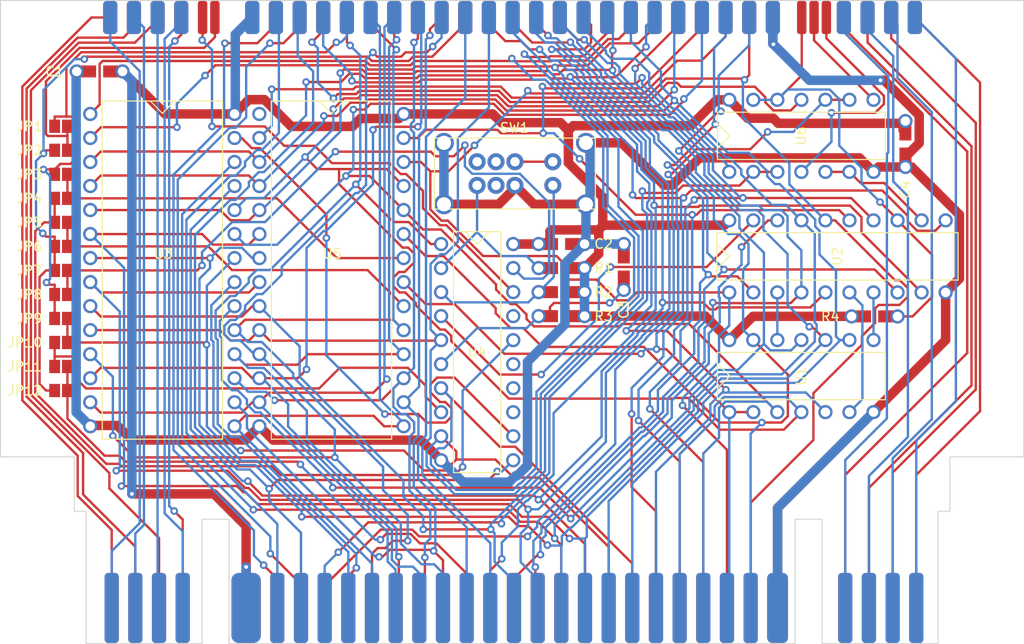
<source format=kicad_pcb>
(kicad_pcb (version 20221018) (generator pcbnew)
  (layers (0 "F.Cu" signal) (31 "B.Cu" signal) (34 "B.Paste" user) (35 "F.Paste" user) (36 "B.SilkS" user "B.Silkscreen") (37 "F.SilkS" user "F.Silkscreen") (38 "B.Mask" user) (39 "F.Mask" user) (44 "Edge.Cuts" user))
  (net 0 "")
  (net 1 "/Famicom.CIC.P1")
  (net 2 "/Famicom.CIC.P2")
  (net 3 "/Famicom.GND")
  (net 4 "/Famicom.Read")
  (net 5 "/Famicom.Cart")
  (net 6 "/R.Audio")
  (net 7 "/PA5")
  (net 8 "/PA3")
  (net 9 "/PA1")
  (net 11 "/CPU.Clock")
  (net 12 "/CIC.In.P6")
  (net 13 "/CIC.Out.P2.Top")
  (net 14 "/Write")
  (net 15 "/D7")
  (net 16 "/D6")
  (net 17 "/D5")
  (net 18 "/A15")
  (net 19 "/Cart.Top")
  (net 20 "/BA7")
  (net 21 "/BA6")
  (net 22 "/BA5")
  (net 23 "/BA4")
  (net 24 "/BA3")
  (net 25 "/BA2")
  (net 26 "/BA1")
  (net 27 "/BA0")
  (net 28 "/A14")
  (net 29 "/A13")
  (net 30 "/A12")
  (net 31 "/GND")
  (net 32 "/PAWR")
  (net 33 "/PA7")
  (net 34 "/Refresh")
  (net 35 "/WRAM")
  (net 36 "/L.Audio")
  (net 37 "/PA4")
  (net 38 "/PA2")
  (net 39 "/PA0")
  (net 40 "/VCC")
  (net 41 "/Reset")
  (net 42 "/CIC.In.P7")
  (net 43 "/CIC.Out.P1.Top")
  (net 44 "/Read.Top")
  (net 45 "/D3")
  (net 46 "/D2")
  (net 47 "/D1")
  (net 48 "/D0")
  (net 49 "/IRQ")
  (net 50 "/A0")
  (net 51 "/A1")
  (net 52 "/A2")
  (net 53 "/A3")
  (net 54 "/A4")
  (net 55 "/A5")
  (net 56 "/A6")
  (net 57 "/A7")
  (net 58 "/A8")
  (net 59 "/A9")
  (net 60 "/A10")
  (net 61 "/A11")
  (net 62 "/PARD")
  (net 63 "/PA6")
  (net 64 "/Expand")
  (net 65 "/Clock")
  (net 66 "/Switch2")
  (net 68 "/Switch1")
  (net 69 "/Link")
  (net 72 "/CIC.Out.P2")
  (net 73 "/Cart.Bottom")
  (net 74 "/CIC.Out.P1")
  (net 75 "/Read.Bottom")
  (net 76 "/PwrSense")
  (net 77 "/{slash}Famicom.GND")
  (net 78 "/EEPROM.OE")
  (net 79 "/EEPROM.OE.or.CE")
  (net 80 "/EEPROM.CE")
  (net 81 "/Cart.or.Read.Top")
  (net 82 "/Read.or.Cart.Bottom")
  (net 83 "/D4")
  (net 84 "/A10.and.A11")
  (net 86 "/SRAM.WE")
  (net 87 "/SRAM.CS")
  (net 88 "/O19")
  (net 89 "/A7.and.A8.and.A9")
  (net 90 "/A3.and.A5.and.A6")
  (footprint "Xterminator2:Jumper Pads" (layer "F.Cu") (at 95.697 86.518)
    (fp_text reference "JP2")
    (fp_text value "SolderJumper_2_Open" hide)
  )
  (footprint "Xterminator2:Switch" (layer "F.Cu") (at 143.649 88.978)
    (fp_text reference "SW1")
    (fp_text value "SW_DP3T" hide)
  )
  (footprint "Xterminator2:SMD Cap-Res" (layer "F.Cu") (at 148.573 98.97)
    (fp_text reference "R1")
    (fp_text value "10K Ohm" hide)
  )
  (footprint "Xterminator2:74LS10" (layer "F.Cu") (at 173.908 110.39)
    (fp_text reference "U1")
    (fp_text value "74LS10")
  )
  (footprint "Xterminator2:Jumper Pads" (layer "F.Cu") (at 95.697 91.598)
    (fp_text reference "JP4")
    (fp_text value "SolderJumper_2_Open" hide)
  )
  (footprint "Xterminator2:Jumper Pads" (layer "F.Cu") (at 95.697 96.678)
    (fp_text reference "JP6")
    (fp_text value "SolderJumper_2_Open" hide)
  )
  (footprint "Xterminator2:SMD Cap-Res" (layer "F.Cu") (at 99.773 78.181)
    (fp_text reference "C1")
    (fp_text value "100 nF" hide)
  )
  (footprint "Xterminator2:SMD Cap-Res" (layer "F.Cu") (at 148.573 101.51)
    (fp_text reference "R2")
    (fp_text value "10K Ohm" hide)
  )
  (footprint "Xterminator2:SMD Cap-Res" (layer "F.Cu") (at 181.643 104.08)
    (fp_text reference "R4")
    (fp_text value "10K Ohm" hide)
  )
  (footprint "Xterminator2:Jumper Pads" (layer "F.Cu") (at 95.697 101.758)
    (fp_text reference "JP8")
    (fp_text value "SolderJumper_2_Open" hide)
  )
  (footprint "Xterminator2:SMD Cap-Res" (layer "F.Cu") (at 155.148 98.855 90)
    (fp_text reference "C3")
    (fp_text value "100 nF" hide)
  )
  (footprint "Xterminator2:HN27C256" (layer "F.Cu") (at 124.269 99.185)
    (fp_text reference "U5")
    (fp_text value "~")
  )
  (footprint "Xterminator2:Jumper Pads" (layer "F.Cu") (at 95.697 83.978)
    (fp_text reference "JP1")
    (fp_text value "SolderJumper_2_Open" hide)
  )
  (footprint "Xterminator2:Jumper Pads" (layer "F.Cu") (at 95.697 94.138)
    (fp_text reference "JP5")
    (fp_text value "SolderJumper_2_Open" hide)
  )
  (footprint "Xterminator2:SMD Cap-Res" (layer "F.Cu") (at 184.896 85.855 90)
    (fp_text reference "C4")
    (fp_text value "100 nF" hide)
  )
  (footprint "Xterminator2:GAL16V8" (layer "F.Cu") (at 177.718 97.736)
    (fp_text reference "U2")
    (fp_text value "GAL16V8")
  )
  (footprint "Xterminator2:MC14066BCP" (layer "F.Cu") (at 173.908 84.99)
    (fp_text reference "U6")
    (fp_text value "~")
  )
  (footprint "Xterminator2:Jumper Pads" (layer "F.Cu") (at 95.697 109.378)
    (fp_text reference "JP11")
    (fp_text value "SolderJumper_2_Open" hide)
  )
  (footprint "Xterminator2:SNES Edge Connector" (layer "F.Cu") (at 143.547 134.904)
    (fp_text reference "J1" hide)
    (fp_text value "~" hide)
  )
  (footprint "Xterminator2:HM62256" (layer "F.Cu") (at 106.4047 99.185)
    (fp_text reference "U3")
    (fp_text value "HM62256BLP")
  )
  (footprint "Xterminator2:SMD Cap-Res" (layer "F.Cu") (at 148.573 96.43)
    (fp_text reference "C2")
    (fp_text value "100 nF" hide)
  )
  (footprint "Xterminator2:Jumper Pads" (layer "F.Cu") (at 95.697 111.918)
    (fp_text reference "JP12")
    (fp_text value "SolderJumper_2_Open" hide)
  )
  (footprint "Xterminator2:Jumper Pads" (layer "F.Cu") (at 95.697 99.218)
    (fp_text reference "JP7")
    (fp_text value "SolderJumper_2_Open" hide)
  )
  (footprint "Xterminator2:SMD Cap-Res" (layer "F.Cu") (at 148.573 104.05)
    (fp_text reference "R3")
    (fp_text value "10K Ohm" hide)
  )
  (footprint "Xterminator2:Jumper Pads" (layer "F.Cu") (at 95.697 89.058)
    (fp_text reference "JP3")
    (fp_text value "SolderJumper_2_Open" hide)
  )
  (footprint "Xterminator2:Jumper Pads" (layer "F.Cu") (at 95.697 104.298)
    (fp_text reference "JP9")
    (fp_text value "SolderJumper_2_Open" hide)
  )
  (footprint "Xterminator2:Jumper Pads" (layer "F.Cu") (at 95.697 106.838)
    (fp_text reference "JP10")
    (fp_text value "SolderJumper_2_Open" hide)
  )
  (footprint "Xterminator2:Upper Edge Connector" (layer "F.Cu") (at 143.398 72.477)
    (fp_text reference "J2" hide)
    (fp_text value "~" hide)
  )
  (footprint "Xterminator2:18CVP8C" (layer "F.Cu") (at 139.657 107.86)
    (fp_text reference "U4")
    (fp_text value "~")
  )
  (gr_line (start 197.398 70.678) (end 89.298 70.678) (stroke (width 0.1)) (layer "Edge.Cuts"))
  (gr_line (start 98.348 124.678) (end 98.348 138.678) (stroke (width 0.1)) (layer "Edge.Cuts"))
  (gr_line (start 113.448 125.528) (end 113.448 138.678) (stroke (width 0.1)) (layer "Edge.Cuts"))
  (gr_line (start 113.448 138.678) (end 173.248 138.678) (stroke (width 0.1)) (layer "Edge.Cuts"))
  (gr_line (start 110.598 138.678) (end 110.598 125.528) (stroke (width 0.1)) (layer "Edge.Cuts"))
  (gr_line (start 97.098 118.928) (end 97.098 124.678) (stroke (width 0.1)) (layer "Edge.Cuts"))
  (gr_line (start 197.398 118.928) (end 197.398 70.678) (stroke (width 0.1)) (layer "Edge.Cuts"))
  (gr_line (start 98.348 138.678) (end 110.598 138.678) (stroke (width 0.1)) (layer "Edge.Cuts"))
  (gr_line (start 89.298 70.678) (end 89.298 118.928) (stroke (width 0.1)) (layer "Edge.Cuts"))
  (gr_line (start 188.348 124.678) (end 189.598 124.678) (stroke (width 0.1)) (layer "Edge.Cuts"))
  (gr_line (start 173.248 125.528) (end 176.098 125.528) (stroke (width 0.1)) (layer "Edge.Cuts"))
  (gr_line (start 110.598 125.528) (end 113.448 125.528) (stroke (width 0.1)) (layer "Edge.Cuts"))
  (gr_line (start 89.298 118.928) (end 97.098 118.928) (stroke (width 0.1)) (layer "Edge.Cuts"))
  (gr_line (start 189.598 118.928) (end 197.398 118.928) (stroke (width 0.1)) (layer "Edge.Cuts"))
  (gr_line (start 176.098 138.678) (end 188.348 138.678) (stroke (width 0.1)) (layer "Edge.Cuts"))
  (gr_line (start 176.098 125.528) (end 176.098 138.678) (stroke (width 0.1)) (layer "Edge.Cuts"))
  (gr_line (start 189.598 124.678) (end 189.598 118.928) (stroke (width 0.1)) (layer "Edge.Cuts"))
  (gr_line (start 188.348 124.678) (end 188.348 138.678) (stroke (width 0.1)) (layer "Edge.Cuts"))
  (gr_line (start 97.098 124.678) (end 98.348 124.678) (stroke (width 0.1)) (layer "Edge.Cuts"))
  (gr_line (start 173.248 138.678) (end 173.248 125.528) (stroke (width 0.1)) (layer "Edge.Cuts"))
  (segment (start 176.548 74.677) (end 182.6238 80.7528) (width 0.25) (layer "F.Cu") (net 1))
  (segment (start 181.7116 82.5499) (end 177.0846 82.5499) (width 0.25) (layer "F.Cu") (net 1))
  (segment (start 182.6238 81.6377) (end 181.7116 82.5499) (width 0.25) (layer "F.Cu") (net 1))
  (segment (start 176.548 72.477) (end 176.548 74.677) (width 0.25) (layer "F.Cu") (net 1))
  (segment (start 182.6238 80.7528) (end 182.6238 81.6377) (width 0.25) (layer "F.Cu") (net 1))
  (via (at 177.0846 82.5499) (size 0.8) (drill 0.4) (layers "F.Cu" "B.Cu") (net 1))
  (segment (start 177.0846 85.6234) (end 173.908 88.8) (width 0.25) (layer "B.Cu") (net 1))
  (segment (start 177.0846 82.5499) (end 177.0846 85.6234) (width 0.25) (layer "B.Cu") (net 1))
  (segment (start 175.248 72.477) (end 175.248 74.9) (width 0.25) (layer "F.Cu") (net 2))
  (segment (start 175.248 74.9) (end 181.528 81.18) (width 0.25) (layer "F.Cu") (net 2))
  (segment (start 184.068 93.839) (end 184.068 93.926) (width 0.25) (layer "F.Cu") (net 3))
  (segment (start 187.7135 97.5715) (end 187.7135 102.0211) (width 0.25) (layer "F.Cu") (net 3))
  (segment (start 171.368 81.18) (end 173.948 78.6) (width 0.25) (layer "F.Cu") (net 3))
  (segment (start 185.6546 104.08) (end 184.068 104.08) (width 0.25) (layer "F.Cu") (net 3))
  (segment (start 184.068 104.08) (end 182.868 104.08) (width 0.25) (layer "F.Cu") (net 3))
  (segment (start 184.068 93.926) (end 187.7135 97.5715) (width 0.25) (layer "F.Cu") (net 3))
  (segment (start 182.2177 91.9887) (end 184.068 93.839) (width 0.25) (layer "F.Cu") (net 3))
  (segment (start 187.7135 102.0211) (end 185.6546 104.08) (width 0.25) (layer "F.Cu") (net 3))
  (segment (start 173.948 78.6) (end 173.948 72.477) (width 0.25) (layer "F.Cu") (net 3))
  (via (at 182.2177 91.9887) (size 0.8) (drill 0.4) (layers "F.Cu" "B.Cu") (net 3))
  (segment (start 171.368 81.18) (end 172.4536 80.0944) (width 0.25) (layer "B.Cu") (net 3))
  (segment (start 177.9111 86.0229) (end 180.258 88.3698) (width 0.25) (layer "B.Cu") (net 3))
  (segment (start 177.9111 81.1107) (end 177.9111 86.0229) (width 0.25) (layer "B.Cu") (net 3))
  (segment (start 180.258 90.029) (end 182.2177 91.9887) (width 0.25) (layer "B.Cu") (net 3))
  (segment (start 168.828 81.18) (end 171.368 81.18) (width 0.25) (layer "B.Cu") (net 3))
  (segment (start 172.4536 80.0944) (end 176.8948 80.0944) (width 0.25) (layer "B.Cu") (net 3))
  (segment (start 176.8948 80.0944) (end 177.9111 81.1107) (width 0.25) (layer "B.Cu") (net 3))
  (segment (start 180.258 88.3698) (end 180.258 90.029) (width 0.25) (layer "B.Cu") (net 3))
  (segment (start 94.1027 84.7983) (end 94.1027 79.2343) (width 0.25) (layer "F.Cu") (net 4))
  (segment (start 96.372 85.0049) (end 94.3093 85.0049) (width 0.25) (layer "F.Cu") (net 4))
  (segment (start 96.372 84.4914) (end 96.372 85.0049) (width 0.25) (layer "F.Cu") (net 4))
  (segment (start 111.948 74.555) (end 111.948 72.477) (width 0.25) (layer "F.Cu") (net 4))
  (segment (start 96.372 85.0049) (end 96.372 86.518) (width 0.25) (layer "F.Cu") (net 4))
  (segment (start 94.3093 85.0049) (end 94.1027 84.7983) (width 0.25) (layer "F.Cu") (net 4))
  (segment (start 110.8144 75.6886) (end 111.948 74.555) (width 0.25) (layer "F.Cu") (net 4))
  (segment (start 94.1027 79.2343) (end 97.6484 75.6886) (width 0.25) (layer "F.Cu") (net 4))
  (segment (start 96.372 83.978) (end 96.372 84.4914) (width 0.25) (layer "F.Cu") (net 4))
  (segment (start 97.6484 75.6886) (end 110.8144 75.6886) (width 0.25) (layer "F.Cu") (net 4))
  (segment (start 124.3198 87.8799) (end 122.4855 86.0456) (width 0.25) (layer "F.Cu") (net 5))
  (segment (start 110.648 74.827) (end 110.648 72.477) (width 0.25) (layer "F.Cu") (net 5))
  (segment (start 136.3975 94.4405) (end 135.7284 94.4405) (width 0.25) (layer "F.Cu") (net 5))
  (segment (start 122.4855 86.0456) (end 119.2751 86.0456) (width 0.25) (layer "F.Cu") (net 5))
  (segment (start 131.5614 89.025) (end 130.4163 87.8799) (width 0.25) (layer "F.Cu") (net 5))
  (segment (start 119.2751 86.0456) (end 117.2247 83.9952) (width 0.25) (layer "F.Cu") (net 5))
  (segment (start 133.9311 90.8133) (end 132.1428 89.025) (width 0.25) (layer "F.Cu") (net 5))
  (segment (start 110.6048 74.8702) (end 110.648 74.827) (width 0.25) (layer "F.Cu") (net 5))
  (segment (start 130.4163 87.8799) (end 124.3198 87.8799) (width 0.25) (layer "F.Cu") (net 5))
  (segment (start 133.9311 92.6432) (end 133.9311 90.8133) (width 0.25) (layer "F.Cu") (net 5))
  (segment (start 117.2247 83.9952) (end 111.6447 83.9952) (width 0.25) (layer "F.Cu") (net 5))
  (segment (start 132.1428 89.025) (end 131.5614 89.025) (width 0.25) (layer "F.Cu") (net 5))
  (segment (start 143.467 101.51) (end 136.3975 94.4405) (width 0.25) (layer "F.Cu") (net 5))
  (segment (start 135.7284 94.4405) (end 133.9311 92.6432) (width 0.25) (layer "F.Cu") (net 5))
  (via (at 111.6447 83.9952) (size 0.8) (drill 0.4) (layers "F.Cu" "B.Cu") (net 5))
  (via (at 110.6048 74.8702) (size 0.8) (drill 0.4) (layers "F.Cu" "B.Cu") (net 5))
  (segment (start 111.6447 75.9101) (end 111.6447 83.9952) (width 0.25) (layer "B.Cu") (net 5))
  (segment (start 110.6048 74.8702) (end 111.6447 75.9101) (width 0.25) (layer "B.Cu") (net 5))
  (segment (start 97.4564 118.8079) (end 97.4564 123.0627) (width 0.25) (layer "F.Cu") (net 6))
  (segment (start 97.4564 123.0627) (end 101.047 126.6533) (width 0.25) (layer "F.Cu") (net 6))
  (segment (start 91.606 79.7812) (end 91.606 112.9575) (width 0.25) (layer "F.Cu") (net 6))
  (segment (start 101.047 126.6533) (end 101.047 134.904) (width 0.25) (layer "F.Cu") (net 6))
  (segment (start 91.606 112.9575) (end 97.4564 118.8079) (width 0.25) (layer "F.Cu") (net 6))
  (segment (start 98.9102 72.477) (end 91.606 79.7812) (width 0.25) (layer "F.Cu") (net 6))
  (segment (start 100.898 72.477) (end 98.9102 72.477) (width 0.25) (layer "F.Cu") (net 6))
  (segment (start 92.0579 112.5594) (end 98.0239 118.5254) (width 0.25) (layer "F.Cu") (net 7))
  (segment (start 103.5469 134.904) (end 103.547 134.904) (width 0.25) (layer "F.Cu") (net 7))
  (segment (start 98.0239 122.9017) (end 103.5469 128.4247) (width 0.25) (layer "F.Cu") (net 7))
  (segment (start 103.398 73.491) (end 102.2803 74.6087) (width 0.25) (layer "F.Cu") (net 7))
  (segment (start 97.4479 74.6087) (end 92.0579 79.9987) (width 0.25) (layer "F.Cu") (net 7))
  (segment (start 92.0579 79.9987) (end 92.0579 112.5594) (width 0.25) (layer "F.Cu") (net 7))
  (segment (start 98.0239 118.5254) (end 98.0239 122.9017) (width 0.25) (layer "F.Cu") (net 7))
  (segment (start 102.2803 74.6087) (end 97.4479 74.6087) (width 0.25) (layer "F.Cu") (net 7))
  (segment (start 103.5469 128.4247) (end 103.5469 134.904) (width 0.25) (layer "F.Cu") (net 7))
  (segment (start 103.398 72.477) (end 103.398 73.491) (width 0.25) (layer "F.Cu") (net 7))
  (segment (start 92.5156 112.3583) (end 92.5156 80.1802) (width 0.25) (layer "F.Cu") (net 8))
  (segment (start 100.8019 122.2686) (end 100.8019 120.6446) (width 0.25) (layer "F.Cu") (net 8))
  (segment (start 106.047 127.5137) (end 100.8019 122.2686) (width 0.25) (layer "F.Cu") (net 8))
  (segment (start 105.898 72.7338) (end 105.898 72.477) (width 0.25) (layer "F.Cu") (net 8))
  (segment (start 92.5156 80.1802) (end 97.5576 75.1382) (width 0.25) (layer "F.Cu") (net 8))
  (segment (start 100.8019 120.6446) (end 92.5156 112.3583) (width 0.25) (layer "F.Cu") (net 8))
  (segment (start 97.5576 75.1382) (end 103.4936 75.1382) (width 0.25) (layer "F.Cu") (net 8))
  (segment (start 103.4936 75.1382) (end 105.898 72.7338) (width 0.25) (layer "F.Cu") (net 8))
  (segment (start 106.047 134.904) (end 106.047 127.5137) (width 0.25) (layer "F.Cu") (net 8))
  (segment (start 108.398 74.2937) (end 107.73 74.9617) (width 0.25) (layer "F.Cu") (net 9))
  (segment (start 108.398 72.477) (end 108.398 74.2937) (width 0.25) (layer "F.Cu") (net 9))
  (segment (start 108.547 125.5547) (end 108.547 134.904) (width 0.25) (layer "F.Cu") (net 9))
  (segment (start 107.6511 124.6588) (end 108.547 125.5547) (width 0.25) (layer "F.Cu") (net 9))
  (via (at 107.6511 124.6588) (size 0.8) (drill 0.4) (layers "F.Cu" "B.Cu") (net 9))
  (via (at 107.73 74.9617) (size 0.8) (drill 0.4) (layers "F.Cu" "B.Cu") (net 9))
  (segment (start 107.6511 124.6588) (end 107.1198 124.1275) (width 0.25) (layer "B.Cu") (net 9))
  (segment (start 107.1198 75.5719) (end 107.73 74.9617) (width 0.25) (layer "B.Cu") (net 9))
  (segment (start 107.1198 124.1275) (end 107.1198 75.5719) (width 0.25) (layer "B.Cu") (net 9))
  (segment (start 118.398 73.228) (end 116.431 75.195) (width 0.25) (layer "F.Cu") (net 11))
  (segment (start 118.398 72.477) (end 118.398 73.228) (width 0.25) (layer "F.Cu") (net 11))
  (segment (start 118.547 131.8282) (end 118.547 134.904) (width 0.25) (layer "F.Cu") (net 11))
  (segment (start 117.1024 130.3836) (end 118.547 131.8282) (width 0.25) (layer "F.Cu") (net 11))
  (segment (start 116.431 75.195) (end 113.0047 75.195) (width 0.25) (layer "F.Cu") (net 11))
  (via (at 113.0047 75.195) (size 0.8) (drill 0.4) (layers "F.Cu" "B.Cu") (net 11))
  (via (at 117.1024 130.3836) (size 0.8) (drill 0.4) (layers "F.Cu" "B.Cu") (net 11))
  (segment (start 116.0724 126.7036) (end 116.0724 129.3536) (width 0.25) (layer "B.Cu") (net 11))
  (segment (start 107.5747 89.1002) (end 107.5747 118.2059) (width 0.25) (layer "B.Cu") (net 11))
  (segment (start 107.5747 118.2059) (end 116.0724 126.7036) (width 0.25) (layer "B.Cu") (net 11))
  (segment (start 113.0047 75.195) (end 112.9154 75.2843) (width 0.25) (layer "B.Cu") (net 11))
  (segment (start 116.0724 129.3536) (end 117.1024 130.3836) (width 0.25) (layer "B.Cu") (net 11))
  (segment (start 112.9154 83.7595) (end 107.5747 89.1002) (width 0.25) (layer "B.Cu") (net 11))
  (segment (start 112.9154 75.2843) (end 112.9154 83.7595) (width 0.25) (layer "B.Cu") (net 11))
  (segment (start 120.898 73.483) (end 119.186 75.195) (width 0.25) (layer "F.Cu") (net 12))
  (segment (start 119.186 75.195) (end 117.7672 75.195) (width 0.25) (layer "F.Cu") (net 12))
  (segment (start 121.047 132.4076) (end 121.047 134.904) (width 0.25) (layer "F.Cu") (net 12))
  (segment (start 120.898 72.477) (end 120.898 73.483) (width 0.25) (layer "F.Cu") (net 12))
  (segment (start 117.8065 129.1671) (end 121.047 132.4076) (width 0.25) (layer "F.Cu") (net 12))
  (via (at 117.7672 75.195) (size 0.8) (drill 0.4) (layers "F.Cu" "B.Cu") (net 12))
  (via (at 117.8065 129.1671) (size 0.8) (drill 0.4) (layers "F.Cu" "B.Cu") (net 12))
  (segment (start 117.8065 127.3415) (end 108.0266 117.5616) (width 0.25) (layer "B.Cu") (net 12))
  (segment (start 115.255 77.7072) (end 117.7672 75.195) (width 0.25) (layer "B.Cu") (net 12))
  (segment (start 115.255 83.0288) (end 115.255 77.7072) (width 0.25) (layer "B.Cu") (net 12))
  (segment (start 117.8065 129.1671) (end 117.8065 127.3415) (width 0.25) (layer "B.Cu") (net 12))
  (segment (start 108.0266 117.5616) (end 108.0266 89.6222) (width 0.25) (layer "B.Cu") (net 12))
  (segment (start 114.1457 84.1381) (end 115.255 83.0288) (width 0.25) (layer "B.Cu") (net 12))
  (segment (start 113.5107 84.1381) (end 114.1457 84.1381) (width 0.25) (layer "B.Cu") (net 12))
  (segment (start 108.0266 89.6222) (end 113.5107 84.1381) (width 0.25) (layer "B.Cu") (net 12))
  (segment (start 159.7826 79.3886) (end 157.7593 81.4119) (width 0.25) (layer "F.Cu") (net 13))
  (segment (start 127.2044 80.2404) (end 126.8698 80.575) (width 0.25) (layer "F.Cu") (net 13))
  (segment (start 143.1272 81.4119) (end 141.9557 80.2404) (width 0.25) (layer "F.Cu") (net 13))
  (segment (start 157.7593 81.4119) (end 143.1272 81.4119) (width 0.25) (layer "F.Cu") (net 13))
  (segment (start 126.8698 80.575) (end 124.929 80.575) (width 0.25) (layer "F.Cu") (net 13))
  (segment (start 170.098 80.9037) (end 168.993 79.7987) (width 0.25) (layer "F.Cu") (net 13))
  (segment (start 168.993 79.7987) (end 161.1895 79.7987) (width 0.25) (layer "F.Cu") (net 13))
  (segment (start 122.1965 75.0885) (end 123.398 73.887) (width 0.25) (layer "F.Cu") (net 13))
  (segment (start 170.9512 82.303) (end 170.098 81.4498) (width 0.25) (layer "F.Cu") (net 13))
  (segment (start 124.929 80.575) (end 124.4771 81.0269) (width 0.25) (layer "F.Cu") (net 13))
  (segment (start 123.398 73.887) (end 123.398 72.477) (width 0.25) (layer "F.Cu") (net 13))
  (segment (start 160.7794 79.3886) (end 159.7826 79.3886) (width 0.25) (layer "F.Cu") (net 13))
  (segment (start 172.785 82.303) (end 170.9512 82.303) (width 0.25) (layer "F.Cu") (net 13))
  (segment (start 173.908 81.18) (end 172.785 82.303) (width 0.25) (layer "F.Cu") (net 13))
  (segment (start 161.1895 79.7987) (end 160.7794 79.3886) (width 0.25) (layer "F.Cu") (net 13))
  (segment (start 141.9557 80.2404) (end 127.2044 80.2404) (width 0.25) (layer "F.Cu") (net 13))
  (segment (start 170.098 81.4498) (end 170.098 80.9037) (width 0.25) (layer "F.Cu") (net 13))
  (via (at 122.1965 75.0885) (size 0.8) (drill 0.4) (layers "F.Cu" "B.Cu") (net 13))
  (via (at 124.4771 81.0269) (size 0.8) (drill 0.4) (layers "F.Cu" "B.Cu") (net 13))
  (segment (start 122.8236 79.3734) (end 124.4771 81.0269) (width 0.25) (layer "B.Cu") (net 13))
  (segment (start 122.1965 75.0885) (end 122.8236 75.7156) (width 0.25) (layer "B.Cu") (net 13))
  (segment (start 122.8236 75.7156) (end 122.8236 79.3734) (width 0.25) (layer "B.Cu") (net 13))
  (segment (start 134.7517 96.43) (end 132.4267 94.105) (width 0.25) (layer "F.Cu") (net 14))
  (segment (start 130.8217 94.105) (end 126.8339 90.1172) (width 0.25) (layer "F.Cu") (net 14))
  (segment (start 126.2374 75.432) (end 125.898 75.0926) (width 0.25) (layer "F.Cu") (net 14))
  (segment (start 126.047 131.5154) (end 126.8958 130.6666) (width 0.25) (layer "F.Cu") (net 14))
  (segment (start 132.4267 94.105) (end 130.8217 94.105) (width 0.25) (layer "F.Cu") (net 14))
  (segment (start 126.047 134.904) (end 126.047 131.5154) (width 0.25) (layer "F.Cu") (net 14))
  (segment (start 125.898 75.0926) (end 125.898 72.477) (width 0.25) (layer "F.Cu") (net 14))
  (segment (start 135.847 96.43) (end 134.7517 96.43) (width 0.25) (layer "F.Cu") (net 14))
  (via (at 126.8339 90.1172) (size 0.8) (drill 0.4) (layers "F.Cu" "B.Cu") (net 14))
  (via (at 126.8958 130.6666) (size 0.8) (drill 0.4) (layers "F.Cu" "B.Cu") (net 14))
  (via (at 126.2374 75.432) (size 0.8) (drill 0.4) (layers "F.Cu" "B.Cu") (net 14))
  (segment (start 114.504 116.8136) (end 113.6002 116.8136) (width 0.25) (layer "B.Cu") (net 14))
  (segment (start 114.1057 101.9181) (end 115.5315 100.4923) (width 0.25) (layer "B.Cu") (net 14))
  (segment (start 126.8958 130.6666) (end 126.8958 129.2054) (width 0.25) (layer "B.Cu") (net 14))
  (segment (start 112.0259 106.3533) (end 112.0259 103.47) (width 0.25) (layer "B.Cu") (net 14))
  (segment (start 112.2477 106.5751) (end 112.0259 106.3533) (width 0.25) (layer "B.Cu") (net 14))
  (segment (start 127.3077 89.6434) (end 127.3077 76.5023) (width 0.25) (layer "B.Cu") (net 14))
  (segment (start 126.8958 129.2054) (end 114.504 116.8136) (width 0.25) (layer "B.Cu") (net 14))
  (segment (start 127.3077 76.5023) (end 126.2374 75.432) (width 0.25) (layer "B.Cu") (net 14))
  (segment (start 126.8339 90.1172) (end 127.3077 89.6434) (width 0.25) (layer "B.Cu") (net 14))
  (segment (start 117.7661 99.185) (end 126.8339 90.1172) (width 0.25) (layer "B.Cu") (net 14))
  (segment (start 112.0259 103.47) (end 113.5778 101.9181) (width 0.25) (layer "B.Cu") (net 14))
  (segment (start 115.5315 100.002) (end 116.3485 99.185) (width 0.25) (layer "B.Cu") (net 14))
  (segment (start 112.2477 115.4611) (end 112.2477 106.5751) (width 0.25) (layer "B.Cu") (net 14))
  (segment (start 116.3485 99.185) (end 117.7661 99.185) (width 0.25) (layer "B.Cu") (net 14))
  (segment (start 115.5315 100.4923) (end 115.5315 100.002) (width 0.25) (layer "B.Cu") (net 14))
  (segment (start 113.5778 101.9181) (end 114.1057 101.9181) (width 0.25) (layer "B.Cu") (net 14))
  (segment (start 113.6002 116.8136) (end 112.2477 115.4611) (width 0.25) (layer "B.Cu") (net 14))
  (segment (start 128.398 72.477) (end 128.398 73.1513) (width 0.25) (layer "F.Cu") (net 15))
  (segment (start 128.398 73.1513) (end 131.1243 75.8776) (width 0.25) (layer "F.Cu") (net 15))
  (segment (start 130.7908 104.4368) (end 131.889 105.535) (width 0.25) (layer "F.Cu") (net 15))
  (segment (start 128.547 129.1673) (end 129.1399 128.5744) (width 0.25) (layer "F.Cu") (net 15))
  (segment (start 129.9533 128.5744) (end 130.7246 127.8031) (width 0.25) (layer "F.Cu") (net 15))
  (segment (start 114.0247 105.535) (end 115.1229 104.4368) (width 0.25) (layer "F.Cu") (net 15))
  (segment (start 128.547 134.904) (end 128.547 129.1673) (width 0.25) (layer "F.Cu") (net 15))
  (segment (start 130.7246 127.8031) (end 132.318 127.8031) (width 0.25) (layer "F.Cu") (net 15))
  (segment (start 129.1399 128.5744) (end 129.9533 128.5744) (width 0.25) (layer "F.Cu") (net 15))
  (segment (start 115.1229 104.4368) (end 130.7908 104.4368) (width 0.25) (layer "F.Cu") (net 15))
  (via (at 132.318 127.8031) (size 0.8) (drill 0.4) (layers "F.Cu" "B.Cu") (net 15))
  (via (at 131.1243 75.8776) (size 0.8) (drill 0.4) (layers "F.Cu" "B.Cu") (net 15))
  (segment (start 130.8084 104.4544) (end 130.8084 76.1935) (width 0.25) (layer "B.Cu") (net 15))
  (segment (start 114.1916 105.535) (end 114.0247 105.535) (width 0.25) (layer "B.Cu") (net 15))
  (segment (start 129.7192 119.9863) (end 120.2278 110.4949) (width 0.25) (layer "B.Cu") (net 15))
  (segment (start 132.318 127.8031) (end 132.318 125.0545) (width 0.25) (layer "B.Cu") (net 15))
  (segment (start 131.889 105.535) (end 130.8084 104.4544) (width 0.25) (layer "B.Cu") (net 15))
  (segment (start 120.2278 110.1049) (end 116.9109 106.788) (width 0.25) (layer "B.Cu") (net 15))
  (segment (start 115.4446 106.788) (end 114.1916 105.535) (width 0.25) (layer "B.Cu") (net 15))
  (segment (start 120.2278 110.4949) (end 120.2278 110.1049) (width 0.25) (layer "B.Cu") (net 15))
  (segment (start 116.9109 106.788) (end 115.4446 106.788) (width 0.25) (layer "B.Cu") (net 15))
  (segment (start 130.8084 76.1935) (end 131.1243 75.8776) (width 0.25) (layer "B.Cu") (net 15))
  (segment (start 129.7192 122.4557) (end 129.7192 119.9863) (width 0.25) (layer "B.Cu") (net 15))
  (segment (start 132.318 125.0545) (end 129.7192 122.4557) (width 0.25) (layer "B.Cu") (net 15))
  (segment (start 120.6766 109.186) (end 115.1357 109.186) (width 0.25) (layer "F.Cu") (net 16))
  (segment (start 115.1357 109.186) (end 114.0247 108.075) (width 0.25) (layer "F.Cu") (net 16))
  (segment (start 121.7876 108.075) (end 120.6766 109.186) (width 0.25) (layer "F.Cu") (net 16))
  (segment (start 131.047 134.904) (end 131.3792 134.5718) (width 0.25) (layer "F.Cu") (net 16))
  (segment (start 131.3792 134.5718) (end 131.3792 129.4929) (width 0.25) (layer "F.Cu") (net 16))
  (segment (start 130.898 72.477) (end 130.898 74.5848) (width 0.25) (layer "F.Cu") (net 16))
  (segment (start 130.898 74.5848) (end 131.1436 74.8304) (width 0.25) (layer "F.Cu") (net 16))
  (segment (start 131.889 108.075) (end 121.7876 108.075) (width 0.25) (layer "F.Cu") (net 16))
  (via (at 131.3792 129.4929) (size 0.8) (drill 0.4) (layers "F.Cu" "B.Cu") (net 16))
  (via (at 131.1436 74.8304) (size 0.8) (drill 0.4) (layers "F.Cu" "B.Cu") (net 16))
  (segment (start 115.4878 109.5381) (end 114.0247 108.075) (width 0.25) (layer "B.Cu") (net 16))
  (segment (start 131.1436 74.8304) (end 130.3513 75.6227) (width 0.25) (layer "B.Cu") (net 16))
  (segment (start 130.3513 106.5373) (end 131.889 108.075) (width 0.25) (layer "B.Cu") (net 16))
  (segment (start 131.1392 129.2529) (end 131.1392 126.5405) (width 0.25) (layer "B.Cu") (net 16))
  (segment (start 131.1392 126.5405) (end 121.664 117.0653) (width 0.25) (layer "B.Cu") (net 16))
  (segment (start 121.664 117.0653) (end 121.664 114.0603) (width 0.25) (layer "B.Cu") (net 16))
  (segment (start 117.1418 109.5381) (end 115.4878 109.5381) (width 0.25) (layer "B.Cu") (net 16))
  (segment (start 121.664 114.0603) (end 117.1418 109.5381) (width 0.25) (layer "B.Cu") (net 16))
  (segment (start 131.3792 129.4929) (end 131.1392 129.2529) (width 0.25) (layer "B.Cu") (net 16))
  (segment (start 130.3513 75.6227) (end 130.3513 106.5373) (width 0.25) (layer "B.Cu") (net 16))
  (segment (start 134.13 129.5638) (end 134.13 134.321) (width 0.25) (layer "F.Cu") (net 17))
  (segment (start 134.13 134.321) (end 133.547 134.904) (width 0.25) (layer "F.Cu") (net 17))
  (segment (start 131.889 110.615) (end 129.557 112.947) (width 0.25) (layer "F.Cu") (net 17))
  (segment (start 133.398 72.477) (end 133.398 74.697) (width 0.25) (layer "F.Cu") (net 17))
  (segment (start 133.398 74.697) (end 132.9825 75.1125) (width 0.25) (layer "F.Cu") (net 17))
  (segment (start 129.557 112.947) (end 118.2502 112.947) (width 0.25) (layer "F.Cu") (net 17))
  (via (at 134.13 129.5638) (size 0.8) (drill 0.4) (layers "F.Cu" "B.Cu") (net 17))
  (via (at 118.2502 112.947) (size 0.8) (drill 0.4) (layers "F.Cu" "B.Cu") (net 17))
  (via (at 132.9825 75.1125) (size 0.8) (drill 0.4) (layers "F.Cu" "B.Cu") (net 17))
  (segment (start 132.9999 116.32) (end 132.9999 115.2558) (width 0.25) (layer "B.Cu") (net 17))
  (segment (start 130.8051 111.6989) (end 131.889 110.615) (width 0.25) (layer "B.Cu") (net 17))
  (segment (start 132.9999 115.2558) (end 132.1691 114.425) (width 0.25) (layer "B.Cu") (net 17))
  (segment (start 132.9825 84.6514) (end 132.6634 84.3323) (width 0.25) (layer "B.Cu") (net 17))
  (segment (start 114.0247 110.615) (end 115.454 112.0443) (width 0.25) (layer "B.Cu") (net 17))
  (segment (start 131.889 110.615) (end 132.9825 109.5215) (width 0.25) (layer "B.Cu") (net 17))
  (segment (start 132.6634 83.7303) (end 132.9825 83.4112) (width 0.25) (layer "B.Cu") (net 17))
  (segment (start 130.8051 113.6358) (end 130.8051 111.6989) (width 0.25) (layer "B.Cu") (net 17))
  (segment (start 134.7025 124.7019) (end 132.5039 122.5033) (width 0.25) (layer "B.Cu") (net 17))
  (segment (start 132.9825 109.5215) (end 132.9825 84.6514) (width 0.25) (layer "B.Cu") (net 17))
  (segment (start 132.9825 83.4112) (end 132.9825 75.1125) (width 0.25) (layer "B.Cu") (net 17))
  (segment (start 117.3475 112.0443) (end 118.2502 112.947) (width 0.25) (layer "B.Cu") (net 17))
  (segment (start 131.5943 114.425) (end 130.8051 113.6358) (width 0.25) (layer "B.Cu") (net 17))
  (segment (start 134.13 129.5638) (end 134.13 128.1438) (width 0.25) (layer "B.Cu") (net 17))
  (segment (start 132.6634 84.3323) (end 132.6634 83.7303) (width 0.25) (layer "B.Cu") (net 17))
  (segment (start 132.5039 116.816) (end 132.9999 116.32) (width 0.25) (layer "B.Cu") (net 17))
  (segment (start 132.5039 122.5033) (end 132.5039 116.816) (width 0.25) (layer "B.Cu") (net 17))
  (segment (start 134.7025 127.5713) (end 134.7025 124.7019) (width 0.25) (layer "B.Cu") (net 17))
  (segment (start 132.1691 114.425) (end 131.5943 114.425) (width 0.25) (layer "B.Cu") (net 17))
  (segment (start 134.13 128.1438) (end 134.7025 127.5713) (width 0.25) (layer "B.Cu") (net 17))
  (segment (start 115.454 112.0443) (end 117.3475 112.0443) (width 0.25) (layer "B.Cu") (net 17))
  (segment (start 160.898 73.314) (end 156.349 77.863) (width 0.25) (layer "F.Cu") (net 18))
  (segment (start 181.528 93.926) (end 179.1636 91.5616) (width 0.25) (layer "F.Cu") (net 18))
  (segment (start 167.739 91.5616) (end 167.739 91.5475) (width 0.25) (layer "F.Cu") (net 18))
  (segment (start 179.1636 91.5616) (end 167.739 91.5616) (width 0.25) (layer "F.Cu") (net 18))
  (segment (start 161.047 119.4351) (end 161.047 134.904) (width 0.25) (layer "F.Cu") (net 18))
  (segment (start 162.7845 91.5616) (end 162.5909 91.7552) (width 0.25) (layer "F.Cu") (net 18))
  (segment (start 167.739 91.5616) (end 162.7845 91.5616) (width 0.25) (layer "F.Cu") (net 18))
  (segment (start 160.898 72.477) (end 160.898 73.314) (width 0.25) (layer "F.Cu") (net 18))
  (segment (start 156.7017 115.0898) (end 161.047 119.4351) (width 0.25) (layer "F.Cu") (net 18))
  (via (at 167.739 91.5475) (size 0.8) (drill 0.4) (layers "F.Cu" "B.Cu") (net 18))
  (via (at 162.5909 91.7552) (size 0.8) (drill 0.4) (layers "F.Cu" "B.Cu") (net 18))
  (via (at 156.349 77.863) (size 0.8) (drill 0.4) (layers "F.Cu" "B.Cu") (net 18))
  (via (at 156.7017 115.0898) (size 0.8) (drill 0.4) (layers "F.Cu" "B.Cu") (net 18))
  (segment (start 161.6466 92.6995) (end 161.6466 93.9248) (width 0.25) (layer "B.Cu") (net 18))
  (segment (start 164.5645 87.1907) (end 160.3981 83.0243) (width 0.25) (layer "B.Cu") (net 18))
  (segment (start 167.4826 91.5475) (end 164.5645 88.6294) (width 0.25) (layer "B.Cu") (net 18))
  (segment (start 160.3981 83.0243) (end 159.9533 83.0243) (width 0.25) (layer "B.Cu") (net 18))
  (segment (start 167.739 91.5475) (end 167.4826 91.5475) (width 0.25) (layer "B.Cu") (net 18))
  (segment (start 162.5909 91.7552) (end 161.6466 92.6995) (width 0.25) (layer "B.Cu") (net 18))
  (segment (start 161.8609 104.1757) (end 160.4592 105.5774) (width 0.25) (layer "B.Cu") (net 18))
  (segment (start 164.5645 88.6294) (end 164.5645 87.1907) (width 0.25) (layer "B.Cu") (net 18))
  (segment (start 156.349 79.42) (end 156.349 77.863) (width 0.25) (layer "B.Cu") (net 18))
  (segment (start 159.9533 83.0243) (end 156.349 79.42) (width 0.25) (layer "B.Cu") (net 18))
  (segment (start 160.4592 108.0694) (end 156.7017 111.8269) (width 0.25) (layer "B.Cu") (net 18))
  (segment (start 160.4592 105.5774) (end 160.4592 108.0694) (width 0.25) (layer "B.Cu") (net 18))
  (segment (start 161.8609 94.1391) (end 161.8609 104.1757) (width 0.25) (layer "B.Cu") (net 18))
  (segment (start 156.7017 111.8269) (end 156.7017 115.0898) (width 0.25) (layer "B.Cu") (net 18))
  (segment (start 161.6466 93.9248) (end 161.8609 94.1391) (width 0.25) (layer "B.Cu") (net 18))
  (segment (start 95.022 86.518) (end 94.1201 86.518) (width 0.25) (layer "F.Cu") (net 19))
  (segment (start 95.022 111.918) (end 94.1201 111.918) (width 0.25) (layer "F.Cu") (net 19))
  (segment (start 95.022 96.678) (end 95.022 99.218) (width 0.25) (layer "F.Cu") (net 19))
  (segment (start 128.5262 77.0751) (end 132.429 77.0751) (width 0.25) (layer "F.Cu") (net 19))
  (segment (start 93.7697 95.3006) (end 94.1202 95.6511) (width 0.25) (layer "F.Cu") (net 19))
  (segment (start 134.9084 76.6224) (end 138.398 73.1328) (width 0.25) (layer "F.Cu") (net 19))
  (segment (start 94.1201 99.218) (end 93.4279 99.9102) (width 0.25) (layer "F.Cu") (net 19))
  (segment (start 128.0735 76.6224) (end 128.5262 77.0751) (width 0.25) (layer "F.Cu") (net 19))
  (segment (start 94.1201 86.518) (end 94.1201 86.5785) (width 0.25) (layer "F.Cu") (net 19))
  (segment (start 132.429 77.0751) (end 132.8817 76.6224) (width 0.25) (layer "F.Cu") (net 19))
  (segment (start 138.398 73.1328) (end 138.398 72.477) (width 0.25) (layer "F.Cu") (net 19))
  (segment (start 95.022 99.218) (end 94.1201 99.218) (width 0.25) (layer "F.Cu") (net 19))
  (segment (start 95.022 96.678) (end 95.022 95.6511) (width 0.25) (layer "F.Cu") (net 19))
  (segment (start 98.4175 76.6224) (end 128.0735 76.6224) (width 0.25) (layer "F.Cu") (net 19))
  (segment (start 93.4279 99.9102) (end 93.4279 111.2258) (width 0.25) (layer "F.Cu") (net 19))
  (segment (start 94.1202 95.6511) (end 95.022 95.6511) (width 0.25) (layer "F.Cu") (net 19))
  (segment (start 94.1201 86.5785) (end 93.845 86.8536) (width 0.25) (layer "F.Cu") (net 19))
  (segment (start 93.4279 111.2258) (end 94.1201 111.918) (width 0.25) (layer "F.Cu") (net 19))
  (segment (start 132.8817 76.6224) (end 134.9084 76.6224) (width 0.25) (layer "F.Cu") (net 19))
  (segment (start 98.1612 76.8787) (end 98.4175 76.6224) (width 0.25) (layer "F.Cu") (net 19))
  (via (at 93.7697 95.3006) (size 0.8) (drill 0.4) (layers "F.Cu" "B.Cu") (net 19))
  (via (at 93.845 86.8536) (size 0.8) (drill 0.4) (layers "F.Cu" "B.Cu") (net 19))
  (via (at 98.1612 76.8787) (size 0.8) (drill 0.4) (layers "F.Cu" "B.Cu") (net 19))
  (segment (start 93.845 86.8536) (end 93.0535 87.6451) (width 0.25) (layer "B.Cu") (net 19))
  (segment (start 98.1612 76.8787) (end 97.1078 76.8787) (width 0.25) (layer "B.Cu") (net 19))
  (segment (start 93.0535 94.5844) (end 93.7697 95.3006) (width 0.25) (layer "B.Cu") (net 19))
  (segment (start 93.0535 87.6451) (end 93.0535 94.5844) (width 0.25) (layer "B.Cu") (net 19))
  (segment (start 93.845 80.1415) (end 93.845 86.8536) (width 0.25) (layer "B.Cu") (net 19))
  (segment (start 97.1078 76.8787) (end 93.845 80.1415) (width 0.25) (layer "B.Cu") (net 19))
  (segment (start 180.258 93.5796) (end 180.258 95.196) (width 0.25) (layer "F.Cu") (net 20))
  (segment (start 180.258 95.196) (end 186.608 101.546) (width 0.25) (layer "F.Cu") (net 20))
  (segment (start 140.898 73.235) (end 142.635 74.972) (width 0.25) (layer "F.Cu") (net 20))
  (segment (start 163.0256 92.4966) (end 163.1532 92.369) (width 0.25) (layer "F.Cu") (net 20))
  (segment (start 144.2923 74.972) (end 145.1706 75.8503) (width 0.25) (layer "F.Cu") (net 20))
  (segment (start 140.898 72.477) (end 140.898 73.235) (width 0.25) (layer "F.Cu") (net 20))
  (segment (start 163.1532 92.369) (end 179.0474 92.369) (width 0.25) (layer "F.Cu") (net 20))
  (segment (start 142.2607 129.7111) (end 141.047 130.9248) (width 0.25) (layer "F.Cu") (net 20))
  (segment (start 142.635 74.972) (end 144.2923 74.972) (width 0.25) (layer "F.Cu") (net 20))
  (segment (start 141.047 130.9248) (end 141.047 134.904) (width 0.25) (layer "F.Cu") (net 20))
  (segment (start 179.0474 92.369) (end 180.258 93.5796) (width 0.25) (layer "F.Cu") (net 20))
  (segment (start 158.3462 92.3304) (end 158.5124 92.4966) (width 0.25) (layer "F.Cu") (net 20))
  (segment (start 145.1706 75.8503) (end 146.2479 75.8503) (width 0.25) (layer "F.Cu") (net 20))
  (segment (start 158.5124 92.4966) (end 163.0256 92.4966) (width 0.25) (layer "F.Cu") (net 20))
  (via (at 158.3462 92.3304) (size 0.8) (drill 0.4) (layers "F.Cu" "B.Cu") (net 20))
  (via (at 146.2479 75.8503) (size 0.8) (drill 0.4) (layers "F.Cu" "B.Cu") (net 20))
  (via (at 142.2607 129.7111) (size 0.8) (drill 0.4) (layers "F.Cu" "B.Cu") (net 20))
  (segment (start 144.9745 123.5621) (end 147.7317 120.8049) (width 0.25) (layer "B.Cu") (net 20))
  (segment (start 149.7917 78.0186) (end 150.2197 78.4466) (width 0.25) (layer "B.Cu") (net 20))
  (segment (start 158.3462 89.891) (end 158.3462 92.3304) (width 0.25) (layer "B.Cu") (net 20))
  (segment (start 156.1352 105.7303) (end 158.5141 103.3514) (width 0.25) (layer "B.Cu") (net 20))
  (segment (start 158.5141 92.4983) (end 158.3462 92.3304) (width 0.25) (layer "B.Cu") (net 20))
  (segment (start 143.956 126.2927) (end 143.956 124.4731) (width 0.25) (layer "B.Cu") (net 20))
  (segment (start 147.7317 114.3085) (end 156.1352 105.905) (width 0.25) (layer "B.Cu") (net 20))
  (segment (start 158.5141 103.3514) (end 158.5141 92.4983) (width 0.25) (layer "B.Cu") (net 20))
  (segment (start 147.7317 120.8049) (end 147.7317 114.3085) (width 0.25) (layer "B.Cu") (net 20))
  (segment (start 157.0009 88.5457) (end 158.3462 89.891) (width 0.25) (layer "B.Cu") (net 20))
  (segment (start 147.4264 77.0288) (end 148.1733 77.0288) (width 0.25) (layer "B.Cu") (net 20))
  (segment (start 143.956 124.4731) (end 144.867 123.5621) (width 0.25) (layer "B.Cu") (net 20))
  (segment (start 148.1733 77.0288) (end 149.1631 78.0186) (width 0.25) (layer "B.Cu") (net 20))
  (segment (start 142.2607 129.7111) (end 142.2607 127.988) (width 0.25) (layer "B.Cu") (net 20))
  (segment (start 150.2197 78.9454) (end 157.0009 85.7266) (width 0.25) (layer "B.Cu") (net 20))
  (segment (start 146.2479 75.8503) (end 147.4264 77.0288) (width 0.25) (layer "B.Cu") (net 20))
  (segment (start 149.1631 78.0186) (end 149.7917 78.0186) (width 0.25) (layer "B.Cu") (net 20))
  (segment (start 157.0009 85.7266) (end 157.0009 88.5457) (width 0.25) (layer "B.Cu") (net 20))
  (segment (start 142.2607 127.988) (end 143.956 126.2927) (width 0.25) (layer "B.Cu") (net 20))
  (segment (start 156.1352 105.905) (end 156.1352 105.7303) (width 0.25) (layer "B.Cu") (net 20))
  (segment (start 144.867 123.5621) (end 144.9745 123.5621) (width 0.25) (layer "B.Cu") (net 20))
  (segment (start 150.2197 78.4466) (end 150.2197 78.9454) (width 0.25) (layer "B.Cu") (net 20))
  (segment (start 184.068 101.546) (end 181.6432 99.1212) (width 0.25) (layer "F.Cu") (net 21))
  (segment (start 143.398 72.477) (end 143.398 73.055) (width 0.25) (layer "F.Cu") (net 21))
  (segment (start 143.547 134.904) (end 143.547 131.7871) (width 0.25) (layer "F.Cu") (net 21))
  (segment (start 149.4716 75.1215) (end 149.507 75.0861) (width 0.25) (layer "F.Cu") (net 21))
  (segment (start 143.547 131.7871) (end 146.064 129.2701) (width 0.25) (layer "F.Cu") (net 21))
  (segment (start 181.6432 99.1212) (end 165.7448 99.1212) (width 0.25) (layer "F.Cu") (net 21))
  (segment (start 146.064 129.2701) (end 146.3427 129.2701) (width 0.25) (layer "F.Cu") (net 21))
  (segment (start 145.4645 75.1215) (end 149.4716 75.1215) (width 0.25) (layer "F.Cu") (net 21))
  (segment (start 143.398 73.055) (end 145.4645 75.1215) (width 0.25) (layer "F.Cu") (net 21))
  (via (at 165.7448 99.1212) (size 0.8) (drill 0.4) (layers "F.Cu" "B.Cu") (net 21))
  (via (at 146.3427 129.2701) (size 0.8) (drill 0.4) (layers "F.Cu" "B.Cu") (net 21))
  (via (at 149.507 75.0861) (size 0.8) (drill 0.4) (layers "F.Cu" "B.Cu") (net 21))
  (segment (start 163.9735 91.4027) (end 163.9735 97.3499) (width 0.25) (layer "B.Cu") (net 21))
  (segment (start 157.008 116.2686) (end 157.19 116.2686) (width 0.25) (layer "B.Cu") (net 21))
  (segment (start 152.7441 78.3232) (end 152.7441 78.7602) (width 0.25) (layer "B.Cu") (net 21))
  (segment (start 158.8085 85.4605) (end 161.6913 88.3433) (width 0.25) (layer "B.Cu") (net 21))
  (segment (start 146.8999 126.3767) (end 157.008 116.2686) (width 0.25) (layer "B.Cu") (net 21))
  (segment (start 149.507 75.0861) (end 152.7441 78.3232) (width 0.25) (layer "B.Cu") (net 21))
  (segment (start 157.19 116.2686) (end 159.2932 114.1654) (width 0.25) (layer "B.Cu") (net 21))
  (segment (start 163.6476 101.2184) (end 165.7448 99.1212) (width 0.25) (layer "B.Cu") (net 21))
  (segment (start 163.0364 105.3138) (end 163.6476 104.7026) (width 0.25) (layer "B.Cu") (net 21))
  (segment (start 158.8085 84.8246) (end 158.8085 85.4605) (width 0.25) (layer "B.Cu") (net 21))
  (segment (start 146.3427 127.7772) (end 146.8999 127.22) (width 0.25) (layer "B.Cu") (net 21))
  (segment (start 146.3427 129.2701) (end 146.3427 127.7772) (width 0.25) (layer "B.Cu") (net 21))
  (segment (start 163.6476 104.7026) (end 163.6476 101.2184) (width 0.25) (layer "B.Cu") (net 21))
  (segment (start 152.7441 78.7602) (end 158.8085 84.8246) (width 0.25) (layer "B.Cu") (net 21))
  (segment (start 146.8999 127.22) (end 146.8999 126.3767) (width 0.25) (layer "B.Cu") (net 21))
  (segment (start 161.6913 89.1205) (end 163.9735 91.4027) (width 0.25) (layer "B.Cu") (net 21))
  (segment (start 163.0364 108.8676) (end 163.0364 105.3138) (width 0.25) (layer "B.Cu") (net 21))
  (segment (start 163.9735 97.3499) (end 165.7448 99.1212) (width 0.25) (layer "B.Cu") (net 21))
  (segment (start 159.2932 114.1654) (end 159.2932 112.6108) (width 0.25) (layer "B.Cu") (net 21))
  (segment (start 161.6913 88.3433) (end 161.6913 89.1205) (width 0.25) (layer "B.Cu") (net 21))
  (segment (start 159.2932 112.6108) (end 163.0364 108.8676) (width 0.25) (layer "B.Cu") (net 21))
  (segment (start 164.2637 99.8481) (end 164.0757 99.6601) (width 0.25) (layer "F.Cu") (net 22))
  (segment (start 145.898 72.477) (end 145.898 73.1406) (width 0.25) (layer "F.Cu") (net 22))
  (segment (start 168.828 101.546) (end 167.1301 99.8481) (width 0.25) (layer "F.Cu") (net 22))
  (segment (start 145.898 73.1406) (end 147.1372 74.3798) (width 0.25) (layer "F.Cu") (net 22))
  (segment (start 167.1301 99.8481) (end 164.2637 99.8481) (width 0.25) (layer "F.Cu") (net 22))
  (segment (start 146.047 134.904) (end 145.8007 134.6577) (width 0.25) (layer "F.Cu") (net 22))
  (segment (start 145.8007 134.6577) (end 145.8007 130.5792) (width 0.25) (layer "F.Cu") (net 22))
  (via (at 145.8007 130.5792) (size 0.8) (drill 0.4) (layers "F.Cu" "B.Cu") (net 22))
  (via (at 164.0757 99.6601) (size 0.8) (drill 0.4) (layers "F.Cu" "B.Cu") (net 22))
  (via (at 147.1372 74.3798) (size 0.8) (drill 0.4) (layers "F.Cu" "B.Cu") (net 22))
  (segment (start 164.0757 99.6601) (end 163.5201 99.1045) (width 0.25) (layer "B.Cu") (net 22))
  (segment (start 163.1957 100.5401) (end 164.0757 99.6601) (width 0.25) (layer "B.Cu") (net 22))
  (segment (start 163.1957 104.5154) (end 163.1957 100.5401) (width 0.25) (layer "B.Cu") (net 22))
  (segment (start 146.448 126.9648) (end 146.448 126.1895) (width 0.25) (layer "B.Cu") (net 22))
  (segment (start 161.2394 89.3757) (end 161.2394 88.5305) (width 0.25) (layer "B.Cu") (net 22))
  (segment (start 163.5201 91.6564) (end 161.2394 89.3757) (width 0.25) (layer "B.Cu") (net 22))
  (segment (start 147.4286 74.6712) (end 147.1372 74.3798) (width 0.25) (layer "B.Cu") (net 22))
  (segment (start 146.448 126.1895) (end 156.8208 115.8167) (width 0.25) (layer "B.Cu") (net 22))
  (segment (start 162.5845 105.1266) (end 163.1957 104.5154) (width 0.25) (layer "B.Cu") (net 22))
  (segment (start 150.3429 76.6524) (end 150.0451 76.6524) (width 0.25) (layer "B.Cu") (net 22))
  (segment (start 156.8208 115.8167) (end 157.0028 115.8167) (width 0.25) (layer "B.Cu") (net 22))
  (segment (start 145.6018 127.811) (end 146.448 126.9648) (width 0.25) (layer "B.Cu") (net 22))
  (segment (start 161.2394 88.5305) (end 158.3566 85.6477) (width 0.25) (layer "B.Cu") (net 22))
  (segment (start 152.2922 78.6017) (end 150.3429 76.6524) (width 0.25) (layer "B.Cu") (net 22))
  (segment (start 157.0028 115.8167) (end 158.7514 114.0681) (width 0.25) (layer "B.Cu") (net 22))
  (segment (start 158.7514 111.8595) (end 162.5845 108.0264) (width 0.25) (layer "B.Cu") (net 22))
  (segment (start 162.5845 108.0264) (end 162.5845 105.1266) (width 0.25) (layer "B.Cu") (net 22))
  (segment (start 163.5201 99.1045) (end 163.5201 91.6564) (width 0.25) (layer "B.Cu") (net 22))
  (segment (start 150.0451 76.6524) (end 148.0639 74.6712) (width 0.25) (layer "B.Cu") (net 22))
  (segment (start 158.3566 85.0689) (end 152.2922 79.0045) (width 0.25) (layer "B.Cu") (net 22))
  (segment (start 152.2922 79.0045) (end 152.2922 78.6017) (width 0.25) (layer "B.Cu") (net 22))
  (segment (start 158.3566 85.6477) (end 158.3566 85.0689) (width 0.25) (layer "B.Cu") (net 22))
  (segment (start 145.6018 130.3803) (end 145.6018 127.811) (width 0.25) (layer "B.Cu") (net 22))
  (segment (start 158.7514 114.0681) (end 158.7514 111.8595) (width 0.25) (layer "B.Cu") (net 22))
  (segment (start 148.0639 74.6712) (end 147.4286 74.6712) (width 0.25) (layer "B.Cu") (net 22))
  (segment (start 145.8007 130.5792) (end 145.6018 130.3803) (width 0.25) (layer "B.Cu") (net 22))
  (segment (start 149.7911 74.3611) (end 149.807305 74.3611) (width 0.25) (layer "F.Cu") (net 23))
  (segment (start 149.807305 74.3611) (end 150.232 74.785795) (width 0.25) (layer "F.Cu") (net 23))
  (segment (start 173.908 101.546) (end 172.7769 102.6771) (width 0.25) (layer "F.Cu") (net 23))
  (segment (start 150.261 74.831) (end 150.9609 74.831) (width 0.25) (layer "F.Cu") (net 23))
  (segment (start 148.398 72.477) (end 148.398 72.968) (width 0.25) (layer "F.Cu") (net 23))
  (segment (start 148.547 128.2517) (end 148.547 134.904) (width 0.25) (layer "F.Cu") (net 23))
  (segment (start 142.9287 124.5182) (end 116.0115 124.5182) (width 0.25) (layer "F.Cu") (net 23))
  (segment (start 147.8479 127.5526) (end 148.547 128.2517) (width 0.25) (layer "F.Cu") (net 23))
  (segment (start 147.8479 127.5526) (end 146.0892 125.7939) (width 0.25) (layer "F.Cu") (net 23))
  (segment (start 148.398 72.968) (end 149.7911 74.3611) (width 0.25) (layer "F.Cu") (net 23))
  (segment (start 172.7769 102.6771) (end 164.6176 102.6771) (width 0.25) (layer "F.Cu") (net 23))
  (segment (start 144.2044 125.7939) (end 142.9287 124.5182) (width 0.25) (layer "F.Cu") (net 23))
  (segment (start 164.6176 102.6771) (end 164.5539 102.6134) (width 0.25) (layer "F.Cu") (net 23))
  (segment (start 150.232 74.785795) (end 150.232 74.802) (width 0.25) (layer "F.Cu") (net 23))
  (segment (start 146.0892 125.7939) (end 144.2044 125.7939) (width 0.25) (layer "F.Cu") (net 23))
  (segment (start 150.232 74.802) (end 150.261 74.831) (width 0.25) (layer "F.Cu") (net 23))
  (via (at 164.5539 102.6134) (size 0.8) (drill 0.4) (layers "F.Cu" "B.Cu") (net 23))
  (via (at 150.9609 74.831) (size 0.8) (drill 0.4) (layers "F.Cu" "B.Cu") (net 23))
  (via (at 116.0115 124.5182) (size 0.8) (drill 0.4) (layers "F.Cu" "B.Cu") (net 23))
  (via (at 147.8479 127.5526) (size 0.8) (drill 0.4) (layers "F.Cu" "B.Cu") (net 23))
  (segment (start 147.8479 126.1108) (end 157.2382 116.7205) (width 0.25) (layer "B.Cu") (net 23))
  (segment (start 160.2109 83.4762) (end 159.7407 83.4762) (width 0.25) (layer "B.Cu") (net 23))
  (segment (start 164.1126 88.9494) (end 164.1126 87.3779) (width 0.25) (layer "B.Cu") (net 23))
  (segment (start 173.908 101.546) (end 173.908 97.0968) (width 0.25) (layer "B.Cu") (net 23))
  (segment (start 171.8141 92.8491) (end 169.9132 92.8491) (width 0.25) (layer "B.Cu") (net 23))
  (segment (start 154.2215 77.2949) (end 153.4248 77.2949) (width 0.25) (layer "B.Cu") (net 23))
  (segment (start 108.4899 93.2898) (end 114.0247 87.755) (width 0.25) (layer "B.Cu") (net 23))
  (segment (start 173.908 97.0968) (end 172.4449 95.6337) (width 0.25) (layer "B.Cu") (net 23))
  (segment (start 108.4899 116.9966) (end 108.4899 93.2898) (width 0.25) (layer "B.Cu") (net 23))
  (segment (start 116.0115 124.5182) (end 108.4899 116.9966) (width 0.25) (layer "B.Cu") (net 23))
  (segment (start 159.7668 114.3309) (end 159.7668 112.7763) (width 0.25) (layer "B.Cu") (net 23))
  (segment (start 167.5164 92.3532) (end 164.1126 88.9494) (width 0.25) (layer "B.Cu") (net 23))
  (segment (start 159.7407 83.4762) (end 154.69 78.4255) (width 0.25) (layer "B.Cu") (net 23))
  (segment (start 157.2382 116.7205) (end 157.3772 116.7205) (width 0.25) (layer "B.Cu") (net 23))
  (segment (start 163.676 105.3133) (end 164.5539 104.4354) (width 0.25) (layer "B.Cu") (net 23))
  (segment (start 153.4248 77.2949) (end 150.9609 74.831) (width 0.25) (layer "B.Cu") (net 23))
  (segment (start 172.4449 93.4799) (end 171.8141 92.8491) (width 0.25) (layer "B.Cu") (net 23))
  (segment (start 169.9132 92.8491) (end 169.4173 92.3532) (width 0.25) (layer "B.Cu") (net 23))
  (segment (start 159.7668 112.7763) (end 163.676 108.8671) (width 0.25) (layer "B.Cu") (net 23))
  (segment (start 164.1126 87.3779) (end 160.2109 83.4762) (width 0.25) (layer "B.Cu") (net 23))
  (segment (start 163.676 108.8671) (end 163.676 105.3133) (width 0.25) (layer "B.Cu") (net 23))
  (segment (start 164.5539 104.4354) (end 164.5539 102.6134) (width 0.25) (layer "B.Cu") (net 23))
  (segment (start 157.3772 116.7205) (end 159.7668 114.3309) (width 0.25) (layer "B.Cu") (net 23))
  (segment (start 169.4173 92.3532) (end 167.5164 92.3532) (width 0.25) (layer "B.Cu") (net 23))
  (segment (start 172.4449 95.6337) (end 172.4449 93.4799) (width 0.25) (layer "B.Cu") (net 23))
  (segment (start 147.8479 127.5526) (end 147.8479 126.1108) (width 0.25) (layer "B.Cu") (net 23))
  (segment (start 154.69 77.7634) (end 154.2215 77.2949) (width 0.25) (layer "B.Cu") (net 23))
  (segment (start 154.69 78.4255) (end 154.69 77.7634) (width 0.25) (layer "B.Cu") (net 23))
  (segment (start 147.5291 75.85) (end 150.9699 75.85) (width 0.25) (layer "F.Cu") (net 24))
  (segment (start 145.694 123.0238) (end 116.9621 123.0238) (width 0.25) (layer "F.Cu") (net 24))
  (segment (start 151.047 128.161) (end 146.3342 123.4482) (width 0.25) (layer "F.Cu") (net 24))
  (segment (start 146.3342 123.4482) (end 146.1184 123.4482) (width 0.25) (layer "F.Cu") (net 24))
  (segment (start 150.9699 75.85) (end 151.6878 75.1321) (width 0.25) (layer "F.Cu") (net 24))
  (segment (start 151.6878 73.2668) (end 150.898 72.477) (width 0.25) (layer "F.Cu") (net 24))
  (segment (start 164.855 103.3403) (end 164.2529 103.3403) (width 0.25) (layer "F.Cu") (net 24))
  (segment (start 164.2529 103.3403) (end 163.5199 102.6073) (width 0.25) (layer "F.Cu") (net 24))
  (segment (start 165.0663 103.129) (end 164.855 103.3403) (width 0.25) (layer "F.Cu") (net 24))
  (segment (start 151.6878 75.1321) (end 151.6878 73.2668) (width 0.25) (layer "F.Cu") (net 24))
  (segment (start 176.448 101.546) (end 174.865 103.129) (width 0.25) (layer "F.Cu") (net 24))
  (segment (start 151.047 134.904) (end 151.047 128.161) (width 0.25) (layer "F.Cu") (net 24))
  (segment (start 146.1184 123.4482) (end 145.694 123.0238) (width 0.25) (layer "F.Cu") (net 24))
  (segment (start 174.865 103.129) (end 165.0663 103.129) (width 0.25) (layer "F.Cu") (net 24))
  (segment (start 163.5199 102.6073) (end 159.241 102.6073) (width 0.25) (layer "F.Cu") (net 24))
  (segment (start 116.9621 123.0238) (end 115.4322 121.4939) (width 0.25) (layer "F.Cu") (net 24))
  (via (at 159.241 102.6073) (size 0.8) (drill 0.4) (layers "F.Cu" "B.Cu") (net 24))
  (via (at 146.1184 123.4482) (size 0.8) (drill 0.4) (layers "F.Cu" "B.Cu") (net 24))
  (via (at 147.5291 75.85) (size 0.8) (drill 0.4) (layers "F.Cu" "B.Cu") (net 24))
  (via (at 115.4322 121.4939) (size 0.8) (drill 0.4) (layers "F.Cu" "B.Cu") (net 24))
  (segment (start 159.241 90.1467) (end 159.241 102.6073) (width 0.25) (layer "B.Cu") (net 24))
  (segment (start 159.241 102.6073) (end 159.241 103.2636) (width 0.25) (layer "B.Cu") (net 24))
  (segment (start 156.5871 105.9175) (end 156.5871 106.0922) (width 0.25) (layer "B.Cu") (net 24))
  (segment (start 114.8602 121.4939) (end 109.3952 116.0289) (width 0.25) (layer "B.Cu") (net 24))
  (segment (start 157.4528 85.5394) (end 157.4528 88.3585) (width 0.25) (layer "B.Cu") (net 24))
  (segment (start 149.9774 77.5652) (end 150.8984 78.4862) (width 0.25) (layer "B.Cu") (net 24))
  (segment (start 156.5871 106.0922) (end 152.8032 109.8761) (width 0.25) (layer "B.Cu") (net 24))
  (segment (start 115.4322 121.4939) (end 114.8602 121.4939) (width 0.25) (layer "B.Cu") (net 24))
  (segment (start 147.5291 75.85) (end 147.9645 75.85) (width 0.25) (layer "B.Cu") (net 24))
  (segment (start 152.8032 109.8761) (end 152.8032 116.7634) (width 0.25) (layer "B.Cu") (net 24))
  (segment (start 109.3952 94.9245) (end 114.0247 90.295) (width 0.25) (layer "B.Cu") (net 24))
  (segment (start 109.3952 116.0289) (end 109.3952 94.9245) (width 0.25) (layer "B.Cu") (net 24))
  (segment (start 147.9645 75.85) (end 149.6797 77.5652) (width 0.25) (layer "B.Cu") (net 24))
  (segment (start 159.241 103.2636) (end 156.5871 105.9175) (width 0.25) (layer "B.Cu") (net 24))
  (segment (start 152.8032 116.7634) (end 146.1184 123.4482) (width 0.25) (layer "B.Cu") (net 24))
  (segment (start 157.4528 88.3585) (end 159.241 90.1467) (width 0.25) (layer "B.Cu") (net 24))
  (segment (start 149.6797 77.5652) (end 149.9774 77.5652) (width 0.25) (layer "B.Cu") (net 24))
  (segment (start 150.8984 78.4862) (end 150.8984 78.985) (width 0.25) (layer "B.Cu") (net 24))
  (segment (start 150.8984 78.985) (end 157.4528 85.5394) (width 0.25) (layer "B.Cu") (net 24))
  (segment (start 131.9213 118.2599) (end 134.0295 120.3681) (width 0.25) (layer "F.Cu") (net 25))
  (segment (start 147.3073 76.6536) (end 144.9459 76.6536) (width 0.25) (layer "F.Cu") (net 25))
  (segment (start 144.9459 76.6536) (end 144.6463 76.354) (width 0.25) (layer "F.Cu") (net 25))
  (segment (start 141.5916 119.2104) (end 143.4961 121.1149) (width 0.25) (layer "F.Cu") (net 25))
  (segment (start 137.45 118.353) (end 137.45 119.2104) (width 0.25) (layer "F.Cu") (net 25))
  (segment (start 153.398 74.1054) (end 150.9265 76.5769) (width 0.25) (layer "F.Cu") (net 25))
  (segment (start 153.398 72.477) (end 153.398 74.1054) (width 0.25) (layer "F.Cu") (net 25))
  (segment (start 114.6798 118.2599) (end 131.9213 118.2599) (width 0.25) (layer "F.Cu") (net 25))
  (segment (start 143.4961 121.1149) (end 146.2185 121.1149) (width 0.25) (layer "F.Cu") (net 25))
  (segment (start 146.2185 121.1149) (end 153.547 128.4434) (width 0.25) (layer "F.Cu") (net 25))
  (segment (start 147.384 76.5769) (end 147.3073 76.6536) (width 0.25) (layer "F.Cu") (net 25))
  (segment (start 136.2923 120.3681) (end 137.45 119.2104) (width 0.25) (layer "F.Cu") (net 25))
  (segment (start 137.45 119.2104) (end 141.5916 119.2104) (width 0.25) (layer "F.Cu") (net 25))
  (segment (start 134.0295 120.3681) (end 136.2923 120.3681) (width 0.25) (layer "F.Cu") (net 25))
  (segment (start 153.547 128.4434) (end 153.547 134.904) (width 0.25) (layer "F.Cu") (net 25))
  (segment (start 150.9265 76.5769) (end 147.384 76.5769) (width 0.25) (layer "F.Cu") (net 25))
  (segment (start 135.847 116.75) (end 137.45 118.353) (width 0.25) (layer "F.Cu") (net 25))
  (via (at 144.6463 76.354) (size 0.8) (drill 0.4) (layers "F.Cu" "B.Cu") (net 25))
  (via (at 114.6798 118.2599) (size 0.8) (drill 0.4) (layers "F.Cu" "B.Cu") (net 25))
  (segment (start 143.6366 122.8752) (end 137.2678 122.8752) (width 0.25) (layer "B.Cu") (net 25))
  (segment (start 111.7958 115.6845) (end 111.7958 106.7623) (width 0.25) (layer "B.Cu") (net 25))
  (segment (start 153.4282 84.9894) (end 153.4282 92.2846) (width 0.25) (layer "B.Cu") (net 25))
  (segment (start 156.7013 101.9416) (end 146.376 112.2669) (width 0.25) (layer "B.Cu") (net 25))
  (segment (start 134.3175 118.2795) (end 135.847 116.75) (width 0.25) (layer "B.Cu") (net 25))
  (segment (start 134.3175 119.9249) (end 134.3175 118.2795) (width 0.25) (layer "B.Cu") (net 25))
  (segment (start 137.2678 122.8752) (end 134.3175 119.9249) (width 0.25) (layer "B.Cu") (net 25))
  (segment (start 111.5725 102.9072) (end 114.0247 100.455) (width 0.25) (layer "B.Cu") (net 25))
  (segment (start 144.7998 76.354) (end 147.7338 79.288) (width 0.25) (layer "B.Cu") (net 25))
  (segment (start 114.3712 118.2599) (end 111.7958 115.6845) (width 0.25) (layer "B.Cu") (net 25))
  (segment (start 156.7013 95.5577) (end 156.7013 101.9416) (width 0.25) (layer "B.Cu") (net 25))
  (segment (start 147.7338 79.288) (end 147.7338 79.295) (width 0.25) (layer "B.Cu") (net 25))
  (segment (start 111.7958 106.7623) (end 111.5725 106.539) (width 0.25) (layer "B.Cu") (net 25))
  (segment (start 144.4128 122.2064) (end 144.3054 122.2064) (width 0.25) (layer "B.Cu") (net 25))
  (segment (start 114.6798 118.2599) (end 114.3712 118.2599) (width 0.25) (layer "B.Cu") (net 25))
  (segment (start 147.7338 79.295) (end 153.4282 84.9894) (width 0.25) (layer "B.Cu") (net 25))
  (segment (start 111.5725 106.539) (end 111.5725 102.9072) (width 0.25) (layer "B.Cu") (net 25))
  (segment (start 146.376 120.2432) (end 144.4128 122.2064) (width 0.25) (layer "B.Cu") (net 25))
  (segment (start 146.376 112.2669) (end 146.376 120.2432) (width 0.25) (layer "B.Cu") (net 25))
  (segment (start 144.3054 122.2064) (end 143.6366 122.8752) (width 0.25) (layer "B.Cu") (net 25))
  (segment (start 153.4282 92.2846) (end 156.7013 95.5577) (width 0.25) (layer "B.Cu") (net 25))
  (segment (start 144.6463 76.354) (end 144.7998 76.354) (width 0.25) (layer "B.Cu") (net 25))
  (segment (start 127.8878 77.0758) (end 128.339 77.527) (width 0.25) (layer "F.Cu") (net 26))
  (segment (start 153.4884 74.7601) (end 151.2197 77.0288) (width 0.25) (layer "F.Cu") (net 26))
  (segment (start 98.7847 82.675) (end 99.773 81.6867) (width 0.25) (layer "F.Cu") (net 26))
  (segment (start 133.069 77.0743) (end 143.0582 77.0743) (width 0.25) (layer "F.Cu") (net 26))
  (segment (start 155.898 73.456) (end 154.5939 74.7601) (width 0.25) (layer "F.Cu") (net 26))
  (segment (start 142.0376 117.8606) (end 143.6954 117.8606) (width 0.25) (layer "F.Cu") (net 26))
  (segment (start 128.339 77.527) (end 132.6163 77.527) (width 0.25) (layer "F.Cu") (net 26))
  (segment (start 156.047 130.2122) (end 156.047 134.904) (width 0.25) (layer "F.Cu") (net 26))
  (segment (start 151.2197 77.0288) (end 147.5712 77.0288) (width 0.25) (layer "F.Cu") (net 26))
  (segment (start 132.6163 77.527) (end 133.069 77.0743) (width 0.25) (layer "F.Cu") (net 26))
  (segment (start 143.6128 77.1055) (end 143.3199 76.8126) (width 0.25) (layer "F.Cu") (net 26))
  (segment (start 99.773 81.6867) (end 99.773 77.3907) (width 0.25) (layer "F.Cu") (net 26))
  (segment (start 147.5712 77.0288) (end 147.4945 77.1055) (width 0.25) (layer "F.Cu") (net 26))
  (segment (start 155.898 72.477) (end 155.898 73.456) (width 0.25) (layer "F.Cu") (net 26))
  (segment (start 100.0879 77.0758) (end 127.8878 77.0758) (width 0.25) (layer "F.Cu") (net 26))
  (segment (start 147.4945 77.1055) (end 143.6128 77.1055) (width 0.25) (layer "F.Cu") (net 26))
  (segment (start 154.5939 74.7601) (end 153.4884 74.7601) (width 0.25) (layer "F.Cu") (net 26))
  (segment (start 143.0582 77.0743) (end 143.3199 76.8126) (width 0.25) (layer "F.Cu") (net 26))
  (segment (start 99.773 77.3907) (end 100.0879 77.0758) (width 0.25) (layer "F.Cu") (net 26))
  (segment (start 143.6954 117.8606) (end 156.047 130.2122) (width 0.25) (layer "F.Cu") (net 26))
  (segment (start 135.847 111.67) (end 142.0376 117.8606) (width 0.25) (layer "F.Cu") (net 26))
  (via (at 143.3199 76.8126) (size 0.8) (drill 0.4) (layers "F.Cu" "B.Cu") (net 26))
  (segment (start 145.9241 120.056) (end 144.2256 121.7545) (width 0.25) (layer "B.Cu") (net 26))
  (segment (start 147.2819 79.4752) (end 147.2819 79.4822) (width 0.25) (layer "B.Cu") (net 26))
  (segment (start 143.3199 76.8126) (end 145.5567 79.0494) (width 0.25) (layer "B.Cu") (net 26))
  (segment (start 145.5567 79.0494) (end 146.8561 79.0494) (width 0.25) (layer "B.Cu") (net 26))
  (segment (start 136.9334 117.2402) (end 136.9334 112.7564) (width 0.25) (layer "B.Cu") (net 26))
  (segment (start 137.4572 122.4233) (end 134.7694 119.7355) (width 0.25) (layer "B.Cu") (net 26))
  (segment (start 156.2379 95.7513) (end 156.2379 101.7384) (width 0.25) (layer "B.Cu") (net 26))
  (segment (start 136.1536 118.02) (end 136.9334 117.2402) (width 0.25) (layer "B.Cu") (net 26))
  (segment (start 156.2379 101.7384) (end 145.9241 112.0522) (width 0.25) (layer "B.Cu") (net 26))
  (segment (start 152.9763 85.1766) (end 152.9763 92.4897) (width 0.25) (layer "B.Cu") (net 26))
  (segment (start 135.5556 118.02) (end 136.1536 118.02) (width 0.25) (layer "B.Cu") (net 26))
  (segment (start 146.8561 79.0494) (end 147.2819 79.4752) (width 0.25) (layer "B.Cu") (net 26))
  (segment (start 136.9334 112.7564) (end 135.847 111.67) (width 0.25) (layer "B.Cu") (net 26))
  (segment (start 144.1182 121.7545) (end 143.4494 122.4233) (width 0.25) (layer "B.Cu") (net 26))
  (segment (start 152.9763 92.4897) (end 156.2379 95.7513) (width 0.25) (layer "B.Cu") (net 26))
  (segment (start 147.2819 79.4822) (end 152.9763 85.1766) (width 0.25) (layer "B.Cu") (net 26))
  (segment (start 145.9241 112.0522) (end 145.9241 120.056) (width 0.25) (layer "B.Cu") (net 26))
  (segment (start 134.7694 119.7355) (end 134.7694 118.8062) (width 0.25) (layer "B.Cu") (net 26))
  (segment (start 143.4494 122.4233) (end 137.4572 122.4233) (width 0.25) (layer "B.Cu") (net 26))
  (segment (start 144.2256 121.7545) (end 144.1182 121.7545) (width 0.25) (layer "B.Cu") (net 26))
  (segment (start 134.7694 118.8062) (end 135.5556 118.02) (width 0.25) (layer "B.Cu") (net 26))
  (segment (start 155.9748 114.393) (end 155.9748 122.1282) (width 0.25) (layer "F.Cu") (net 27))
  (segment (start 99.9214 84.0783) (end 107.9372 84.0783) (width 0.25) (layer "F.Cu") (net 27))
  (segment (start 151.3302 77.5574) (end 147.9713 77.5574) (width 0.25) (layer "F.Cu") (net 27))
  (segment (start 158.398 73.499) (end 156.685 75.212) (width 0.25) (layer "F.Cu") (net 27))
  (segment (start 185.1449 94.0344) (end 186.1337 95.0232) (width 0.25) (layer "F.Cu") (net 27))
  (segment (start 185.1449 93.4503) (end 185.1449 94.0344) (width 0.25) (layer "F.Cu") (net 27))
  (segment (start 147.9713 77.5574) (end 147.8722 77.6565) (width 0.25) (layer "F.Cu") (net 27))
  (segment (start 133.1259 77.6565) (end 147.8722 77.6565) (width 0.25) (layer "F.Cu") (net 27))
  (segment (start 155.9748 122.1282) (end 158.547 124.7004) (width 0.25) (layer "F.Cu") (net 27))
  (segment (start 128.1518 77.9789) (end 132.8035 77.9789) (width 0.25) (layer "F.Cu") (net 27))
  (segment (start 110.9159 78.6109) (end 111.9991 77.5277) (width 0.25) (layer "F.Cu") (net 27))
  (segment (start 147.8722 77.7557) (end 147.8722 77.6565) (width 0.25) (layer "F.Cu") (net 27))
  (segment (start 111.9991 77.5277) (end 127.7006 77.5277) (width 0.25) (layer "F.Cu") (net 27))
  (segment (start 188.0508 95.0232) (end 189.148 93.926) (width 0.25) (layer "F.Cu") (net 27))
  (segment (start 156.4082 91.5657) (end 161.436 91.5657) (width 0.25) (layer "F.Cu") (net 27))
  (segment (start 182.4647 90.7701) (end 185.1449 93.4503) (width 0.25) (layer "F.Cu") (net 27))
  (segment (start 127.7006 77.5277) (end 128.1518 77.9789) (width 0.25) (layer "F.Cu") (net 27))
  (segment (start 156.0759 91.2334) (end 156.4082 91.5657) (width 0.25) (layer "F.Cu") (net 27))
  (segment (start 153.6756 75.212) (end 151.3302 77.5574) (width 0.25) (layer "F.Cu") (net 27))
  (segment (start 98.7847 85.215) (end 99.9214 84.0783) (width 0.25) (layer "F.Cu") (net 27))
  (segment (start 158.398 72.477) (end 158.398 73.499) (width 0.25) (layer "F.Cu") (net 27))
  (segment (start 132.8035 77.9789) (end 133.1259 77.6565) (width 0.25) (layer "F.Cu") (net 27))
  (segment (start 186.1337 95.0232) (end 188.0508 95.0232) (width 0.25) (layer "F.Cu") (net 27))
  (segment (start 161.436 91.5657) (end 161.4582 91.5435) (width 0.25) (layer "F.Cu") (net 27))
  (segment (start 161.4582 91.5435) (end 162.2316 90.7701) (width 0.25) (layer "F.Cu") (net 27))
  (segment (start 156.685 75.212) (end 153.6756 75.212) (width 0.25) (layer "F.Cu") (net 27))
  (segment (start 162.2316 90.7701) (end 182.4647 90.7701) (width 0.25) (layer "F.Cu") (net 27))
  (segment (start 158.547 124.7004) (end 158.547 134.904) (width 0.25) (layer "F.Cu") (net 27))
  (via (at 161.4582 91.5435) (size 0.8) (drill 0.4) (layers "F.Cu" "B.Cu") (net 27))
  (via (at 155.9748 114.393) (size 0.8) (drill 0.4) (layers "F.Cu" "B.Cu") (net 27))
  (via (at 156.0759 91.2334) (size 0.8) (drill 0.4) (layers "F.Cu" "B.Cu") (net 27))
  (via (at 147.8722 77.7557) (size 0.8) (drill 0.4) (layers "F.Cu" "B.Cu") (net 27))
  (via (at 110.9159 78.6109) (size 0.8) (drill 0.4) (layers "F.Cu" "B.Cu") (net 27))
  (via (at 107.9372 84.0783) (size 0.8) (drill 0.4) (layers "F.Cu" "B.Cu") (net 27))
  (segment (start 161.3923 94.3096) (end 161.3923 103.7624) (width 0.25) (layer "B.Cu") (net 27))
  (segment (start 107.9372 84.0783) (end 107.9372 81.5896) (width 0.25) (layer "B.Cu") (net 27))
  (segment (start 159.3307 105.824) (end 159.3307 108.3022) (width 0.25) (layer "B.Cu") (net 27))
  (segment (start 148.7647 78.6482) (end 148.7647 79.0477) (width 0.25) (layer "B.Cu") (net 27))
  (segment (start 155.9748 111.6581) (end 155.9748 114.393) (width 0.25) (layer "B.Cu") (net 27))
  (segment (start 159.3307 108.3022) (end 155.9748 111.6581) (width 0.25) (layer "B.Cu") (net 27))
  (segment (start 161.1947 94.112) (end 161.3923 94.3096) (width 0.25) (layer "B.Cu") (net 27))
  (segment (start 161.3923 103.7624) (end 159.3307 105.824) (width 0.25) (layer "B.Cu") (net 27))
  (segment (start 156.0759 86.3589) (end 156.0759 91.2334) (width 0.25) (layer "B.Cu") (net 27))
  (segment (start 161.1947 91.807) (end 161.1947 94.112) (width 0.25) (layer "B.Cu") (net 27))
  (segment (start 147.8722 77.7557) (end 148.7647 78.6482) (width 0.25) (layer "B.Cu") (net 27))
  (segment (start 161.4582 91.5435) (end 161.1947 91.807) (width 0.25) (layer "B.Cu") (net 27))
  (segment (start 107.9372 81.5896) (end 110.9159 78.6109) (width 0.25) (layer "B.Cu") (net 27))
  (segment (start 148.7647 79.0477) (end 156.0759 86.3589) (width 0.25) (layer "B.Cu") (net 27))
  (segment (start 177.9105 92.8485) (end 178.988 93.926) (width 0.25) (layer "F.Cu") (net 28))
  (segment (start 156.9802 79.9677) (end 146.7464 79.9677) (width 0.25) (layer "F.Cu") (net 28))
  (segment (start 163.3128 92.8485) (end 177.9105 92.8485) (width 0.25) (layer "F.Cu") (net 28))
  (segment (start 141.5587 84.3495) (end 141.5629 84.3537) (width 0.25) (layer "F.Cu") (net 28))
  (segment (start 141.5629 84.3537) (end 141.8129 84.3537) (width 0.25) (layer "F.Cu") (net 28))
  (segment (start 156.3919 93.3312) (end 162.3735 93.3312) (width 0.25) (layer "F.Cu") (net 28))
  (segment (start 163.398 73.5499) (end 156.9802 79.9677) (width 0.25) (layer "F.Cu") (net 28))
  (segment (start 162.8301 93.3312) (end 163.3128 92.8485) (width 0.25) (layer "F.Cu") (net 28))
  (segment (start 134.2434 84.3495) (end 141.5587 84.3495) (width 0.25) (layer "F.Cu") (net 28))
  (segment (start 133.3779 85.215) (end 134.2434 84.3495) (width 0.25) (layer "F.Cu") (net 28))
  (segment (start 131.889 85.215) (end 133.3779 85.215) (width 0.25) (layer "F.Cu") (net 28))
  (segment (start 141.8129 84.3537) (end 142.1719 84.7127) (width 0.25) (layer "F.Cu") (net 28))
  (segment (start 146.7464 79.9677) (end 146.555 79.7763) (width 0.25) (layer "F.Cu") (net 28))
  (segment (start 150.4762 87.4155) (end 156.3919 93.3312) (width 0.25) (layer "F.Cu") (net 28))
  (segment (start 162.3735 93.3312) (end 162.8301 93.3312) (width 0.25) (layer "F.Cu") (net 28))
  (segment (start 157.9014 113.862) (end 163.547 119.5076) (width 0.25) (layer "F.Cu") (net 28))
  (segment (start 163.547 119.5076) (end 163.547 134.904) (width 0.25) (layer "F.Cu") (net 28))
  (segment (start 163.398 72.477) (end 163.398 73.5499) (width 0.25) (layer "F.Cu") (net 28))
  (segment (start 142.1719 84.7127) (end 146.6255 84.7127) (width 0.25) (layer "F.Cu") (net 28))
  (via (at 162.3735 93.3312) (size 0.8) (drill 0.4) (layers "F.Cu" "B.Cu") (net 28))
  (via (at 157.9014 113.862) (size 0.8) (drill 0.4) (layers "F.Cu" "B.Cu") (net 28))
  (via (at 150.4762 87.4155) (size 0.8) (drill 0.4) (layers "F.Cu" "B.Cu") (net 28))
  (via (at 146.6255 84.7127) (size 0.8) (drill 0.4) (layers "F.Cu" "B.Cu") (net 28))
  (via (at 146.555 79.7763) (size 0.8) (drill 0.4) (layers "F.Cu" "B.Cu") (net 28))
  (segment (start 161.1362 108.8356) (end 157.9014 112.0704) (width 0.25) (layer "B.Cu") (net 28))
  (segment (start 146.6255 79.8468) (end 146.6255 84.7127) (width 0.25) (layer "B.Cu") (net 28))
  (segment (start 161.1362 105.6153) (end 161.1362 108.8356) (width 0.25) (layer "B.Cu") (net 28))
  (segment (start 162.3735 93.3312) (end 162.3735 104.378) (width 0.25) (layer "B.Cu") (net 28))
  (segment (start 146.555 79.7763) (end 146.6255 79.8468) (width 0.25) (layer "B.Cu") (net 28))
  (segment (start 157.9014 112.0704) (end 157.9014 113.862) (width 0.25) (layer "B.Cu") (net 28))
  (segment (start 147.7734 84.7127) (end 150.4762 87.4155) (width 0.25) (layer "B.Cu") (net 28))
  (segment (start 162.3735 104.378) (end 161.1362 105.6153) (width 0.25) (layer "B.Cu") (net 28))
  (segment (start 146.6255 84.7127) (end 147.7734 84.7127) (width 0.25) (layer "B.Cu") (net 28))
  (segment (start 148.573 99.7016) (end 148.573 98.2334) (width 0.25) (layer "F.Cu") (net 29))
  (segment (start 134.7068 92.7698) (end 134.7068 88.741) (width 0.25) (layer "F.Cu") (net 29))
  (segment (start 152.2557 100.1904) (end 149.0618 100.1904) (width 0.25) (layer "F.Cu") (net 29))
  (segment (start 133.7208 87.755) (end 131.889 87.755) (width 0.25) (layer "F.Cu") (net 29))
  (segment (start 145.2952 80.5033) (end 144.9976 80.2057) (width 0.25) (layer "F.Cu") (net 29))
  (segment (start 157.321 80.5033) (end 145.2952 80.5033) (width 0.25) (layer "F.Cu") (net 29))
  (segment (start 166.047 134.904) (end 166.047 118.1838) (width 0.25) (layer "F.Cu") (net 29))
  (segment (start 156.525 101.546) (end 155.6916 102.3794) (width 0.25) (layer "F.Cu") (net 29))
  (segment (start 165.898 72.477) (end 165.898 74.496) (width 0.25) (layer "F.Cu") (net 29))
  (segment (start 154.4447 102.3794) (end 152.2557 100.1904) (width 0.25) (layer "F.Cu") (net 29))
  (segment (start 155.6916 102.3794) (end 154.4447 102.3794) (width 0.25) (layer "F.Cu") (net 29))
  (segment (start 166.047 118.1838) (end 161.3575 113.4943) (width 0.25) (layer "F.Cu") (net 29))
  (segment (start 136.5514 93.9553) (end 135.8923 93.9553) (width 0.25) (layer "F.Cu") (net 29))
  (segment (start 163.3558 77.0382) (end 160.7861 77.0382) (width 0.25) (layer "F.Cu") (net 29))
  (segment (start 166.288 101.546) (end 156.525 101.546) (width 0.25) (layer "F.Cu") (net 29))
  (segment (start 135.8923 93.9553) (end 134.7068 92.7698) (width 0.25) (layer "F.Cu") (net 29))
  (segment (start 136.6289 88.741) (end 134.7068 88.741) (width 0.25) (layer "F.Cu") (net 29))
  (segment (start 165.898 74.496) (end 163.3558 77.0382) (width 0.25) (layer "F.Cu") (net 29))
  (segment (start 134.7068 88.741) (end 133.7208 87.755) (width 0.25) (layer "F.Cu") (net 29))
  (segment (start 149.0618 100.1904) (end 148.573 99.7016) (width 0.25) (layer "F.Cu") (net 29))
  (segment (start 140.2961 97.7) (end 136.5514 93.9553) (width 0.25) (layer "F.Cu") (net 29))
  (segment (start 148.0396 97.7) (end 140.2961 97.7) (width 0.25) (layer "F.Cu") (net 29))
  (segment (start 139.3725 85.9974) (end 136.6289 88.741) (width 0.25) (layer "F.Cu") (net 29))
  (segment (start 160.7861 77.0382) (end 157.321 80.5033) (width 0.25) (layer "F.Cu") (net 29))
  (segment (start 148.573 98.2334) (end 148.0396 97.7) (width 0.25) (layer "F.Cu") (net 29))
  (via (at 144.9976 80.2057) (size 0.8) (drill 0.4) (layers "F.Cu" "B.Cu") (net 29))
  (via (at 139.3725 85.9974) (size 0.8) (drill 0.4) (layers "F.Cu" "B.Cu") (net 29))
  (via (at 161.3575 113.4943) (size 0.8) (drill 0.4) (layers "F.Cu" "B.Cu") (net 29))
  (segment (start 161.3575 112.7234) (end 165.2099 108.871) (width 0.25) (layer "B.Cu") (net 29))
  (segment (start 161.3575 113.4943) (end 161.3575 112.7234) (width 0.25) (layer "B.Cu") (net 29))
  (segment (start 144.9976 80.3723) (end 139.3725 85.9974) (width 0.25) (layer "B.Cu") (net 29))
  (segment (start 165.2099 106.1352) (end 166.288 105.0571) (width 0.25) (layer "B.Cu") (net 29))
  (segment (start 144.9976 80.2057) (end 144.9976 80.3723) (width 0.25) (layer "B.Cu") (net 29))
  (segment (start 165.2099 108.871) (end 165.2099 106.1352) (width 0.25) (layer "B.Cu") (net 29))
  (segment (start 166.288 105.0571) (end 166.288 101.546) (width 0.25) (layer "B.Cu") (net 29))
  (segment (start 126.5667 80.0628) (end 117.9525 80.0628) (width 0.25) (layer "F.Cu") (net 30))
  (segment (start 168.398 78.5688) (end 167.9044 79.0624) (width 0.25) (layer "F.Cu") (net 30))
  (segment (start 168.398 72.477) (end 168.398 78.5688) (width 0.25) (layer "F.Cu") (net 30))
  (segment (start 182.0725 102.8657) (end 181.6911 103.2471) (width 0.25) (layer "F.Cu") (net 30))
  (segment (start 167.9044 79.0624) (end 167.7787 78.9367) (width 0.25) (layer "F.Cu") (net 30))
  (segment (start 143.3107 80.9563) (end 142.1409 79.7865) (width 0.25) (layer "F.Cu") (net 30))
  (segment (start 180.3087 107.0702) (end 175.178 112.2009) (width 0.25) (layer "F.Cu") (net 30))
  (segment (start 167.7787 78.9367) (end 159.5933 78.9367) (width 0.25) (layer "F.Cu") (net 30))
  (segment (start 157.5737 80.9563) (end 143.3107 80.9563) (width 0.25) (layer "F.Cu") (net 30))
  (segment (start 184.2753 102.8657) (end 182.0725 102.8657) (width 0.25) (layer "F.Cu") (net 30))
  (segment (start 177.4651 93.926) (end 183.7873 100.2482) (width 0.25) (layer "F.Cu") (net 30))
  (segment (start 175.178 117.1466) (end 168.547 123.7776) (width 0.25) (layer "F.Cu") (net 30))
  (segment (start 185.1464 101.0847) (end 185.1464 101.9946) (width 0.25) (layer "F.Cu") (net 30))
  (segment (start 168.547 123.7776) (end 168.547 134.904) (width 0.25) (layer "F.Cu") (net 30))
  (segment (start 185.1464 101.9946) (end 184.2753 102.8657) (width 0.25) (layer "F.Cu") (net 30))
  (segment (start 181.6911 103.2471) (end 181.6911 104.7737) (width 0.25) (layer "F.Cu") (net 30))
  (segment (start 183.7873 100.2482) (end 184.3099 100.2482) (width 0.25) (layer "F.Cu") (net 30))
  (segment (start 142.1409 79.7865) (end 126.843 79.7865) (width 0.25) (layer "F.Cu") (net 30))
  (segment (start 181.6911 104.7737) (end 180.3087 106.1561) (width 0.25) (layer "F.Cu") (net 30))
  (segment (start 184.3099 100.2482) (end 185.1464 101.0847) (width 0.25) (layer "F.Cu") (net 30))
  (segment (start 159.5933 78.9367) (end 157.5737 80.9563) (width 0.25) (layer "F.Cu") (net 30))
  (segment (start 176.448 93.926) (end 177.4651 93.926) (width 0.25) (layer "F.Cu") (net 30))
  (segment (start 180.3087 106.1561) (end 180.3087 107.0702) (width 0.25) (layer "F.Cu") (net 30))
  (segment (start 175.178 112.2009) (end 175.178 117.1466) (width 0.25) (layer "F.Cu") (net 30))
  (segment (start 126.843 79.7865) (end 126.5667 80.0628) (width 0.25) (layer "F.Cu") (net 30))
  (via (at 167.9044 79.0624) (size 0.8) (drill 0.4) (layers "F.Cu" "B.Cu") (net 30))
  (via (at 117.9525 80.0628) (size 0.8) (drill 0.4) (layers "F.Cu" "B.Cu") (net 30))
  (segment (start 117.9525 83.9115) (end 117.9525 80.0628) (width 0.25) (layer "B.Cu") (net 30))
  (segment (start 172.638 90.116) (end 176.448 93.926) (width 0.25) (layer "B.Cu") (net 30))
  (segment (start 167.9044 79.0624) (end 167.7312 79.2356) (width 0.25) (layer "B.Cu") (net 30))
  (segment (start 167.7312 79.2356) (end 167.7312 82.9782) (width 0.25) (layer "B.Cu") (net 30))
  (segment (start 172.638 87.885) (end 172.638 90.116) (width 0.25) (layer "B.Cu") (net 30))
  (segment (start 116.649 85.215) (end 117.9525 83.9115) (width 0.25) (layer "B.Cu") (net 30))
  (segment (start 167.7312 82.9782) (end 172.638 87.885) (width 0.25) (layer "B.Cu") (net 30))
  (segment (start 154.9312 85.728) (end 151.149 85.728) (width 1) (layer "F.Cu") (net 31))
  (segment (start 182.048 88.28) (end 181.528 88.8) (width 1) (layer "F.Cu") (net 31))
  (segment (start 189.148 101.546) (end 189.148 106.58) (width 1) (layer "F.Cu") (net 31))
  (segment (start 182.2672 79.1188) (end 182.6533 79.1188) (width 1) (layer "F.Cu") (net 31))
  (segment (start 141.9302 92.228) (end 143.7896 90.3686) (width 1) (layer "F.Cu") (net 31))
  (segment (start 171.397 124.331) (end 171.397 134.904) (width 1) (layer "F.Cu") (net 31))
  (segment (start 159.3972 90.1941) (end 154.9312 85.7281) (width 1) (layer "F.Cu") (net 31))
  (segment (start 181.528 114.2) (end 171.397 124.331) (width 1) (layer "F.Cu") (net 31))
  (segment (start 98.869 115.6107) (end 98.7847 115.695) (width 1) (layer "F.Cu") (net 31))
  (segment (start 143.7896 90.3686) (end 143.649 90.228) (width 1) (layer "F.Cu") (net 31))
  (segment (start 151.149 92.228) (end 145.649 92.228) (width 1) (layer "F.Cu") (net 31))
  (segment (start 145.649 92.228) (end 143.7896 90.3686) (width 1) (layer "F.Cu") (net 31))
  (segment (start 135.847 119.29) (end 133.7165 117.1595) (width 1) (layer "F.Cu") (net 31))
  (segment (start 185.5568 88.28) (end 190.6007 93.3239) (width 1) (layer "F.Cu") (net 31))
  (segment (start 184.896 87.08) (end 185.0308 87.08) (width 1) (layer "F.Cu") (net 31))
  (segment (start 116.649 115.695) (end 115.1971 117.1469) (width 1) (layer "F.Cu") (net 31))
  (segment (start 185.0308 88.28) (end 185.0308 87.08) (width 1) (layer "F.Cu") (net 31))
  (segment (start 115.1971 117.1469) (end 103.1662 117.1469) (width 1) (layer "F.Cu") (net 31))
  (segment (start 136.149 92.228) (end 141.9302 92.228) (width 1) (layer "F.Cu") (net 31))
  (segment (start 170.898 72.477) (end 170.898 75.257) (width 1) (layer "F.Cu") (net 31))
  (segment (start 190.6007 100.0933) (end 189.148 101.546) (width 1) (layer "F.Cu") (net 31))
  (segment (start 185.0308 88.28) (end 185.5568 88.28) (width 1) (layer "F.Cu") (net 31))
  (segment (start 186.3566 85.7542) (end 185.0308 87.08) (width 1) (layer "F.Cu") (net 31))
  (segment (start 182.6533 79.1188) (end 186.3566 82.8221) (width 1) (layer "F.Cu") (net 31))
  (segment (start 103.1662 117.1469) (end 101.63 115.6107) (width 1) (layer "F.Cu") (net 31))
  (segment (start 170.898 75.257) (end 170.953 75.312) (width 1) (layer "F.Cu") (net 31))
  (segment (start 98.548 78.181) (end 97.348 78.181) (width 1) (layer "F.Cu") (net 31))
  (segment (start 160.279 90.1941) (end 159.3972 90.1941) (width 1) (layer "F.Cu") (net 31))
  (segment (start 189.148 106.58) (end 181.528 114.2) (width 1) (layer "F.Cu") (net 31))
  (segment (start 185.0308 88.28) (end 184.896 88.28) (width 1) (layer "F.Cu") (net 31))
  (segment (start 155.148 96.43) (end 155.148 97.63) (width 1) (layer "F.Cu") (net 31))
  (segment (start 163.1549 87.3182) (end 160.279 90.1941) (width 1) (layer "F.Cu") (net 31))
  (segment (start 190.6007 93.3239) (end 190.6007 100.0933) (width 1) (layer "F.Cu") (net 31))
  (segment (start 150.998 96.43) (end 149.798 96.43) (width 1) (layer "F.Cu") (net 31))
  (segment (start 186.3566 82.8221) (end 186.3566 85.7542) (width 1) (layer "F.Cu") (net 31))
  (segment (start 101.63 115.6107) (end 98.869 115.6107) (width 1) (layer "F.Cu") (net 31))
  (segment (start 154.9312 85.7281) (end 154.9312 85.728) (width 1) (layer "F.Cu") (net 31))
  (segment (start 180.0462 87.3182) (end 163.1549 87.3182) (width 1) (layer "F.Cu") (net 31))
  (segment (start 181.528 88.8) (end 180.0462 87.3182) (width 1) (layer "F.Cu") (net 31))
  (segment (start 133.7165 117.1595) (end 118.1135 117.1595) (width 1) (layer "F.Cu") (net 31))
  (segment (start 184.896 88.28) (end 182.048 88.28) (width 1) (layer "F.Cu") (net 31))
  (segment (start 118.1135 117.1595) (end 116.649 115.695) (width 1) (layer "F.Cu") (net 31))
  (via (at 182.2672 79.1188) (size 0.8) (drill 0.4) (layers "F.Cu" "B.Cu") (net 31))
  (via (at 170.953 75.312) (size 0.8) (drill 0.4) (layers "F.Cu" "B.Cu") (net 31))
  (segment (start 143.8831 120.9276) (end 143.7281 120.9276) (width 1) (layer "B.Cu") (net 31))
  (segment (start 181.528 114.2) (end 171.397 124.331) (width 1) (layer "B.Cu") (net 31))
  (segment (start 151.3 96.43) (end 151.149 96.279) (width 1) (layer "B.Cu") (net 31))
  (segment (start 148.9278 104.9207) (end 144.9774 108.8711) (width 1) (layer "B.Cu") (net 31))
  (segment (start 144.9774 108.8711) (end 144.9774 119.8333) (width 1) (layer "B.Cu") (net 31))
  (segment (start 136.149 85.728) (end 136.149 92.228) (width 1) (layer "B.Cu") (net 31))
  (segment (start 170.898 75.257) (end 170.953 75.312) (width 1) (layer "B.Cu") (net 31))
  (segment (start 170.898 72.477) (end 170.898 75.257) (width 1) (layer "B.Cu") (net 31))
  (segment (start 151.149 96.279) (end 151.149 92.228) (width 1) (layer "B.Cu") (net 31))
  (segment (start 171.397 124.331) (end 171.397 134.904) (width 1) (layer "B.Cu") (net 31))
  (segment (start 174.7598 79.1188) (end 182.2672 79.1188) (width 1) (layer "B.Cu") (net 31))
  (segment (start 150.998 96.43) (end 148.9278 98.5002) (width 1) (layer "B.Cu") (net 31))
  (segment (start 138.1534 121.5964) (end 135.847 119.29) (width 1) (layer "B.Cu") (net 31))
  (segment (start 97.2927 114.203) (end 97.2927 78.2363) (width 1) (layer "B.Cu") (net 31))
  (segment (start 151.5781 91.7989) (end 151.5781 86.1571) (width 1) (layer "B.Cu") (net 31))
  (segment (start 151.5781 86.1571) (end 151.149 85.728) (width 1) (layer "B.Cu") (net 31))
  (segment (start 170.953 75.312) (end 174.7598 79.1188) (width 1) (layer "B.Cu") (net 31))
  (segment (start 155.148 96.43) (end 151.3 96.43) (width 1) (layer "B.Cu") (net 31))
  (segment (start 143.0593 121.5964) (end 138.1534 121.5964) (width 1) (layer "B.Cu") (net 31))
  (segment (start 143.7281 120.9276) (end 143.0593 121.5964) (width 1) (layer "B.Cu") (net 31))
  (segment (start 151.149 92.228) (end 151.5781 91.7989) (width 1) (layer "B.Cu") (net 31))
  (segment (start 97.2927 78.2363) (end 97.348 78.181) (width 1) (layer "B.Cu") (net 31))
  (segment (start 144.9774 119.8333) (end 143.8831 120.9276) (width 1) (layer "B.Cu") (net 31))
  (segment (start 98.7847 115.695) (end 97.2927 114.203) (width 1) (layer "B.Cu") (net 31))
  (segment (start 151.149 96.279) (end 150.998 96.43) (width 1) (layer "B.Cu") (net 31))
  (segment (start 148.9278 98.5002) (end 148.9278 104.9207) (width 1) (layer "B.Cu") (net 31))
  (segment (start 178.547 120.8327) (end 178.547 134.904) (width 0.25) (layer "F.Cu") (net 32))
  (segment (start 178.398 72.477) (end 178.398 73.623) (width 0.25) (layer "F.Cu") (net 32))
  (segment (start 191.4276 107.9521) (end 178.547 120.8327) (width 0.25) (layer "F.Cu") (net 32))
  (segment (start 178.398 73.623) (end 191.4276 86.6526) (width 0.25) (layer "F.Cu") (net 32))
  (segment (start 191.4276 86.6526) (end 191.4276 107.9521) (width 0.25) (layer "F.Cu") (net 32))
  (segment (start 191.8795 86.091) (end 191.8795 111.3746) (width 0.25) (layer "F.Cu") (net 33))
  (segment (start 180.898 75.1095) (end 191.8795 86.091) (width 0.25) (layer "F.Cu") (net 33))
  (segment (start 180.898 72.477) (end 180.898 75.1095) (width 0.25) (layer "F.Cu") (net 33))
  (segment (start 191.8795 111.3746) (end 181.047 122.2071) (width 0.25) (layer "F.Cu") (net 33))
  (segment (start 181.047 122.2071) (end 181.047 134.904) (width 0.25) (layer "F.Cu") (net 33))
  (segment (start 183.398 72.477) (end 183.398 74.6761) (width 0.25) (layer "F.Cu") (net 34))
  (segment (start 183.547 120.5944) (end 183.547 134.904) (width 0.25) (layer "F.Cu") (net 34))
  (segment (start 183.398 74.6761) (end 192.332 83.6101) (width 0.25) (layer "F.Cu") (net 34))
  (segment (start 192.332 83.6101) (end 192.332 111.8094) (width 0.25) (layer "F.Cu") (net 34))
  (segment (start 192.332 111.8094) (end 183.547 120.5944) (width 0.25) (layer "F.Cu") (net 34))
  (segment (start 186.047 120.8348) (end 192.7839 114.0979) (width 0.25) (layer "F.Cu") (net 35))
  (segment (start 192.7839 114.0979) (end 192.7839 79.3629) (width 0.25) (layer "F.Cu") (net 35))
  (segment (start 192.7839 79.3629) (end 185.898 72.477) (width 0.25) (layer "F.Cu") (net 35))
  (segment (start 186.047 134.904) (end 186.047 120.8348) (width 0.25) (layer "F.Cu") (net 35))
  (segment (start 101.047 128.896) (end 101.047 134.904) (width 0.25) (layer "B.Cu") (net 36))
  (segment (start 104.0062 78.1466) (end 104.0062 125.9368) (width 0.25) (layer "B.Cu") (net 36))
  (segment (start 100.898 72.477) (end 100.898 75.0384) (width 0.25) (layer "B.Cu") (net 36))
  (segment (start 100.898 75.0384) (end 104.0062 78.1466) (width 0.25) (layer "B.Cu") (net 36))
  (segment (start 104.0062 125.9368) (end 101.047 128.896) (width 0.25) (layer "B.Cu") (net 36))
  (segment (start 103.54 134.897) (end 103.547 134.904) (width 0.25) (layer "B.Cu") (net 37))
  (segment (start 103.54 127.039396) (end 103.54 134.897) (width 0.25) (layer "B.Cu") (net 37))
  (segment (start 104.4562 126.123196) (end 103.54 127.039396) (width 0.25) (layer "B.Cu") (net 37))
  (segment (start 104.4562 73.5352) (end 104.4562 126.123196) (width 0.25) (layer "B.Cu") (net 37))
  (segment (start 103.398 72.477) (end 104.4562 73.5352) (width 0.25) (layer "B.Cu") (net 37))
  (segment (start 105.898 134.755) (end 106.047 134.904) (width 0.25) (layer "B.Cu") (net 38))
  (segment (start 105.898 72.477) (end 105.898 134.755) (width 0.25) (layer "B.Cu") (net 38))
  (segment (start 108.398 72.974) (end 106.6393 74.7327) (width 0.25) (layer "B.Cu") (net 39))
  (segment (start 106.6393 74.7327) (end 106.6393 124.8997) (width 0.25) (layer "B.Cu") (net 39))
  (segment (start 108.398 72.477) (end 108.398 72.974) (width 0.25) (layer "B.Cu") (net 39))
  (segment (start 108.547 126.8074) (end 108.547 134.904) (width 0.25) (layer "B.Cu") (net 39))
  (segment (start 106.6393 124.8997) (end 108.547 126.8074) (width 0.25) (layer "B.Cu") (net 39))
  (segment (start 106.692 82.675) (end 102.198 78.181) (width 1) (layer "F.Cu") (net 40))
  (segment (start 168.2379 83.1299) (end 170.9308 83.1299) (width 1) (layer "F.Cu") (net 40))
  (segment (start 165.7775 94.4365) (end 166.288 93.926) (width 1) (layer "F.Cu") (net 40))
  (segment (start 166.288 81.18) (end 164.9652 81.18) (width 1) (layer "F.Cu") (net 40))
  (segment (start 184.6617 83.6643) (end 184.896 83.43) (width 1) (layer "F.Cu") (net 40))
  (segment (start 152.9263 94.4365) (end 165.7775 94.4365) (width 1) (layer "F.Cu") (net 40))
  (segment (start 152.9263 94.4365) (end 152.9263 94.5094) (width 1) (layer "F.Cu") (net 40))
  (segment (start 179.218 104.08) (end 179.2083 104.0703) (width 1) (layer "F.Cu") (net 40))
  (segment (start 115.5365 81.1632) (end 117.1905 81.1632) (width 1) (layer "F.Cu") (net 40))
  (segment (start 115.247 126.2424) (end 111.8532 122.8486) (width 1) (layer "F.Cu") (net 40))
  (segment (start 115.247 130.5732) (end 115.247 134.904) (width 1) (layer "F.Cu") (net 40))
  (segment (start 120.0176 83.9903) (end 126.501 83.9903) (width 1) (layer "F.Cu") (net 40))
  (segment (start 147.348 95.0931) (end 147.5099 94.9312) (width 1) (layer "F.Cu") (net 40))
  (segment (start 184.6617 83.6643) (end 184.6617 84.3957) (width 1) (layer "F.Cu") (net 40))
  (segment (start 148.4589 83.596) (end 142.2246 83.596) (width 1) (layer "F.Cu") (net 40))
  (segment (start 162.2246 83.9206) (end 149.8009 83.9206) (width 1) (layer "F.Cu") (net 40))
  (segment (start 163.758 104.05) (end 166.288 106.58) (width 1) (layer "F.Cu") (net 40))
  (segment (start 171.4652 83.6643) (end 184.6617 83.6643) (width 1) (layer "F.Cu") (net 40))
  (segment (start 152.9263 91.4712) (end 152.9263 94.4365) (width 1) (layer "F.Cu") (net 40))
  (segment (start 114.0247 82.675) (end 115.5365 81.1632) (width 1) (layer "F.Cu") (net 40))
  (segment (start 179.2083 104.0703) (end 168.7977 104.0703) (width 1) (layer "F.Cu") (net 40))
  (segment (start 149.2922 87.8371) (end 152.9263 91.4712) (width 1) (layer "F.Cu") (net 40))
  (segment (start 115.247 130.5732) (end 115.247 126.2424) (width 1) (layer "F.Cu") (net 40))
  (segment (start 149.2922 84.4293) (end 148.4589 83.596) (width 1) (layer "F.Cu") (net 40))
  (segment (start 150.998 101.51) (end 149.798 101.51) (width 1) (layer "F.Cu") (net 40))
  (segment (start 152.5045 97.4635) (end 150.998 98.97) (width 1) (layer "F.Cu") (net 40))
  (segment (start 149.798 98.97) (end 150.998 98.97) (width 1) (layer "F.Cu") (net 40))
  (segment (start 127.3366 83.1547) (end 131.4093 83.1547) (width 1) (layer "F.Cu") (net 40))
  (segment (start 168.7977 104.0703) (end 166.288 106.58) (width 1) (layer "F.Cu") (net 40))
  (segment (start 152.9263 94.5094) (end 152.5045 94.9312) (width 1) (layer "F.Cu") (net 40))
  (segment (start 114.0247 82.675) (end 106.692 82.675) (width 1) (layer "F.Cu") (net 40))
  (segment (start 149.798 104.05) (end 150.998 104.05) (width 1) (layer "F.Cu") (net 40))
  (segment (start 126.501 83.9903) (end 127.3366 83.1547) (width 1) (layer "F.Cu") (net 40))
  (segment (start 131.4093 83.1547) (end 131.889 82.675) (width 1) (layer "F.Cu") (net 40))
  (segment (start 147.348 96.43) (end 146.148 96.43) (width 1) (layer "F.Cu") (net 40))
  (segment (start 166.288 81.18) (end 168.2379 83.1299) (width 1) (layer "F.Cu") (net 40))
  (segment (start 149.2922 84.4293) (end 149.2922 87.8371) (width 1) (layer "F.Cu") (net 40))
  (segment (start 102.198 78.181) (end 100.998 78.181) (width 1) (layer "F.Cu") (net 40))
  (segment (start 111.8532 122.8486) (end 103.1793 122.8486) (width 1) (layer "F.Cu") (net 40))
  (segment (start 152.5045 94.9312) (end 152.5045 97.4635) (width 1) (layer "F.Cu") (net 40))
  (segment (start 180.418 104.08) (end 179.218 104.08) (width 1) (layer "F.Cu") (net 40))
  (segment (start 147.5099 94.9312) (end 152.5045 94.9312) (width 1) (layer "F.Cu") (net 40))
  (segment (start 164.9652 81.18) (end 162.2246 83.9206) (width 1) (layer "F.Cu") (net 40))
  (segment (start 184.6617 84.3957) (end 184.896 84.63) (width 1) (layer "F.Cu") (net 40))
  (segment (start 117.1905 81.1632) (end 120.0176 83.9903) (width 1) (layer "F.Cu") (net 40))
  (segment (start 150.998 104.05) (end 163.758 104.05) (width 1) (layer "F.Cu") (net 40))
  (segment (start 142.2246 83.596) (end 141.3036 82.675) (width 1) (layer "F.Cu") (net 40))
  (segment (start 147.348 96.43) (end 147.348 95.0931) (width 1) (layer "F.Cu") (net 40))
  (segment (start 149.8009 83.9206) (end 149.2922 84.4293) (width 1) (layer "F.Cu") (net 40))
  (segment (start 143.467 96.43) (end 146.148 96.43) (width 1) (layer "F.Cu") (net 40))
  (segment (start 170.9308 83.1299) (end 171.4652 83.6643) (width 1) (layer "F.Cu") (net 40))
  (segment (start 141.3036 82.675) (end 131.889 82.675) (width 1) (layer "F.Cu") (net 40))
  (via (at 103.1793 122.8486) (size 0.8) (drill 0.4) (layers "F.Cu" "B.Cu") (net 40))
  (via (at 115.247 130.5732) (size 0.8) (drill 0.4) (layers "F.Cu" "B.Cu") (net 40))
  (segment (start 114.1066 82.5931) (end 114.1066 74.2684) (width 1) (layer "B.Cu") (net 40))
  (segment (start 150.998 101.51) (end 150.998 98.97) (width 1) (layer "B.Cu") (net 40))
  (segment (start 102.198 78.181) (end 103.1792 79.1622) (width 1) (layer "B.Cu") (net 40))
  (segment (start 115.247 134.904) (end 115.247 130.5732) (width 1) (layer "B.Cu") (net 40))
  (segment (start 150.998 104.05) (end 150.998 101.51) (width 1) (layer "B.Cu") (net 40))
  (segment (start 114.1066 74.2684) (end 115.898 72.477) (width 1) (layer "B.Cu") (net 40))
  (segment (start 103.1792 122.8486) (end 103.1793 122.8486) (width 1) (layer "B.Cu") (net 40))
  (segment (start 114.0247 82.675) (end 114.1066 82.5931) (width 1) (layer "B.Cu") (net 40))
  (segment (start 103.1792 79.1622) (end 103.1792 122.8486) (width 1) (layer "B.Cu") (net 40))
  (segment (start 118.7109 84.691) (end 116.9169 86.485) (width 0.25) (layer "B.Cu") (net 41))
  (segment (start 116.3673 86.485) (end 115.1423 87.71) (width 0.25) (layer "B.Cu") (net 41))
  (segment (start 118.7109 72.7899) (end 118.7109 84.691) (width 0.25) (layer "B.Cu") (net 41))
  (segment (start 118.547 126.0257) (end 118.547 134.904) (width 0.25) (layer "B.Cu") (net 41))
  (segment (start 113.574 89.2181) (end 108.9418 93.8503) (width 0.25) (layer "B.Cu") (net 41))
  (segment (start 118.398 72.477) (end 118.7109 72.7899) (width 0.25) (layer "B.Cu") (net 41))
  (segment (start 115.1423 87.71) (end 115.1423 88.2032) (width 0.25) (layer "B.Cu") (net 41))
  (segment (start 108.9418 93.8503) (end 108.9418 116.4205) (width 0.25) (layer "B.Cu") (net 41))
  (segment (start 116.9169 86.485) (end 116.3673 86.485) (width 0.25) (layer "B.Cu") (net 41))
  (segment (start 114.1274 89.2181) (end 113.574 89.2181) (width 0.25) (layer "B.Cu") (net 41))
  (segment (start 115.1423 88.2032) (end 114.1274 89.2181) (width 0.25) (layer "B.Cu") (net 41))
  (segment (start 108.9418 116.4205) (end 118.547 126.0257) (width 0.25) (layer "B.Cu") (net 41))
  (segment (start 140.8647 121.3802) (end 118.5946 121.3802) (width 0.25) (layer "F.Cu") (net 42))
  (segment (start 118.5946 121.3802) (end 117.6795 122.2953) (width 0.25) (layer "F.Cu") (net 42))
  (segment (start 141.78 120.4649) (end 140.8647 121.3802) (width 0.25) (layer "F.Cu") (net 42))
  (via (at 141.78 120.4649) (size 0.8) (drill 0.4) (layers "F.Cu" "B.Cu") (net 42))
  (via (at 117.6795 122.2953) (size 0.8) (drill 0.4) (layers "F.Cu" "B.Cu") (net 42))
  (segment (start 122.3264 83.6174) (end 122.3264 78.1689) (width 0.25) (layer "B.Cu") (net 42))
  (segment (start 113.5765 91.7581) (end 114.1383 91.7581) (width 0.25) (layer "B.Cu") (net 42))
  (segment (start 120.6998 76.5423) (end 120.6998 72.6752) (width 0.25) (layer "B.Cu") (net 42))
  (segment (start 142.2921 120.4649) (end 141.78 120.4649) (width 0.25) (layer "B.Cu") (net 42))
  (segment (start 109.8486 115.8008) (end 109.8486 95.486) (width 0.25) (layer "B.Cu") (net 42))
  (segment (start 116.5759 88.8319) (end 117.1119 88.8319) (width 0.25) (layer "B.Cu") (net 42))
  (segment (start 117.6795 123.5845) (end 117.6795 122.2953) (width 0.25) (layer "B.Cu") (net 42))
  (segment (start 143.467 119.29) (end 142.2921 120.4649) (width 0.25) (layer "B.Cu") (net 42))
  (segment (start 121.047 134.904) (end 121.047 126.952) (width 0.25) (layer "B.Cu") (net 42))
  (segment (start 117.1119 88.8319) (end 122.3264 83.6174) (width 0.25) (layer "B.Cu") (net 42))
  (segment (start 114.3087 120.2609) (end 109.8486 115.8008) (width 0.25) (layer "B.Cu") (net 42))
  (segment (start 122.3264 78.1689) (end 120.6998 76.5423) (width 0.25) (layer "B.Cu") (net 42))
  (segment (start 121.047 126.952) (end 117.6795 123.5845) (width 0.25) (layer "B.Cu") (net 42))
  (segment (start 115.5437 89.8641) (end 116.5759 88.8319) (width 0.25) (layer "B.Cu") (net 42))
  (segment (start 114.1383 91.7581) (end 115.5437 90.3527) (width 0.25) (layer "B.Cu") (net 42))
  (segment (start 115.5437 90.3527) (end 115.5437 89.8641) (width 0.25) (layer "B.Cu") (net 42))
  (segment (start 109.8486 95.486) (end 113.5765 91.7581) (width 0.25) (layer "B.Cu") (net 42))
  (segment (start 120.6998 72.6752) (end 120.898 72.477) (width 0.25) (layer "B.Cu") (net 42))
  (segment (start 117.6795 122.2953) (end 115.6451 120.2609) (width 0.25) (layer "B.Cu") (net 42))
  (segment (start 115.6451 120.2609) (end 114.3087 120.2609) (width 0.25) (layer "B.Cu") (net 42))
  (segment (start 133.4662 79.3346) (end 126.5784 79.3346) (width 0.25) (layer "F.Cu") (net 43))
  (segment (start 146.8561 79.0494) (end 133.7514 79.0494) (width 0.25) (layer "F.Cu") (net 43))
  (segment (start 147.2819 79.4752) (end 146.8561 79.0494) (width 0.25) (layer "F.Cu") (net 43))
  (segment (start 156.4447 79.4752) (end 147.2819 79.4752) (width 0.25) (layer "F.Cu") (net 43))
  (segment (start 157.0769 78.843) (end 156.4447 79.4752) (width 0.25) (layer "F.Cu") (net 43))
  (segment (start 126.5784 79.3346) (end 126.4225 79.1787) (width 0.25) (layer "F.Cu") (net 43))
  (segment (start 133.7514 79.0494) (end 133.4662 79.3346) (width 0.25) (layer "F.Cu") (net 43))
  (via (at 126.4225 79.1787) (size 0.8) (drill 0.4) (layers "F.Cu" "B.Cu") (net 43))
  (via (at 157.0769 78.843) (size 0.8) (drill 0.4) (layers "F.Cu" "B.Cu") (net 43))
  (segment (start 166.288 88.8) (end 166.288 88.2751) (width 0.25) (layer "B.Cu") (net 43))
  (segment (start 160.1405 82.5724) (end 157.0769 79.5088) (width 0.25) (layer "B.Cu") (net 43))
  (segment (start 123.396 75.4725) (end 126.4225 78.499) (width 0.25) (layer "B.Cu") (net 43))
  (segment (start 123.398 72.477) (end 123.396 72.479) (width 0.25) (layer "B.Cu") (net 43))
  (segment (start 166.288 88.2751) (end 160.5853 82.5724) (width 0.25) (layer "B.Cu") (net 43))
  (segment (start 157.0769 79.5088) (end 157.0769 78.843) (width 0.25) (layer "B.Cu") (net 43))
  (segment (start 123.396 72.479) (end 123.396 75.4725) (width 0.25) (layer "B.Cu") (net 43))
  (segment (start 126.4225 78.499) (end 126.4225 79.1787) (width 0.25) (layer "B.Cu") (net 43))
  (segment (start 160.5853 82.5724) (end 160.1405 82.5724) (width 0.25) (layer "B.Cu") (net 43))
  (segment (start 97.2801 87.3562) (end 97.2801 83.1046) (width 0.25) (layer "F.Cu") (net 44))
  (segment (start 95.022 101.758) (end 95.022 100.7311) (width 0.25) (layer "F.Cu") (net 44))
  (segment (start 94.3988 100.7311) (end 94.1607 100.493) (width 0.25) (layer "F.Cu") (net 44))
  (segment (start 97.2801 83.1046) (end 97.1266 82.9511) (width 0.25) (layer "F.Cu") (net 44))
  (segment (start 96.6803 87.956) (end 97.2801 87.3562) (width 0.25) (layer "F.Cu") (net 44))
  (segment (start 95.022 83.978) (end 95.022 82.9511) (width 0.25) (layer "F.Cu") (net 44))
  (segment (start 96.2633 77.7202) (end 96.2633 82.9511) (width 0.25) (layer "F.Cu") (net 44))
  (segment (start 95.022 88.5445) (end 95.6105 87.956) (width 0.25) (layer "F.Cu") (net 44))
  (segment (start 95.022 104.298) (end 95.022 101.758) (width 0.25) (layer "F.Cu") (net 44))
  (segment (start 95.022 88.5445) (end 93.845 88.5445) (width 0.25) (layer "F.Cu") (net 44))
  (segment (start 97.1266 82.9511) (end 96.2633 82.9511) (width 0.25) (layer "F.Cu") (net 44))
  (segment (start 96.2633 82.9511) (end 95.022 82.9511) (width 0.25) (layer "F.Cu") (net 44))
  (segment (start 124.777 75.1) (end 123.7286 76.1484) (width 0.25) (layer "F.Cu") (net 44))
  (segment (start 97.8351 76.1484) (end 96.2633 77.7202) (width 0.25) (layer "F.Cu") (net 44))
  (segment (start 95.022 89.058) (end 95.022 88.5445) (width 0.25) (layer "F.Cu") (net 44))
  (segment (start 95.6105 87.956) (end 96.6803 87.956) (width 0.25) (layer "F.Cu") (net 44))
  (segment (start 123.7286 76.1484) (end 97.8351 76.1484) (width 0.25) (layer "F.Cu") (net 44))
  (segment (start 95.022 100.7311) (end 94.3988 100.7311) (width 0.25) (layer "F.Cu") (net 44))
  (via (at 94.1607 100.493) (size 0.8) (drill 0.4) (layers "F.Cu" "B.Cu") (net 44))
  (via (at 93.845 88.5445) (size 0.8) (drill 0.4) (layers "F.Cu" "B.Cu") (net 44))
  (via (at 124.777 75.1) (size 0.8) (drill 0.4) (layers "F.Cu" "B.Cu") (net 44))
  (segment (start 124.777 75.1) (end 125.268 75.1) (width 0.25) (layer "B.Cu") (net 44))
  (segment (start 94.5391 89.2386) (end 93.845 88.5445) (width 0.25) (layer "B.Cu") (net 44))
  (segment (start 94.1607 100.493) (end 94.5391 100.1146) (width 0.25) (layer "B.Cu") (net 44))
  (segment (start 125.268 75.1) (end 125.898 74.47) (width 0.25) (layer "B.Cu") (net 44))
  (segment (start 94.5391 100.1146) (end 94.5391 89.2386) (width 0.25) (layer "B.Cu") (net 44))
  (segment (start 125.898 74.47) (end 125.898 72.477) (width 0.25) (layer "B.Cu") (net 44))
  (segment (start 129.8313 115.695) (end 131.889 115.695) (width 0.25) (layer "F.Cu") (net 45))
  (segment (start 115.1329 114.5868) (end 128.7231 114.5868) (width 0.25) (layer "F.Cu") (net 45))
  (segment (start 114.0247 115.695) (end 115.1329 114.5868) (width 0.25) (layer "F.Cu") (net 45))
  (segment (start 128.7231 114.5868) (end 129.8313 115.695) (width 0.25) (layer "F.Cu") (net 45))
  (segment (start 129.3793 112.8491) (end 129.3793 73.4583) (width 0.25) (layer "B.Cu") (net 45))
  (segment (start 131.889 115.695) (end 131.889 115.3588) (width 0.25) (layer "B.Cu") (net 45))
  (segment (start 129.3793 73.4583) (end 128.398 72.477) (width 0.25) (layer "B.Cu") (net 45))
  (segment (start 114.0247 115.695) (end 128.547 130.2173) (width 0.25) (layer "B.Cu") (net 45))
  (segment (start 128.547 130.2173) (end 128.547 134.904) (width 0.25) (layer "B.Cu") (net 45))
  (segment (start 131.889 115.3588) (end 129.3793 112.8491) (width 0.25) (layer "B.Cu") (net 45))
  (segment (start 114.8057 114.2483) (end 99.878 114.2483) (width 0.25) (layer "F.Cu") (net 46))
  (segment (start 115.899 113.155) (end 114.8057 114.2483) (width 0.25) (layer "F.Cu") (net 46))
  (segment (start 117.6575 112.1465) (end 116.649 113.155) (width 0.25) (layer "F.Cu") (net 46))
  (segment (start 128.6828 112.1465) (end 117.6575 112.1465) (width 0.25) (layer "F.Cu") (net 46))
  (segment (start 116.649 113.155) (end 115.899 113.155) (width 0.25) (layer "F.Cu") (net 46))
  (segment (start 130.1189 110.7104) (end 128.6828 112.1465) (width 0.25) (layer "F.Cu") (net 46))
  (segment (start 99.878 114.2483) (end 98.7847 113.155) (width 0.25) (layer "F.Cu") (net 46))
  (via (at 130.1189 110.7104) (size 0.8) (drill 0.4) (layers "F.Cu" "B.Cu") (net 46))
  (segment (start 130.1982 130.006296) (end 131.035 130.843096) (width 0.25) (layer "B.Cu") (net 46))
  (segment (start 130.1982 126.8843) (end 130.1982 130.006296) (width 0.25) (layer "B.Cu") (net 46))
  (segment (start 116.649 113.3351) (end 130.1982 126.8843) (width 0.25) (layer "B.Cu") (net 46))
  (segment (start 131.035 134.892) (end 131.047 134.904) (width 0.25) (layer "B.Cu") (net 46))
  (segment (start 129.8653 73.5097) (end 129.8653 110.4568) (width 0.25) (layer "B.Cu") (net 46))
  (segment (start 130.898 72.477) (end 129.8653 73.5097) (width 0.25) (layer "B.Cu") (net 46))
  (segment (start 116.649 113.155) (end 116.649 113.3351) (width 0.25) (layer "B.Cu") (net 46))
  (segment (start 131.035 130.843096) (end 131.035 134.892) (width 0.25) (layer "B.Cu") (net 46))
  (segment (start 129.8653 110.4568) (end 130.1189 110.7104) (width 0.25) (layer "B.Cu") (net 46))
  (segment (start 99.8781 109.5216) (end 114.8057 109.5216) (width 0.25) (layer "F.Cu") (net 47))
  (segment (start 98.7847 110.615) (end 99.8781 109.5216) (width 0.25) (layer "F.Cu") (net 47))
  (segment (start 114.8057 109.5216) (end 115.8991 110.615) (width 0.25) (layer "F.Cu") (net 47))
  (segment (start 120.6984 110.615) (end 121.6318 109.6816) (width 0.25) (layer "F.Cu") (net 47))
  (segment (start 116.649 110.615) (end 120.6984 110.615) (width 0.25) (layer "F.Cu") (net 47))
  (segment (start 115.8991 110.615) (end 116.649 110.615) (width 0.25) (layer "F.Cu") (net 47))
  (segment (start 128.6524 84.3557) (end 128.9768 84.0313) (width 0.25) (layer "F.Cu") (net 47))
  (segment (start 128.9768 84.0313) (end 133.3903 84.0313) (width 0.25) (layer "F.Cu") (net 47))
  (via (at 128.6524 84.3557) (size 0.8) (drill 0.4) (layers "F.Cu" "B.Cu") (net 47))
  (via (at 121.6318 109.6816) (size 0.8) (drill 0.4) (layers "F.Cu" "B.Cu") (net 47))
  (via (at 133.3903 84.0313) (size 0.8) (drill 0.4) (layers "F.Cu" "B.Cu") (net 47))
  (segment (start 119.684 113.3526) (end 119.684 115.7244) (width 0.25) (layer "B.Cu") (net 47))
  (segment (start 128.6524 84.3557) (end 128.6524 90.0901) (width 0.25) (layer "B.Cu") (net 47))
  (segment (start 116.9464 110.615) (end 119.684 113.3526) (width 0.25) (layer "B.Cu") (net 47))
  (segment (start 123.68 95.0625) (end 123.4258 95.0625) (width 0.25) (layer "B.Cu") (net 47))
  (segment (start 133.7475 72.8265) (end 133.7475 83.6741) (width 0.25) (layer "B.Cu") (net 47))
  (segment (start 116.649 110.615) (end 116.9464 110.615) (width 0.25) (layer "B.Cu") (net 47))
  (segment (start 121.6318 96.8565) (end 121.6318 109.6816) (width 0.25) (layer "B.Cu") (net 47))
  (segment (start 133.398 72.477) (end 133.7475 72.8265) (width 0.25) (layer "B.Cu") (net 47))
  (segment (start 123.4258 95.0625) (end 121.6318 96.8565) (width 0.25) (layer "B.Cu") (net 47))
  (segment (start 133.547 131.219) (end 133.547 134.904) (width 0.25) (layer "B.Cu") (net 47))
  (segment (start 133.7475 83.6741) (end 133.3903 84.0313) (width 0.25) (layer "B.Cu") (net 47))
  (segment (start 130.6482 126.6886) (end 130.6482 129.8199) (width 0.25) (layer "B.Cu") (net 47))
  (segment (start 128.6524 90.0901) (end 123.68 95.0625) (width 0.25) (layer "B.Cu") (net 47))
  (segment (start 132.8628 130.5348) (end 133.547 131.219) (width 0.25) (layer "B.Cu") (net 47))
  (segment (start 130.6482 129.8199) (end 131.3631 130.5348) (width 0.25) (layer "B.Cu") (net 47))
  (segment (start 119.684 115.7244) (end 130.6482 126.6886) (width 0.25) (layer "B.Cu") (net 47))
  (segment (start 131.3631 130.5348) (end 132.8628 130.5348) (width 0.25) (layer "B.Cu") (net 47))
  (segment (start 132.0826 76.165) (end 131.6244 76.6232) (width 0.25) (layer "F.Cu") (net 48))
  (segment (start 131.6244 76.6232) (end 129.1022 76.6232) (width 0.25) (layer "F.Cu") (net 48))
  (segment (start 103.4463 118.9869) (end 101.172 116.7126) (width 0.25) (layer "F.Cu") (net 48))
  (segment (start 129.1022 76.6232) (end 128.6501 76.1711) (width 0.25) (layer "F.Cu") (net 48))
  (segment (start 134.3378 76.165) (end 132.0826 76.165) (width 0.25) (layer "F.Cu") (net 48))
  (segment (start 134.9568 75.546) (end 134.3378 76.165) (width 0.25) (layer "F.Cu") (net 48))
  (segment (start 124.6167 118.9869) (end 103.4463 118.9869) (width 0.25) (layer "F.Cu") (net 48))
  (via (at 134.9568 75.546) (size 0.8) (drill 0.4) (layers "F.Cu" "B.Cu") (net 48))
  (via (at 124.6167 118.9869) (size 0.8) (drill 0.4) (layers "F.Cu" "B.Cu") (net 48))
  (via (at 101.172 116.7126) (size 0.8) (drill 0.4) (layers "F.Cu" "B.Cu") (net 48))
  (via (at 128.6501 76.1711) (size 0.8) (drill 0.4) (layers "F.Cu" "B.Cu") (net 48))
  (segment (start 116.649 108.075) (end 124.6167 116.0427) (width 0.25) (layer "B.Cu") (net 48))
  (segment (start 98.7847 108.075) (end 101.172 110.4623) (width 0.25) (layer "B.Cu") (net 48))
  (segment (start 135.1118 130.2888) (end 133.778395 130.2888) (width 0.25) (layer "B.Cu") (net 48))
  (segment (start 113.574 104.4581) (end 114.1274 104.4581) (width 0.25) (layer "B.Cu") (net 48))
  (segment (start 115.1423 103.4432) (end 115.1423 102.95) (width 0.25) (layer "B.Cu") (net 48))
  (segment (start 136.047 131.224) (end 135.1118 130.2888) (width 0.25) (layer "B.Cu") (net 48))
  (segment (start 126.801 91.0298) (end 127.0736 91.0298) (width 0.25) (layer "B.Cu") (net 48))
  (segment (start 116.9724 101.725) (end 119.0094 99.688) (width 0.25) (layer "B.Cu") (net 48))
  (segment (start 133.778395 130.2888) (end 131.5911 128.101505) (width 0.25) (layer "B.Cu") (net 48))
  (segment (start 135.898 74.6048) (end 134.9568 75.546) (width 0.25) (layer "B.Cu") (net 48))
  (segment (start 113.6124 106.6456) (end 112.9478 105.981) (width 0.25) (layer "B.Cu") (net 48))
  (segment (start 116.3673 101.725) (end 116.9724 101.725) (width 0.25) (layer "B.Cu") (net 48))
  (segment (start 131.5911 125.9613) (end 124.6167 118.9869) (width 0.25) (layer "B.Cu") (net 48))
  (segment (start 114.6631 106.6456) (end 113.6124 106.6456) (width 0.25) (layer "B.Cu") (net 48))
  (segment (start 112.9478 105.981) (end 112.9478 105.0843) (width 0.25) (layer "B.Cu") (net 48))
  (segment (start 101.172 110.4623) (end 101.172 116.7126) (width 0.25) (layer "B.Cu") (net 48))
  (segment (start 124.6167 116.0427) (end 124.6167 118.9869) (width 0.25) (layer "B.Cu") (net 48))
  (segment (start 119.0094 99.688) (end 119.0094 98.8214) (width 0.25) (layer "B.Cu") (net 48))
  (segment (start 127.9188 76.9024) (end 128.6501 76.1711) (width 0.25) (layer "B.Cu") (net 48))
  (segment (start 119.0094 98.8214) (end 126.801 91.0298) (width 0.25) (layer "B.Cu") (net 48))
  (segment (start 135.898 72.477) (end 135.898 74.6048) (width 0.25) (layer "B.Cu") (net 48))
  (segment (start 127.9188 90.1846) (end 127.9188 76.9024) (width 0.25) (layer "B.Cu") (net 48))
  (segment (start 112.9478 105.0843) (end 113.574 104.4581) (width 0.25) (layer "B.Cu") (net 48))
  (segment (start 131.5911 128.101505) (end 131.5911 125.9613) (width 0.25) (layer "B.Cu") (net 48))
  (segment (start 116.649 108.075) (end 116.0925 108.075) (width 0.25) (layer "B.Cu") (net 48))
  (segment (start 114.1274 104.4581) (end 115.1423 103.4432) (width 0.25) (layer "B.Cu") (net 48))
  (segment (start 136.047 134.904) (end 136.047 131.224) (width 0.25) (layer "B.Cu") (net 48))
  (segment (start 115.1423 102.95) (end 116.3673 101.725) (width 0.25) (layer "B.Cu") (net 48))
  (segment (start 116.0925 108.075) (end 114.6631 106.6456) (width 0.25) (layer "B.Cu") (net 48))
  (segment (start 127.0736 91.0298) (end 127.9188 90.1846) (width 0.25) (layer "B.Cu") (net 48))
  (segment (start 138.398 72.477) (end 138.398 80.9686) (width 0.25) (layer "B.Cu") (net 49))
  (segment (start 134.2518 116.6641) (end 133.4134 117.5025) (width 0.25) (layer "B.Cu") (net 49))
  (segment (start 138.398 80.9686) (end 134.2518 85.1148) (width 0.25) (layer "B.Cu") (net 49))
  (segment (start 138.547 126.3897) (end 138.547 134.904) (width 0.25) (layer "B.Cu") (net 49))
  (segment (start 134.2518 85.1148) (end 134.2518 116.6641) (width 0.25) (layer "B.Cu") (net 49))
  (segment (start 133.4134 117.5025) (end 133.4134 121.2561) (width 0.25) (layer "B.Cu") (net 49))
  (segment (start 133.4134 121.2561) (end 138.547 126.3897) (width 0.25) (layer "B.Cu") (net 49))
  (segment (start 135.847 106.59) (end 135.7933 106.6437) (width 0.25) (layer "F.Cu") (net 50))
  (segment (start 98.7847 105.535) (end 112.5018 105.535) (width 0.25) (layer "F.Cu") (net 50))
  (segment (start 135.7933 106.6437) (end 117.7577 106.6437) (width 0.25) (layer "F.Cu") (net 50))
  (segment (start 117.7577 106.6437) (end 116.649 105.535) (width 0.25) (layer "F.Cu") (net 50))
  (segment (start 113.5787 106.6119) (end 115.5721 106.6119) (width 0.25) (layer "F.Cu") (net 50))
  (segment (start 115.5721 106.6119) (end 116.649 105.535) (width 0.25) (layer "F.Cu") (net 50))
  (segment (start 112.5018 105.535) (end 113.5787 106.6119) (width 0.25) (layer "F.Cu") (net 50))
  (segment (start 141.047 134.904) (end 141.047 128.0477) (width 0.25) (layer "B.Cu") (net 50))
  (segment (start 137.6184 85.2535) (end 137.6184 96.1883) (width 0.25) (layer "B.Cu") (net 50))
  (segment (start 134.7376 98.5333) (end 134.7376 105.4806) (width 0.25) (layer "B.Cu") (net 50))
  (segment (start 141.047 128.0477) (end 133.8653 120.866) (width 0.25) (layer "B.Cu") (net 50))
  (segment (start 135.764 97.5069) (end 134.7376 98.5333) (width 0.25) (layer "B.Cu") (net 50))
  (segment (start 133.8653 120.866) (end 133.8653 117.7827) (width 0.25) (layer "B.Cu") (net 50))
  (segment (start 140.898 81.9739) (end 137.6184 85.2535) (width 0.25) (layer "B.Cu") (net 50))
  (segment (start 134.7374 116.9106) (end 134.7374 107.6996) (width 0.25) (layer "B.Cu") (net 50))
  (segment (start 137.6184 96.1883) (end 136.2998 97.5069) (width 0.25) (layer "B.Cu") (net 50))
  (segment (start 134.7376 105.4806) (end 135.847 106.59) (width 0.25) (layer "B.Cu") (net 50))
  (segment (start 136.2998 97.5069) (end 135.764 97.5069) (width 0.25) (layer "B.Cu") (net 50))
  (segment (start 134.7374 107.6996) (end 135.847 106.59) (width 0.25) (layer "B.Cu") (net 50))
  (segment (start 133.8653 117.7827) (end 134.7374 116.9106) (width 0.25) (layer "B.Cu") (net 50))
  (segment (start 140.898 72.477) (end 140.898 81.9739) (width 0.25) (layer "B.Cu") (net 50))
  (segment (start 114.808 104.0898) (end 115.9028 102.995) (width 0.25) (layer "F.Cu") (net 51))
  (segment (start 98.7847 102.995) (end 99.8795 104.0898) (width 0.25) (layer "F.Cu") (net 51))
  (segment (start 115.9028 102.995) (end 116.649 102.995) (width 0.25) (layer "F.Cu") (net 51))
  (segment (start 99.8795 104.0898) (end 114.808 104.0898) (width 0.25) (layer "F.Cu") (net 51))
  (segment (start 133.9656 126.5952) (end 141.0946 126.5952) (width 0.25) (layer "F.Cu") (net 51))
  (via (at 141.0946 126.5952) (size 0.8) (drill 0.4) (layers "F.Cu" "B.Cu") (net 51))
  (via (at 133.9656 126.5952) (size 0.8) (drill 0.4) (layers "F.Cu" "B.Cu") (net 51))
  (segment (start 120.9048 110.4636) (end 120.9048 107.2508) (width 0.25) (layer "B.Cu") (net 51))
  (segment (start 157.1532 102.1289) (end 146.8279 112.4542) (width 0.25) (layer "B.Cu") (net 51))
  (segment (start 144.4926 122.6583) (end 141.0946 126.0563) (width 0.25) (layer "B.Cu") (net 51))
  (segment (start 133.9656 125.2393) (end 131.8679 123.1416) (width 0.25) (layer "B.Cu") (net 51))
  (segment (start 133.9656 126.5952) (end 133.9656 125.2393) (width 0.25) (layer "B.Cu") (net 51))
  (segment (start 147.042 77.701) (end 147.042 77.9571) (width 0.25) (layer "B.Cu") (net 51))
  (segment (start 141.5005 130.0199) (end 143.547 132.0664) (width 0.25) (layer "B.Cu") (net 51))
  (segment (start 154.5823 92.479) (end 157.1532 95.0499) (width 0.25) (layer "B.Cu") (net 51))
  (segment (start 131.8679 121.4267) (end 120.9048 110.4636) (width 0.25) (layer "B.Cu") (net 51))
  (segment (start 146.8279 112.4542) (end 146.8279 120.4304) (width 0.25) (layer "B.Cu") (net 51))
  (segment (start 131.8679 123.1416) (end 131.8679 121.4267) (width 0.25) (layer "B.Cu") (net 51))
  (segment (start 157.1532 95.0499) (end 157.1532 102.1289) (width 0.25) (layer "B.Cu") (net 51))
  (segment (start 141.5005 127.0011) (end 141.5005 130.0199) (width 0.25) (layer "B.Cu") (net 51))
  (segment (start 148.1857 79.1078) (end 154.5823 85.5044) (width 0.25) (layer "B.Cu") (net 51))
  (segment (start 143.398 74.057) (end 147.042 77.701) (width 0.25) (layer "B.Cu") (net 51))
  (segment (start 120.9048 107.2508) (end 116.649 102.995) (width 0.25) (layer "B.Cu") (net 51))
  (segment (start 143.398 72.477) (end 143.398 74.057) (width 0.25) (layer "B.Cu") (net 51))
  (segment (start 141.0946 126.5952) (end 141.5005 127.0011) (width 0.25) (layer "B.Cu") (net 51))
  (segment (start 144.6 122.6583) (end 144.4926 122.6583) (width 0.25) (layer "B.Cu") (net 51))
  (segment (start 143.547 132.0664) (end 143.547 134.904) (width 0.25) (layer "B.Cu") (net 51))
  (segment (start 147.042 77.9571) (end 148.1857 79.1008) (width 0.25) (layer "B.Cu") (net 51))
  (segment (start 154.5823 85.5044) (end 154.5823 92.479) (width 0.25) (layer "B.Cu") (net 51))
  (segment (start 141.0946 126.0563) (end 141.0946 126.5952) (width 0.25) (layer "B.Cu") (net 51))
  (segment (start 146.8279 120.4304) (end 144.6 122.6583) (width 0.25) (layer "B.Cu") (net 51))
  (segment (start 148.1857 79.1008) (end 148.1857 79.1078) (width 0.25) (layer "B.Cu") (net 51))
  (segment (start 113.3069 120.3965) (end 115.1312 122.2208) (width 0.25) (layer "F.Cu") (net 52))
  (segment (start 101.5289 120.3965) (end 113.3069 120.3965) (width 0.25) (layer "F.Cu") (net 52))
  (segment (start 99.8777 101.548) (end 115.556 101.548) (width 0.25) (layer "F.Cu") (net 52))
  (segment (start 115.512 122.2208) (end 116.7669 123.4757) (width 0.25) (layer "F.Cu") (net 52))
  (segment (start 98.7847 100.455) (end 99.8777 101.548) (width 0.25) (layer "F.Cu") (net 52))
  (segment (start 115.1312 122.2208) (end 115.512 122.2208) (width 0.25) (layer "F.Cu") (net 52))
  (segment (start 144.039 123.4757) (end 145.0374 124.4741) (width 0.25) (layer "F.Cu") (net 52))
  (segment (start 115.556 101.548) (end 116.649 100.455) (width 0.25) (layer "F.Cu") (net 52))
  (segment (start 116.7669 123.4757) (end 144.039 123.4757) (width 0.25) (layer "F.Cu") (net 52))
  (via (at 145.0374 124.4741) (size 0.8) (drill 0.4) (layers "F.Cu" "B.Cu") (net 52))
  (via (at 101.5289 120.3965) (size 0.8) (drill 0.4) (layers "F.Cu" "B.Cu") (net 52))
  (segment (start 98.7847 100.455) (end 101.899 103.5693) (width 0.25) (layer "B.Cu") (net 52))
  (segment (start 159.968 94.8026) (end 159.968 103.2672) (width 0.25) (layer "B.Cu") (net 52))
  (segment (start 101.899 103.5693) (end 101.899 120.0264) (width 0.25) (layer "B.Cu") (net 52))
  (segment (start 145.0374 124.4741) (end 145.0374 126.2551) (width 0.25) (layer "B.Cu") (net 52))
  (segment (start 159.968 103.2672) (end 157.039 106.1962) (width 0.25) (layer "B.Cu") (net 52))
  (segment (start 159.8275 90.0941) (end 159.8275 94.6621) (width 0.25) (layer "B.Cu") (net 52))
  (segment (start 144.2512 127.0413) (end 144.2512 130.055005) (width 0.25) (layer "B.Cu") (net 52))
  (segment (start 145.0374 126.2551) (end 144.2512 127.0413) (width 0.25) (layer "B.Cu") (net 52))
  (segment (start 145.898 74.1932) (end 146.8279 75.1231) (width 0.25) (layer "B.Cu") (net 52))
  (segment (start 146.047 131.850805) (end 146.047 134.904) (width 0.25) (layer "B.Cu") (net 52))
  (segment (start 151.5754 78.524) (end 151.5754 79.0229) (width 0.25) (layer "B.Cu") (net 52))
  (segment (start 151.5754 79.0229) (end 157.9047 85.3522) (width 0.25) (layer "B.Cu") (net 52))
  (segment (start 157.9047 88.1713) (end 159.8275 90.0941) (width 0.25) (layer "B.Cu") (net 52))
  (segment (start 150.1557 77.1043) (end 151.5754 78.524) (width 0.25) (layer "B.Cu") (net 52))
  (segment (start 146.1207 124.4741) (end 145.0374 124.4741) (width 0.25) (layer "B.Cu") (net 52))
  (segment (start 153.2551 117.3397) (end 146.1207 124.4741) (width 0.25) (layer "B.Cu") (net 52))
  (segment (start 153.2551 110.0633) (end 153.2551 117.3397) (width 0.25) (layer "B.Cu") (net 52))
  (segment (start 144.2512 130.055005) (end 146.047 131.850805) (width 0.25) (layer "B.Cu") (net 52))
  (segment (start 101.899 120.0264) (end 101.5289 120.3965) (width 0.25) (layer "B.Cu") (net 52))
  (segment (start 146.8279 75.1231) (end 147.8767 75.1231) (width 0.25) (layer "B.Cu") (net 52))
  (segment (start 159.8275 94.6621) (end 159.968 94.8026) (width 0.25) (layer "B.Cu") (net 52))
  (segment (start 149.8579 77.1043) (end 150.1557 77.1043) (width 0.25) (layer "B.Cu") (net 52))
  (segment (start 157.039 106.1962) (end 157.039 106.2794) (width 0.25) (layer "B.Cu") (net 52))
  (segment (start 147.8767 75.1231) (end 149.8579 77.1043) (width 0.25) (layer "B.Cu") (net 52))
  (segment (start 157.9047 85.3522) (end 157.9047 88.1713) (width 0.25) (layer "B.Cu") (net 52))
  (segment (start 157.039 106.2794) (end 153.2551 110.0633) (width 0.25) (layer "B.Cu") (net 52))
  (segment (start 145.898 72.477) (end 145.898 74.1932) (width 0.25) (layer "B.Cu") (net 52))
  (segment (start 142.9881 125.2633) (end 121.124 125.2633) (width 0.25) (layer "F.Cu") (net 53))
  (segment (start 143.9707 126.2459) (end 142.9881 125.2633) (width 0.25) (layer "F.Cu") (net 53))
  (segment (start 98.7847 97.915) (end 111.4352 97.915) (width 0.25) (layer "F.Cu") (net 53))
  (segment (start 145.0618 126.2459) (end 143.9707 126.2459) (width 0.25) (layer "F.Cu") (net 53))
  (segment (start 147.075 128.2591) (end 145.0618 126.2459) (width 0.25) (layer "F.Cu") (net 53))
  (via (at 147.075 128.2591) (size 0.8) (drill 0.4) (layers "F.Cu" "B.Cu") (net 53))
  (via (at 111.4352 97.915) (size 0.8) (drill 0.4) (layers "F.Cu" "B.Cu") (net 53))
  (via (at 121.124 125.2633) (size 0.8) (drill 0.4) (layers "F.Cu" "B.Cu") (net 53))
  (segment (start 121.124 124.7118) (end 121.124 125.2633) (width 0.25) (layer "B.Cu") (net 53))
  (segment (start 148.3981 72.9492) (end 148.398 72.9492) (width 0.25) (layer "B.Cu") (net 53))
  (segment (start 150.7845 125.0953) (end 162.0844 113.7954) (width 0.25) (layer "B.Cu") (net 53))
  (segment (start 148.547 128.3075) (end 147.1234 128.3075) (width 0.25) (layer "B.Cu") (net 53))
  (segment (start 167.1838 109.7472) (end 169.947 106.984) (width 0.25) (layer "B.Cu") (net 53))
  (segment (start 111.4352 97.915) (end 111.4352 98.9837) (width 0.25) (layer "B.Cu") (net 53))
  (segment (start 116.649 97.915) (end 115.8914 97.915) (width 0.25) (layer "B.Cu") (net 53))
  (segment (start 159.2163 84.38) (end 153.196 78.3597) (width 0.25) (layer "B.Cu") (net 53))
  (segment (start 112.5239 96.8263) (end 111.4352 97.915) (width 0.25) (layer "B.Cu") (net 53))
  (segment (start 153.196 78.1122) (end 150.2339 75.1501) (width 0.25) (layer "B.Cu") (net 53))
  (segment (start 110.3191 115.5768) (end 114.5498 119.8075) (width 0.25) (layer "B.Cu") (net 53))
  (segment (start 114.5498 119.8075) (end 116.2197 119.8075) (width 0.25) (layer "B.Cu") (net 53))
  (segment (start 150.2339 75.1501) (end 150.2339 74.785) (width 0.25) (layer "B.Cu") (net 53))
  (segment (start 150.2339 74.785) (end 148.3981 72.9492) (width 0.25) (layer "B.Cu") (net 53))
  (segment (start 173.908 106.58) (end 172.8211 107.6669) (width 0.25) (layer "B.Cu") (net 53))
  (segment (start 169.947 97.338) (end 167.3649 94.7559) (width 0.25) (layer "B.Cu") (net 53))
  (segment (start 149.5252 126.3898) (end 149.6537 126.3898) (width 0.25) (layer "B.Cu") (net 53))
  (segment (start 110.3191 100.0998) (end 110.3191 115.5768) (width 0.25) (layer "B.Cu") (net 53))
  (segment (start 147.1234 128.3075) (end 147.075 128.2591) (width 0.25) (layer "B.Cu") (net 53))
  (segment (start 148.547 128.3075) (end 148.6043 128.2502) (width 0.25) (layer "B.Cu") (net 53))
  (segment (start 148.6043 127.3107) (end 149.5252 126.3898) (width 0.25) (layer "B.Cu") (net 53))
  (segment (start 149.6537 126.3898) (end 150.7845 125.259) (width 0.25) (layer "B.Cu") (net 53))
  (segment (start 159.8365 84.38) (end 159.2163 84.38) (width 0.25) (layer "B.Cu") (net 53))
  (segment (start 167.3649 93.4799) (end 162.7569 88.8719) (width 0.25) (layer "B.Cu") (net 53))
  (segment (start 115.8914 97.915) (end 114.8027 96.8263) (width 0.25) (layer "B.Cu") (net 53))
  (segment (start 172.8211 107.6669) (end 170.6299 107.6669) (width 0.25) (layer "B.Cu") (net 53))
  (segment (start 162.0844 112.695) (end 165.0322 109.7472) (width 0.25) (layer "B.Cu") (net 53))
  (segment (start 148.6043 128.2502) (end 148.6043 127.3107) (width 0.25) (layer "B.Cu") (net 53))
  (segment (start 116.2197 119.8075) (end 121.124 124.7118) (width 0.25) (layer "B.Cu") (net 53))
  (segment (start 170.6299 107.6669) (end 169.947 106.984) (width 0.25) (layer "B.Cu") (net 53))
  (segment (start 162.0844 113.7954) (end 162.0844 112.695) (width 0.25) (layer "B.Cu") (net 53))
  (segment (start 162.7569 87.3004) (end 159.8365 84.38) (width 0.25) (layer "B.Cu") (net 53))
  (segment (start 111.4352 98.9837) (end 110.3191 100.0998) (width 0.25) (layer "B.Cu") (net 53))
  (segment (start 165.0322 109.7472) (end 167.1838 109.7472) (width 0.25) (layer "B.Cu") (net 53))
  (segment (start 153.196 78.3597) (end 153.196 78.1122) (width 0.25) (layer "B.Cu") (net 53))
  (segment (start 114.8027 96.8263) (end 112.5239 96.8263) (width 0.25) (layer "B.Cu") (net 53))
  (segment (start 162.7569 88.8719) (end 162.7569 87.3004) (width 0.25) (layer "B.Cu") (net 53))
  (segment (start 169.947 106.984) (end 169.947 97.338) (width 0.25) (layer "B.Cu") (net 53))
  (segment (start 167.3649 94.7559) (end 167.3649 93.4799) (width 0.25) (layer "B.Cu") (net 53))
  (segment (start 148.547 134.904) (end 148.547 128.3075) (width 0.25) (layer "B.Cu") (net 53))
  (segment (start 148.398 72.9492) (end 148.398 72.477) (width 0.25) (layer "B.Cu") (net 53))
  (segment (start 150.7845 125.259) (end 150.7845 125.0953) (width 0.25) (layer "B.Cu") (net 53))
  (segment (start 143.0432 123.9276) (end 144.3781 125.2625) (width 0.25) (layer "F.Cu") (net 54))
  (segment (start 116.4489 123.9276) (end 143.0432 123.9276) (width 0.25) (layer "F.Cu") (net 54))
  (segment (start 114.944 122.6727) (end 115.194 122.6727) (width 0.25) (layer "F.Cu") (net 54))
  (segment (start 111.7057 96.4862) (end 115.5378 96.4862) (width 0.25) (layer "F.Cu") (net 54))
  (segment (start 98.7847 95.375) (end 110.5945 95.375) (width 0.25) (layer "F.Cu") (net 54))
  (segment (start 115.194 122.6727) (end 116.4489 123.9276) (width 0.25) (layer "F.Cu") (net 54))
  (segment (start 102.0753 122.018) (end 114.2893 122.018) (width 0.25) (layer "F.Cu") (net 54))
  (segment (start 147.1022 125.2625) (end 149.4087 127.569) (width 0.25) (layer "F.Cu") (net 54))
  (segment (start 115.5378 96.4862) (end 116.649 95.375) (width 0.25) (layer "F.Cu") (net 54))
  (segment (start 114.2893 122.018) (end 114.944 122.6727) (width 0.25) (layer "F.Cu") (net 54))
  (segment (start 144.3781 125.2625) (end 147.1022 125.2625) (width 0.25) (layer "F.Cu") (net 54))
  (segment (start 110.5945 95.375) (end 111.7057 96.4862) (width 0.25) (layer "F.Cu") (net 54))
  (via (at 102.0753 122.018) (size 0.8) (drill 0.4) (layers "F.Cu" "B.Cu") (net 54))
  (via (at 149.4087 127.569) (size 0.8) (drill 0.4) (layers "F.Cu" "B.Cu") (net 54))
  (segment (start 160.3277 82.1205) (end 160.7725 82.1205) (width 0.25) (layer "B.Cu") (net 54))
  (segment (start 165.9227 87.2707) (end 166.2817 87.2707) (width 0.25) (layer "B.Cu") (net 54))
  (segment (start 150.898 73.6495) (end 153.2659 76.0174) (width 0.25) (layer "B.Cu") (net 54))
  (segment (start 156.3586 76.843) (end 157.8313 78.3157) (width 0.25) (layer "B.Cu") (net 54))
  (segment (start 175.3228 106.7363) (end 175.3228 105.7915) (width 0.25) (layer "B.Cu") (net 54))
  (segment (start 160.7725 82.1205) (end 165.9227 87.2707) (width 0.25) (layer "B.Cu") (net 54))
  (segment (start 162.5363 113.9826) (end 162.5363 112.9007) (width 0.25) (layer "B.Cu") (net 54))
  (segment (start 157.8313 78.3157) (end 157.8313 79.6241) (width 0.25) (layer "B.Cu") (net 54))
  (segment (start 165.2364 110.2006) (end 171.8585 110.2006) (width 0.25) (layer "B.Cu") (net 54))
  (segment (start 151.047 127.569) (end 149.4087 127.569) (width 0.25) (layer "B.Cu") (net 54))
  (segment (start 151.047 134.904) (end 151.047 127.569) (width 0.25) (layer "B.Cu") (net 54))
  (segment (start 150.898 72.477) (end 150.898 73.6495) (width 0.25) (layer "B.Cu") (net 54))
  (segment (start 170.768 92.2852) (end 172.2672 92.2852) (width 0.25) (layer "B.Cu") (net 54))
  (segment (start 167.558 89.0752) (end 170.768 92.2852) (width 0.25) (layer "B.Cu") (net 54))
  (segment (start 151.2364 127.3796) (end 151.2364 125.2825) (width 0.25) (layer "B.Cu") (net 54))
  (segment (start 175.3228 95.3408) (end 173.908 93.926) (width 0.25) (layer "B.Cu") (net 54))
  (segment (start 151.047 127.569) (end 151.2364 127.3796) (width 0.25) (layer "B.Cu") (net 54))
  (segment (start 167.558 88.547) (end 167.558 89.0752) (width 0.25) (layer "B.Cu") (net 54))
  (segment (start 102.3509 121.7424) (end 102.0753 122.018) (width 0.25) (layer "B.Cu") (net 54))
  (segment (start 172.2672 92.2852) (end 173.908 93.926) (width 0.25) (layer "B.Cu") (net 54))
  (segment (start 175.5181 104.9175) (end 175.3228 104.7222) (width 0.25) (layer "B.Cu") (net 54))
  (segment (start 102.3509 98.9412) (end 102.3509 121.7424) (width 0.25) (layer "B.Cu") (net 54))
  (segment (start 153.2659 76.2705) (end 153.8384 76.843) (width 0.25) (layer "B.Cu") (net 54))
  (segment (start 166.2817 87.2707) (end 167.558 88.547) (width 0.25) (layer "B.Cu") (net 54))
  (segment (start 98.7847 95.375) (end 102.3509 98.9412) (width 0.25) (layer "B.Cu") (net 54))
  (segment (start 175.3228 105.7915) (end 175.5181 105.5962) (width 0.25) (layer "B.Cu") (net 54))
  (segment (start 175.3228 104.7222) (end 175.3228 95.3408) (width 0.25) (layer "B.Cu") (net 54))
  (segment (start 175.5181 105.5962) (end 175.5181 104.9175) (width 0.25) (layer "B.Cu") (net 54))
  (segment (start 153.8384 76.843) (end 156.3586 76.843) (width 0.25) (layer "B.Cu") (net 54))
  (segment (start 157.8313 79.6241) (end 160.3277 82.1205) (width 0.25) (layer "B.Cu") (net 54))
  (segment (start 151.2364 125.2825) (end 162.5363 113.9826) (width 0.25) (layer "B.Cu") (net 54))
  (segment (start 171.8585 110.2006) (end 175.3228 106.7363) (width 0.25) (layer "B.Cu") (net 54))
  (segment (start 153.2659 76.0174) (end 153.2659 76.2705) (width 0.25) (layer "B.Cu") (net 54))
  (segment (start 162.5363 112.9007) (end 165.2364 110.2006) (width 0.25) (layer "B.Cu") (net 54))
  (segment (start 112.5019 92.835) (end 112.5019 92.8351) (width 0.25) (layer "F.Cu") (net 55))
  (segment (start 175.0402 105.1722) (end 176.448 106.58) (width 0.25) (layer "F.Cu") (net 55))
  (segment (start 113.5787 93.9119) (end 115.5721 93.9119) (width 0.25) (layer "F.Cu") (net 55))
  (segment (start 132.9907 78.4308) (end 127.9646 78.4308) (width 0.25) (layer "F.Cu") (net 55))
  (segment (start 127.9646 78.4308) (end 127.5137 77.9799) (width 0.25) (layer "F.Cu") (net 55))
  (segment (start 125.5652 77.9799) (end 125.1949 78.3502) (width 0.25) (layer "F.Cu") (net 55))
  (segment (start 148.7536 78.0177) (end 148.2886 78.4827) (width 0.25) (layer "F.Cu") (net 55))
  (segment (start 112.5019 92.8351) (end 113.5787 93.9119) (width 0.25) (layer "F.Cu") (net 55))
  (segment (start 98.7847 92.835) (end 112.5019 92.835) (width 0.25) (layer "F.Cu") (net 55))
  (segment (start 148.2886 78.4827) (end 147.5676 78.4827) (width 0.25) (layer "F.Cu") (net 55))
  (segment (start 153.9163 76.046) (end 153.9163 78.0177) (width 0.25) (layer "F.Cu") (net 55))
  (segment (start 147.5676 78.4827) (end 147.2305 78.1456) (width 0.25) (layer "F.Cu") (net 55))
  (segment (start 133.2759 78.1456) (end 132.9907 78.4308) (width 0.25) (layer "F.Cu") (net 55))
  (segment (start 153.9163 78.0177) (end 148.7536 78.0177) (width 0.25) (layer "F.Cu") (net 55))
  (segment (start 127.5137 77.9799) (end 125.5652 77.9799) (width 0.25) (layer "F.Cu") (net 55))
  (segment (start 147.2305 78.1456) (end 133.2759 78.1456) (width 0.25) (layer "F.Cu") (net 55))
  (segment (start 174.7448 105.1722) (end 175.0402 105.1722) (width 0.25) (layer "F.Cu") (net 55))
  (segment (start 153.9631 78.0645) (end 153.9163 78.0177) (width 0.25) (layer "F.Cu") (net 55))
  (segment (start 153.9928 75.9695) (end 153.9163 76.046) (width 0.25) (layer "F.Cu") (net 55))
  (segment (start 115.5721 93.9119) (end 116.649 92.835) (width 0.25) (layer "F.Cu") (net 55))
  (via (at 153.9928 75.9695) (size 0.8) (drill 0.4) (layers "F.Cu" "B.Cu") (net 55))
  (via (at 125.1949 78.3502) (size 0.8) (drill 0.4) (layers "F.Cu" "B.Cu") (net 55))
  (via (at 174.7448 105.1722) (size 0.8) (drill 0.4) (layers "F.Cu" "B.Cu") (net 55))
  (via (at 153.9631 78.0645) (size 0.8) (drill 0.4) (layers "F.Cu" "B.Cu") (net 55))
  (segment (start 153.398 72.477) (end 153.9928 73.0718) (width 0.25) (layer "B.Cu") (net 55))
  (segment (start 116.649 92.835) (end 116.8996 92.835) (width 0.25) (layer "B.Cu") (net 55))
  (segment (start 153.547 134.904) (end 153.547 123.611) (width 0.25) (layer "B.Cu") (net 55))
  (segment (start 153.9928 73.0718) (end 153.9928 75.9695) (width 0.25) (layer "B.Cu") (net 55))
  (segment (start 162.9882 114.1698) (end 162.9882 113.1019) (width 0.25) (layer "B.Cu") (net 55))
  (segment (start 159.5535 83.9281) (end 153.9631 78.3377) (width 0.25) (layer "B.Cu") (net 55))
  (segment (start 172.4482 97.4724) (end 169.9049 94.9291) (width 0.25) (layer "B.Cu") (net 55))
  (segment (start 163.6607 87.5651) (end 160.0237 83.9281) (width 0.25) (layer "B.Cu") (net 55))
  (segment (start 162.9882 113.1019) (end 165.437 110.6531) (width 0.25) (layer "B.Cu") (net 55))
  (segment (start 160.0237 83.9281) (end 159.5535 83.9281) (width 0.25) (layer "B.Cu") (net 55))
  (segment (start 174.7448 105.1722) (end 172.4482 102.8756) (width 0.25) (layer "B.Cu") (net 55))
  (segment (start 172.4482 102.8756) (end 172.4482 97.4724) (width 0.25) (layer "B.Cu") (net 55))
  (segment (start 169.9049 93.4799) (end 169.2741 92.8491) (width 0.25) (layer "B.Cu") (net 55))
  (segment (start 125.2145 84.5201) (end 125.2145 78.3698) (width 0.25) (layer "B.Cu") (net 55))
  (segment (start 165.437 110.6531) (end 172.3749 110.6531) (width 0.25) (layer "B.Cu") (net 55))
  (segment (start 153.547 123.611) (end 162.9882 114.1698) (width 0.25) (layer "B.Cu") (net 55))
  (segment (start 153.9631 78.3377) (end 153.9631 78.0645) (width 0.25) (layer "B.Cu") (net 55))
  (segment (start 169.9049 94.9291) (end 169.9049 93.4799) (width 0.25) (layer "B.Cu") (net 55))
  (segment (start 163.6607 89.1366) (end 163.6607 87.5651) (width 0.25) (layer "B.Cu") (net 55))
  (segment (start 172.3749 110.6531) (end 176.448 106.58) (width 0.25) (layer "B.Cu") (net 55))
  (segment (start 167.3732 92.8491) (end 163.6607 89.1366) (width 0.25) (layer "B.Cu") (net 55))
  (segment (start 116.8996 92.835) (end 125.2145 84.5201) (width 0.25) (layer "B.Cu") (net 55))
  (segment (start 125.2145 78.3698) (end 125.1949 78.3502) (width 0.25) (layer "B.Cu") (net 55))
  (segment (start 169.2741 92.8491) (end 167.3732 92.8491) (width 0.25) (layer "B.Cu") (net 55))
  (segment (start 141.583 81.1459) (end 142.7528 82.3157) (width 0.25) (layer "F.Cu") (net 56))
  (segment (start 126.2743 81.4788) (end 127.8833 81.4788) (width 0.25) (layer "F.Cu") (net 56))
  (segment (start 115.5392 89.1852) (end 116.649 90.295) (width 0.25) (layer "F.Cu") (net 56))
  (segment (start 98.7847 90.295) (end 99.8945 89.1852) (width 0.25) (layer "F.Cu") (net 56))
  (segment (start 127.8833 81.4788) (end 128.2162 81.1459) (width 0.25) (layer "F.Cu") (net 56))
  (segment (start 159.4286 82.3157) (end 160.4899 81.2544) (width 0.25) (layer "F.Cu") (net 56))
  (segment (start 142.7528 82.3157) (end 159.4286 82.3157) (width 0.25) (layer "F.Cu") (net 56))
  (segment (start 124.8719 82.8812) (end 126.2743 81.4788) (width 0.25) (layer "F.Cu") (net 56))
  (segment (start 123.4654 82.8812) (end 124.8719 82.8812) (width 0.25) (layer "F.Cu") (net 56))
  (segment (start 99.8945 89.1852) (end 115.5392 89.1852) (width 0.25) (layer "F.Cu") (net 56))
  (segment (start 128.2162 81.1459) (end 141.583 81.1459) (width 0.25) (layer "F.Cu") (net 56))
  (via (at 123.4654 82.8812) (size 0.8) (drill 0.4) (layers "F.Cu" "B.Cu") (net 56))
  (via (at 160.4899 81.2544) (size 0.8) (drill 0.4) (layers "F.Cu" "B.Cu") (net 56))
  (segment (start 163.5399 114.2572) (end 163.5399 113.2033) (width 0.25) (layer "B.Cu") (net 56))
  (segment (start 123.4654 83.4786) (end 123.4654 82.8812) (width 0.25) (layer "B.Cu") (net 56))
  (segment (start 171.6205 90.093) (end 171.1208 90.093) (width 0.25) (layer "B.Cu") (net 56))
  (segment (start 163.5399 113.2033) (end 165.6373 111.1059) (width 0.25) (layer "B.Cu") (net 56))
  (segment (start 177.9413 106.675) (end 177.9413 106.58) (width 0.25) (layer "B.Cu") (net 56))
  (segment (start 177.5634 99.2777) (end 175.8232 97.5375) (width 0.25) (layer "B.Cu") (net 56))
  (segment (start 156.047 121.7501) (end 163.5399 114.2572) (width 0.25) (layer "B.Cu") (net 56))
  (segment (start 175.8232 97.5375) (end 175.8232 95.0281) (width 0.25) (layer "B.Cu") (net 56))
  (segment (start 168.3464 86.7765) (end 166.1111 86.7765) (width 0.25) (layer "B.Cu") (net 56))
  (segment (start 159.0767 79.7421) (end 159.0767 78.187) (width 0.25) (layer "B.Cu") (net 56))
  (segment (start 170.2911 89.2633) (end 170.2911 88.7212) (width 0.25) (layer "B.Cu") (net 56))
  (segment (start 175.3711 93.8436) (end 171.6205 90.093) (width 0.25) (layer "B.Cu") (net 56))
  (segment (start 173.5104 111.1059) (end 177.9413 106.675) (width 0.25) (layer "B.Cu") (net 56))
  (segment (start 155.898 75.0083) (end 155.898 72.477) (width 0.25) (layer "B.Cu") (net 56))
  (segment (start 171.1208 90.093) (end 170.2911 89.2633) (width 0.25) (layer "B.Cu") (net 56))
  (segment (start 116.649 90.295) (end 123.4654 83.4786) (width 0.25) (layer "B.Cu") (net 56))
  (segment (start 160.5395 81.2048) (end 160.4899 81.2544) (width 0.25) (layer "B.Cu") (net 56))
  (segment (start 177.9413 106.58) (end 178.988 106.58) (width 0.25) (layer "B.Cu") (net 56))
  (segment (start 160.5395 81.2048) (end 159.0767 79.7421) (width 0.25) (layer "B.Cu") (net 56))
  (segment (start 165.6373 111.1059) (end 173.5104 111.1059) (width 0.25) (layer "B.Cu") (net 56))
  (segment (start 177.5634 106.2021) (end 177.5634 99.2777) (width 0.25) (layer "B.Cu") (net 56))
  (segment (start 159.0767 78.187) (end 155.898 75.0083) (width 0.25) (layer "B.Cu") (net 56))
  (segment (start 175.3711 94.576) (end 175.3711 93.8436) (width 0.25) (layer "B.Cu") (net 56))
  (segment (start 177.9413 106.58) (end 177.5634 106.2021) (width 0.25) (layer "B.Cu") (net 56))
  (segment (start 166.1111 86.7765) (end 160.5395 81.2048) (width 0.25) (layer "B.Cu") (net 56))
  (segment (start 170.2911 88.7212) (end 168.3464 86.7765) (width 0.25) (layer "B.Cu") (net 56))
  (segment (start 156.047 134.904) (end 156.047 121.7501) (width 0.25) (layer "B.Cu") (net 56))
  (segment (start 175.8232 95.0281) (end 175.3711 94.576) (width 0.25) (layer "B.Cu") (net 56))
  (segment (start 157.5012 75.5751) (end 154.2848 78.7915) (width 0.25) (layer "F.Cu") (net 57))
  (segment (start 116.649 87.755) (end 115.5377 86.6437) (width 0.25) (layer "F.Cu") (net 57))
  (segment (start 149.3037 78.9346) (end 147.3804 78.9346) (width 0.25) (layer "F.Cu") (net 57))
  (segment (start 147.0433 78.5975) (end 133.5642 78.5975) (width 0.25) (layer "F.Cu") (net 57))
  (segment (start 133.5642 78.5975) (end 133.279 78.8827) (width 0.25) (layer "F.Cu") (net 57))
  (segment (start 155.4083 105.6039) (end 159.7049 105.6039) (width 0.25) (layer "F.Cu") (net 57))
  (segment (start 133.279 78.8827) (end 127.7774 78.8827) (width 0.25) (layer "F.Cu") (net 57))
  (segment (start 147.3804 78.9346) (end 147.0433 78.5975) (width 0.25) (layer "F.Cu") (net 57))
  (segment (start 126.141 78.4323) (end 125.2753 79.298) (width 0.25) (layer "F.Cu") (net 57))
  (segment (start 99.896 86.6437) (end 98.7847 87.755) (width 0.25) (layer "F.Cu") (net 57))
  (segment (start 127.327 78.4323) (end 126.141 78.4323) (width 0.25) (layer "F.Cu") (net 57))
  (segment (start 115.5377 86.6437) (end 99.896 86.6437) (width 0.25) (layer "F.Cu") (net 57))
  (segment (start 127.7774 78.8827) (end 127.327 78.4323) (width 0.25) (layer "F.Cu") (net 57))
  (segment (start 149.4916 78.7467) (end 149.3037 78.9346) (width 0.25) (layer "F.Cu") (net 57))
  (segment (start 159.7049 105.6039) (end 165.9362 111.8352) (width 0.25) (layer "F.Cu") (net 57))
  (segment (start 149.5364 78.7915) (end 149.4916 78.7467) (width 0.25) (layer "F.Cu") (net 57))
  (segment (start 154.2848 78.7915) (end 149.5364 78.7915) (width 0.25) (layer "F.Cu") (net 57))
  (segment (start 125.2753 79.298) (end 121.5827 79.298) (width 0.25) (layer "F.Cu") (net 57))
  (via (at 155.4083 105.6039) (size 0.8) (drill 0.4) (layers "F.Cu" "B.Cu") (net 57))
  (via (at 165.9362 111.8352) (size 0.8) (drill 0.4) (layers "F.Cu" "B.Cu") (net 57))
  (via (at 149.4916 78.7467) (size 0.8) (drill 0.4) (layers "F.Cu" "B.Cu") (net 57))
  (via (at 157.5012 75.5751) (size 0.8) (drill 0.4) (layers "F.Cu" "B.Cu") (net 57))
  (via (at 121.5827 79.298) (size 0.8) (drill 0.4) (layers "F.Cu" "B.Cu") (net 57))
  (segment (start 149.4917 78.7467) (end 149.4917 78.8565) (width 0.25) (layer "B.Cu") (net 57))
  (segment (start 156.549 88.7329) (end 157.8451 90.029) (width 0.25) (layer "B.Cu") (net 57))
  (segment (start 116.649 87.755) (end 121.5827 82.8213) (width 0.25) (layer "B.Cu") (net 57))
  (segment (start 157.6193 92.6362) (end 158.0622 93.0791) (width 0.25) (layer "B.Cu") (net 57))
  (segment (start 158.0622 102.95) (end 155.4083 105.6039) (width 0.25) (layer "B.Cu") (net 57))
  (segment (start 158.547 134.904) (end 158.547 120.5053) (width 0.25) (layer "B.Cu") (net 57))
  (segment (start 158.0622 93.0791) (end 158.0622 102.95) (width 0.25) (layer "B.Cu") (net 57))
  (segment (start 158.398 72.477) (end 157.5012 73.3738) (width 0.25) (layer "B.Cu") (net 57))
  (segment (start 157.8451 90.029) (end 157.8451 91.8036) (width 0.25) (layer "B.Cu") (net 57))
  (segment (start 165.9362 112.127) (end 174.375 112.127) (width 0.25) (layer "B.Cu") (net 57))
  (segment (start 174.375 112.127) (end 176.448 114.2) (width 0.25) (layer "B.Cu") (net 57))
  (segment (start 158.547 120.5053) (end 164.2897 114.7626) (width 0.25) (layer "B.Cu") (net 57))
  (segment (start 157.6193 92.0294) (end 157.6193 92.6362) (width 0.25) (layer "B.Cu") (net 57))
  (segment (start 157.5012 73.3738) (end 157.5012 75.5751) (width 0.25) (layer "B.Cu") (net 57))
  (segment (start 165.9362 112.127) (end 165.9362 111.8352) (width 0.25) (layer "B.Cu") (net 57))
  (segment (start 164.2897 114.7626) (end 164.2897 113.3684) (width 0.25) (layer "B.Cu") (net 57))
  (segment (start 149.4917 78.8565) (end 156.549 85.9138) (width 0.25) (layer "B.Cu") (net 57))
  (segment (start 121.5827 82.8213) (end 121.5827 79.298) (width 0.25) (layer "B.Cu") (net 57))
  (segment (start 164.2897 113.3684) (end 165.5311 112.127) (width 0.25) (layer "B.Cu") (net 57))
  (segment (start 156.549 85.9138) (end 156.549 88.7329) (width 0.25) (layer "B.Cu") (net 57))
  (segment (start 157.8451 91.8036) (end 157.6193 92.0294) (width 0.25) (layer "B.Cu") (net 57))
  (segment (start 165.5311 112.127) (end 165.9362 112.127) (width 0.25) (layer "B.Cu") (net 57))
  (segment (start 149.4916 78.7467) (end 149.4917 78.7467) (width 0.25) (layer "B.Cu") (net 57))
  (segment (start 133.1581 102.6477) (end 132.0593 101.5489) (width 0.25) (layer "F.Cu") (net 58))
  (segment (start 133.1581 102.8861) (end 133.1581 102.6477) (width 0.25) (layer "F.Cu") (net 58))
  (segment (start 141.7702 80.694) (end 127.3899 80.694) (width 0.25) (layer "F.Cu") (net 58))
  (segment (start 161.9445 112.7056) (end 160.4788 112.7056) (width 0.25) (layer "F.Cu") (net 58))
  (segment (start 127.057 81.0269) (end 125.5873 81.0269) (width 0.25) (layer "F.Cu") (net 58))
  (segment (start 136.9239 106.1439) (end 136.2593 105.4793) (width 0.25) (layer "F.Cu") (net 58))
  (segment (start 172.0517 116.0563) (end 165.2952 116.0563) (width 0.25) (layer "F.Cu") (net 58))
  (segment (start 142.94 81.8638) (end 141.7702 80.694) (width 0.25) (layer "F.Cu") (net 58))
  (segment (start 131.3999 99.3781) (end 131.9966 99.3781) (width 0.25) (layer "F.Cu") (net 58))
  (segment (start 130.8121 100.9053) (end 130.8121 99.9659) (width 0.25) (layer "F.Cu") (net 58))
  (segment (start 131.4557 101.5489) (end 130.8121 100.9053) (width 0.25) (layer "F.Cu") (net 58))
  (segment (start 131.777 96.8043) (end 125.0667 90.094) (width 0.25) (layer "F.Cu") (net 58))
  (segment (start 130.8121 99.9659) (end 131.3999 99.3781) (width 0.25) (layer "F.Cu") (net 58))
  (segment (start 125.0667 88.5024) (end 122.76 88.5024) (width 0.25) (layer "F.Cu") (net 58))
  (segment (start 132.0593 101.5489) (end 131.4557 101.5489) (width 0.25) (layer "F.Cu") (net 58))
  (segment (start 165.2952 116.0563) (end 161.9445 112.7056) (width 0.25) (layer "F.Cu") (net 58))
  (segment (start 160.4788 112.7056) (end 160.4108 112.7736) (width 0.25) (layer "F.Cu") (net 58))
  (segment (start 135.7513 105.4793) (end 133.1581 102.8861) (width 0.25) (layer "F.Cu") (net 58))
  (segment (start 132.9998 97.4358) (end 132.3683 96.8043) (width 0.25) (layer "F.Cu") (net 58))
  (segment (start 130.0964 88.5024) (end 131.889 90.295) (width 0.25) (layer "F.Cu") (net 58))
  (segment (start 132.3683 96.8043) (end 131.777 96.8043) (width 0.25) (layer "F.Cu") (net 58))
  (segment (start 131.9966 99.3781) (end 132.9998 98.3749) (width 0.25) (layer "F.Cu") (net 58))
  (segment (start 132.9998 98.3749) (end 132.9998 97.4358) (width 0.25) (layer "F.Cu") (net 58))
  (segment (start 160.4108 112.7736) (end 142.9975 112.7736) (width 0.25) (layer "F.Cu") (net 58))
  (segment (start 136.2593 105.4793) (end 135.7513 105.4793) (width 0.25) (layer "F.Cu") (net 58))
  (segment (start 125.5873 81.0269) (end 124.46 82.1542) (width 0.25) (layer "F.Cu") (net 58))
  (segment (start 173.908 114.2) (end 172.0517 116.0563) (width 0.25) (layer "F.Cu") (net 58))
  (segment (start 136.9239 106.7) (end 136.9239 106.1439) (width 0.25) (layer "F.Cu") (net 58))
  (segment (start 122.76 88.5024) (end 121.4821 87.2245) (width 0.25) (layer "F.Cu") (net 58))
  (segment (start 158.73 81.8638) (end 142.94 81.8638) (width 0.25) (layer "F.Cu") (net 58))
  (segment (start 125.0667 88.5024) (end 130.0964 88.5024) (width 0.25) (layer "F.Cu") (net 58))
  (segment (start 160.4783 80.1155) (end 158.73 81.8638) (width 0.25) (layer "F.Cu") (net 58))
  (segment (start 127.3899 80.694) (end 127.057 81.0269) (width 0.25) (layer "F.Cu") (net 58))
  (segment (start 142.9975 112.7736) (end 136.9239 106.7) (width 0.25) (layer "F.Cu") (net 58))
  (segment (start 125.0667 90.094) (end 125.0667 88.5024) (width 0.25) (layer "F.Cu") (net 58))
  (via (at 121.4821 87.2245) (size 0.8) (drill 0.4) (layers "F.Cu" "B.Cu") (net 58))
  (via (at 124.46 82.1542) (size 0.8) (drill 0.4) (layers "F.Cu" "B.Cu") (net 58))
  (via (at 160.4783 80.1155) (size 0.8) (drill 0.4) (layers "F.Cu" "B.Cu") (net 58))
  (segment (start 124.46 82.1542) (end 124.46 84.2466) (width 0.25) (layer "B.Cu") (net 58))
  (segment (start 164.7416 113.5816) (end 165.7152 112.608) (width 0.25) (layer "B.Cu") (net 58))
  (segment (start 114.0247 92.835) (end 115.2947 91.565) (width 0.25) (layer "B.Cu") (net 58))
  (segment (start 160.4783 72.8967) (end 160.4783 80.1155) (width 0.25) (layer "B.Cu") (net 58))
  (segment (start 164.7416 114.9498) (end 164.7416 113.5816) (width 0.25) (layer "B.Cu") (net 58))
  (segment (start 172.316 112.608) (end 173.908 114.2) (width 0.25) (layer "B.Cu") (net 58))
  (segment (start 161.047 134.904) (end 161.047 118.6444) (width 0.25) (layer "B.Cu") (net 58))
  (segment (start 160.898 72.477) (end 160.4783 72.8967) (width 0.25) (layer "B.Cu") (net 58))
  (segment (start 117.1416 91.565) (end 121.4821 87.2245) (width 0.25) (layer "B.Cu") (net 58))
  (segment (start 124.46 84.2466) (end 121.4821 87.2245) (width 0.25) (layer "B.Cu") (net 58))
  (segment (start 165.7152 112.608) (end 172.316 112.608) (width 0.25) (layer "B.Cu") (net 58))
  (segment (start 115.2947 91.565) (end 117.1416 91.565) (width 0.25) (layer "B.Cu") (net 58))
  (segment (start 161.047 118.6444) (end 164.7416 114.9498) (width 0.25) (layer "B.Cu") (net 58))
  (segment (start 161.4919 81.2804) (end 160.0047 82.7676) (width 0.25) (layer "F.Cu") (net 59))
  (segment (start 135.8423 94.8924) (end 141.6552 100.7053) (width 0.25) (layer "F.Cu") (net 59))
  (segment (start 160.0047 82.7676) (end 142.5656 82.7676) (width 0.25) (layer "F.Cu") (net 59))
  (segment (start 142.5656 82.7676) (end 141.3958 81.5978) (width 0.25) (layer "F.Cu") (net 59))
  (segment (start 131.889 92.835) (end 133.9464 94.8924) (width 0.25) (layer "F.Cu") (net 59))
  (segment (start 144.8668 104.3445) (end 145.6554 105.1331) (width 0.25) (layer "F.Cu") (net 59))
  (segment (start 144.8668 103.8759) (end 144.8668 104.3445) (width 0.25) (layer "F.Cu") (net 59))
  (segment (start 128.4034 81.5978) (end 127.7902 82.211) (width 0.25) (layer "F.Cu") (net 59))
  (segment (start 133.9464 94.8924) (end 135.8423 94.8924) (width 0.25) (layer "F.Cu") (net 59))
  (segment (start 141.6552 100.7053) (end 141.6552 101.2434) (width 0.25) (layer "F.Cu") (net 59))
  (segment (start 125.7937 89.231) (end 128.285 89.231) (width 0.25) (layer "F.Cu") (net 59))
  (segment (start 162.0449 104.8769) (end 171.368 114.2) (width 0.25) (layer "F.Cu") (net 59))
  (segment (start 154.9325 104.8769) (end 162.0449 104.8769) (width 0.25) (layer "F.Cu") (net 59))
  (segment (start 143.7709 102.78) (end 144.8668 103.8759) (width 0.25) (layer "F.Cu") (net 59))
  (segment (start 127.7902 82.211) (end 126.5752 82.211) (width 0.25) (layer "F.Cu") (net 59))
  (segment (start 141.3958 81.5978) (end 128.4034 81.5978) (width 0.25) (layer "F.Cu") (net 59))
  (segment (start 154.6763 105.1331) (end 154.9325 104.8769) (width 0.25) (layer "F.Cu") (net 59))
  (segment (start 128.285 89.231) (end 131.889 92.835) (width 0.25) (layer "F.Cu") (net 59))
  (segment (start 145.6554 105.1331) (end 154.6763 105.1331) (width 0.25) (layer "F.Cu") (net 59))
  (segment (start 141.6552 101.2434) (end 143.1918 102.78) (width 0.25) (layer "F.Cu") (net 59))
  (segment (start 143.1918 102.78) (end 143.7709 102.78) (width 0.25) (layer "F.Cu") (net 59))
  (segment (start 161.4919 81.0863) (end 161.4919 81.2804) (width 0.25) (layer "F.Cu") (net 59))
  (via (at 126.5752 82.211) (size 0.8) (drill 0.4) (layers "F.Cu" "B.Cu") (net 59))
  (via (at 161.4919 81.0863) (size 0.8) (drill 0.4) (layers "F.Cu" "B.Cu") (net 59))
  (via (at 125.7937 89.231) (size 0.8) (drill 0.4) (layers "F.Cu" "B.Cu") (net 59))
  (segment (start 171.368 114.2) (end 170.2602 113.0922) (width 0.25) (layer "B.Cu") (net 59))
  (segment (start 170.2602 113.0922) (end 165.8725 113.0922) (width 0.25) (layer "B.Cu") (net 59))
  (segment (start 165.2111 116.9086) (end 163.547 118.5727) (width 0.25) (layer "B.Cu") (net 59))
  (segment (start 126.5752 88.4495) (end 126.5752 82.211) (width 0.25) (layer "B.Cu") (net 59))
  (segment (start 163.398 72.477) (end 163.398 79.1802) (width 0.25) (layer "B.Cu") (net 59))
  (segment (start 114.0247 95.375) (end 115.1564 96.5067) (width 0.25) (layer "B.Cu") (net 59))
  (segment (start 165.8725 113.0922) (end 165.2111 113.7536) (width 0.25) (layer "B.Cu") (net 59))
  (segment (start 165.2111 113.7536) (end 165.2111 116.9086) (width 0.25) (layer "B.Cu") (net 59))
  (segment (start 163.547 118.5727) (end 163.547 134.904) (width 0.25) (layer "B.Cu") (net 59))
  (segment (start 163.398 79.1802) (end 161.4919 81.0863) (width 0.25) (layer "B.Cu") (net 59))
  (segment (start 118.518 96.5067) (end 125.7937 89.231) (width 0.25) (layer "B.Cu") (net 59))
  (segment (start 125.7937 89.231) (end 126.5752 88.4495) (width 0.25) (layer "B.Cu") (net 59))
  (segment (start 115.1564 96.5067) (end 118.518 96.5067) (width 0.25) (layer "B.Cu") (net 59))
  (segment (start 134.214 102.78) (end 131.889 100.455) (width 0.25) (layer "F.Cu") (net 60))
  (segment (start 156.9627 108.0301) (end 142.5247 108.0301) (width 0.25) (layer "F.Cu") (net 60))
  (segment (start 137.2746 102.78) (end 134.214 102.78) (width 0.25) (layer "F.Cu") (net 60))
  (segment (start 142.5247 108.0301) (end 137.2746 102.78) (width 0.25) (layer "F.Cu") (net 60))
  (segment (start 159.6374 107.5494) (end 158.6037 107.5494) (width 0.25) (layer "F.Cu") (net 60))
  (segment (start 160.503 88.0746) (end 164.8096 83.768) (width 0.25) (layer "F.Cu") (net 60))
  (segment (start 166.288 114.2) (end 159.6374 107.5494) (width 0.25) (layer "F.Cu") (net 60))
  (segment (start 166.288 114.2) (end 168.828 114.2) (width 0.25) (layer "F.Cu") (net 60))
  (segment (start 159.7555 88.0746) (end 160.503 88.0746) (width 0.25) (layer "F.Cu") (net 60))
  (via (at 158.6037 107.5494) (size 0.8) (drill 0.4) (layers "F.Cu" "B.Cu") (net 60))
  (via (at 156.9627 108.0301) (size 0.8) (drill 0.4) (layers "F.Cu" "B.Cu") (net 60))
  (via (at 159.7555 88.0746) (size 0.8) (drill 0.4) (layers "F.Cu" "B.Cu") (net 60))
  (via (at 164.8096 83.768) (size 0.8) (drill 0.4) (layers "F.Cu" "B.Cu") (net 60))
  (segment (start 160.7313 94.2877) (end 160.8889 94.4453) (width 0.25) (layer "B.Cu") (net 60))
  (segment (start 164.681 83.6394) (end 164.8096 83.768) (width 0.25) (layer "B.Cu") (net 60))
  (segment (start 156.9627 108.0301) (end 157.4434 107.5494) (width 0.25) (layer "B.Cu") (net 60))
  (segment (start 166.288 134.663) (end 166.047 134.904) (width 0.25) (layer "B.Cu") (net 60))
  (segment (start 160.8889 103.6267) (end 158.6037 105.9119) (width 0.25) (layer "B.Cu") (net 60))
  (segment (start 164.681 75.699) (end 164.681 83.6394) (width 0.25) (layer "B.Cu") (net 60))
  (segment (start 160.7313 88.8746) (end 160.7313 94.2877) (width 0.25) (layer "B.Cu") (net 60))
  (segment (start 165.898 72.477) (end 165.903 72.482) (width 0.25) (layer "B.Cu") (net 60))
  (segment (start 160.8889 94.4453) (end 160.8889 103.6267) (width 0.25) (layer "B.Cu") (net 60))
  (segment (start 165.903 72.482) (end 165.903 74.477) (width 0.25) (layer "B.Cu") (net 60))
  (segment (start 159.9313 88.0746) (end 160.7313 88.8746) (width 0.25) (layer "B.Cu") (net 60))
  (segment (start 166.288 114.2) (end 166.288 134.663) (width 0.25) (layer "B.Cu") (net 60))
  (segment (start 158.6037 105.9119) (end 158.6037 107.5494) (width 0.25) (layer "B.Cu") (net 60))
  (segment (start 165.903 74.477) (end 164.681 75.699) (width 0.25) (layer "B.Cu") (net 60))
  (segment (start 159.7555 88.0746) (end 159.9313 88.0746) (width 0.25) (layer "B.Cu") (net 60))
  (segment (start 157.4434 107.5494) (end 158.6037 107.5494) (width 0.25) (layer "B.Cu") (net 60))
  (segment (start 160.9655 86.5831) (end 165.1579 82.3907) (width 0.25) (layer "F.Cu") (net 61))
  (segment (start 165.1579 82.3907) (end 165.4115 82.3907) (width 0.25) (layer "F.Cu") (net 61))
  (segment (start 141.6086 103.2047) (end 136.1039 97.7) (width 0.25) (layer "F.Cu") (net 61))
  (segment (start 169.7289 115.2998) (end 165.2604 115.2998) (width 0.25) (layer "F.Cu") (net 61))
  (segment (start 146.5256 107.3032) (end 144.5424 105.32) (width 0.25) (layer "F.Cu") (net 61))
  (segment (start 172.4824 114.6253) (end 172.4824 110.2344) (width 0.25) (layer "F.Cu") (net 61))
  (segment (start 134.214 97.7) (end 131.889 95.375) (width 0.25) (layer "F.Cu") (net 61))
  (segment (start 136.1039 97.7) (end 134.214 97.7) (width 0.25) (layer "F.Cu") (net 61))
  (segment (start 141.6086 103.7409) (end 141.6086 103.2047) (width 0.25) (layer "F.Cu") (net 61))
  (segment (start 157.2638 107.3032) (end 146.5256 107.3032) (width 0.25) (layer "F.Cu") (net 61))
  (segment (start 169.7289 115.2998) (end 171.8079 115.2998) (width 0.25) (layer "F.Cu") (net 61))
  (segment (start 172.4824 110.2344) (end 168.828 106.58) (width 0.25) (layer "F.Cu") (net 61))
  (segment (start 143.1877 105.32) (end 141.6086 103.7409) (width 0.25) (layer "F.Cu") (net 61))
  (segment (start 165.2604 115.2998) (end 157.2638 107.3032) (width 0.25) (layer "F.Cu") (net 61))
  (segment (start 171.8079 115.2998) (end 172.4824 114.6253) (width 0.25) (layer "F.Cu") (net 61))
  (segment (start 144.5424 105.32) (end 143.1877 105.32) (width 0.25) (layer "F.Cu") (net 61))
  (via (at 165.4115 82.3907) (size 0.8) (drill 0.4) (layers "F.Cu" "B.Cu") (net 61))
  (via (at 169.7289 115.2998) (size 0.8) (drill 0.4) (layers "F.Cu" "B.Cu") (net 61))
  (via (at 160.9655 86.5831) (size 0.8) (drill 0.4) (layers "F.Cu" "B.Cu") (net 61))
  (segment (start 167.7487 99.0886) (end 167.7487 105.5007) (width 0.25) (layer "B.Cu") (net 61))
  (segment (start 165.1728 78.6261) (end 165.1728 82.152) (width 0.25) (layer "B.Cu") (net 61))
  (segment (start 162.1432 88.9311) (end 164.659 91.4469) (width 0.25) (layer "B.Cu") (net 61))
  (segment (start 160.9655 86.5831) (end 162.1432 87.7608) (width 0.25) (layer "B.Cu") (net 61))
  (segment (start 168.547 116.4817) (end 169.7289 115.2998) (width 0.25) (layer "B.Cu") (net 61))
  (segment (start 168.321 98.5163) (end 167.7487 99.0886) (width 0.25) (layer "B.Cu") (net 61))
  (segment (start 164.659 91.4469) (end 164.659 93.8439) (width 0.25) (layer "B.Cu") (net 61))
  (segment (start 167.2706 95.3568) (end 168.321 96.4072) (width 0.25) (layer "B.Cu") (net 61))
  (segment (start 165.1728 82.152) (end 165.4115 82.3907) (width 0.25) (layer "B.Cu") (net 61))
  (segment (start 168.547 134.904) (end 168.547 116.4817) (width 0.25) (layer "B.Cu") (net 61))
  (segment (start 168.398 75.4009) (end 165.1728 78.6261) (width 0.25) (layer "B.Cu") (net 61))
  (segment (start 167.7487 105.5007) (end 168.828 106.58) (width 0.25) (layer "B.Cu") (net 61))
  (segment (start 164.659 93.8439) (end 166.1719 95.3568) (width 0.25) (layer "B.Cu") (net 61))
  (segment (start 162.1432 87.7608) (end 162.1432 88.9311) (width 0.25) (layer "B.Cu") (net 61))
  (segment (start 168.321 96.4072) (end 168.321 98.5163) (width 0.25) (layer "B.Cu") (net 61))
  (segment (start 168.398 72.477) (end 168.398 75.4009) (width 0.25) (layer "B.Cu") (net 61))
  (segment (start 166.1719 95.3568) (end 167.2706 95.3568) (width 0.25) (layer "B.Cu") (net 61))
  (segment (start 178.398 74.0249) (end 178.398 72.477) (width 0.25) (layer "B.Cu") (net 62))
  (segment (start 183.0941 78.721) (end 178.398 74.0249) (width 0.25) (layer "B.Cu") (net 62))
  (segment (start 182.9446 114.8669) (end 182.9446 86.896) (width 0.25) (layer "B.Cu") (net 62))
  (segment (start 178.547 119.2645) (end 182.9446 114.8669) (width 0.25) (layer "B.Cu") (net 62))
  (segment (start 182.9446 86.896) (end 183.0941 86.7465) (width 0.25) (layer "B.Cu") (net 62))
  (segment (start 183.0941 86.7465) (end 183.0941 78.721) (width 0.25) (layer "B.Cu") (net 62))
  (segment (start 178.547 134.904) (end 178.547 119.2645) (width 0.25) (layer "B.Cu") (net 62))
  (segment (start 185.1612 116.8314) (end 181.047 120.9456) (width 0.25) (layer "B.Cu") (net 63))
  (segment (start 180.898 72.477) (end 180.898 73.8316) (width 0.25) (layer "B.Cu") (net 63))
  (segment (start 181.047 120.9456) (end 181.047 134.904) (width 0.25) (layer "B.Cu") (net 63))
  (segment (start 185.1612 91.3697) (end 185.1612 116.8314) (width 0.25) (layer "B.Cu") (net 63))
  (segment (start 183.6119 89.8204) (end 185.1612 91.3697) (width 0.25) (layer "B.Cu") (net 63))
  (segment (start 183.6119 76.5455) (end 183.6119 89.8204) (width 0.25) (layer "B.Cu") (net 63))
  (segment (start 180.898 73.8316) (end 183.6119 76.5455) (width 0.25) (layer "B.Cu") (net 63))
  (segment (start 187.6852 114.9465) (end 183.547 119.0847) (width 0.25) (layer "B.Cu") (net 64))
  (segment (start 184.0638 78.8584) (end 187.6852 82.4798) (width 0.25) (layer "B.Cu") (net 64))
  (segment (start 183.398 72.477) (end 184.0638 73.1428) (width 0.25) (layer "B.Cu") (net 64))
  (segment (start 184.0638 73.1428) (end 184.0638 78.8584) (width 0.25) (layer "B.Cu") (net 64))
  (segment (start 187.6852 82.4798) (end 187.6852 114.9465) (width 0.25) (layer "B.Cu") (net 64))
  (segment (start 183.547 119.0847) (end 183.547 134.904) (width 0.25) (layer "B.Cu") (net 64))
  (segment (start 190.2302 113.0406) (end 186.047 117.2238) (width 0.25) (layer "B.Cu") (net 65))
  (segment (start 185.898 72.477) (end 190.2302 76.8092) (width 0.25) (layer "B.Cu") (net 65))
  (segment (start 190.2302 76.8092) (end 190.2302 113.0406) (width 0.25) (layer "B.Cu") (net 65))
  (segment (start 186.047 117.2238) (end 186.047 134.904) (width 0.25) (layer "B.Cu") (net 65))
  (segment (start 147.348 101.51) (end 146.148 101.51) (width 0.25) (layer "F.Cu") (net 66))
  (segment (start 147.7475 99.9105) (end 147.7475 90.3265) (width 0.25) (layer "B.Cu") (net 66))
  (segment (start 146.148 101.51) (end 147.7475 99.9105) (width 0.25) (layer "B.Cu") (net 66))
  (segment (start 147.7475 90.3265) (end 147.649 90.228) (width 0.25) (layer "B.Cu") (net 66))
  (segment (start 145.0628 102.5952) (end 146.148 101.51) (width 0.25) (layer "B.Cu") (net 66))
  (segment (start 135.847 101.51) (end 136.9322 102.5952) (width 0.25) (layer "B.Cu") (net 66))
  (segment (start 136.9322 102.5952) (end 145.0628 102.5952) (width 0.25) (layer "B.Cu") (net 66))
  (segment (start 147.348 98.97) (end 146.148 98.97) (width 0.25) (layer "F.Cu") (net 68))
  (segment (start 144.878 97.7) (end 142.181 97.7) (width 0.25) (layer "B.Cu") (net 68))
  (segment (start 135.847 98.97) (end 139.649 95.168) (width 0.25) (layer "B.Cu") (net 68))
  (segment (start 146.148 98.97) (end 144.878 97.7) (width 0.25) (layer "B.Cu") (net 68))
  (segment (start 142.181 97.7) (end 139.649 95.168) (width 0.25) (layer "B.Cu") (net 68))
  (segment (start 139.649 95.168) (end 139.649 90.228) (width 0.25) (layer "B.Cu") (net 68))
  (segment (start 147.649 87.728) (end 143.649 87.728) (width 0.25) (layer "F.Cu") (net 69))
  (segment (start 129.4641 126.6243) (end 132.8063 126.6243) (width 0.25) (layer "F.Cu") (net 72))
  (segment (start 160.1401 89.0766) (end 159.8379 89.0766) (width 0.25) (layer "F.Cu") (net 72))
  (segment (start 176.448 81.18) (end 178.988 81.18) (width 0.25) (layer "F.Cu") (net 72))
  (segment (start 132.8063 126.6243) (end 133.5242 127.3422) (width 0.25) (layer "F.Cu") (net 72))
  (segment (start 123.547 132.5414) (end 129.4641 126.6243) (width 0.25) (layer "F.Cu") (net 72))
  (segment (start 123.547 134.904) (end 123.547 132.5414) (width 0.25) (layer "F.Cu") (net 72))
  (segment (start 133.5242 127.3422) (end 144.9782 127.3422) (width 0.25) (layer "F.Cu") (net 72))
  (segment (start 170.3508 84.5699) (end 168.5196 86.4011) (width 0.25) (layer "F.Cu") (net 72))
  (segment (start 162.8156 86.4011) (end 160.1401 89.0766) (width 0.25) (layer "F.Cu") (net 72))
  (segment (start 168.5196 86.4011) (end 162.8156 86.4011) (width 0.25) (layer "F.Cu") (net 72))
  (via (at 144.9782 127.3422) (size 0.8) (drill 0.4) (layers "F.Cu" "B.Cu") (net 72))
  (via (at 159.8379 89.0766) (size 0.8) (drill 0.4) (layers "F.Cu" "B.Cu") (net 72))
  (via (at 170.3508 84.5699) (size 0.8) (drill 0.4) (layers "F.Cu" "B.Cu") (net 72))
  (segment (start 160.2794 89.5181) (end 160.2794 94.4749) (width 0.25) (layer "B.Cu") (net 72))
  (segment (start 145.9961 125.8203) (end 145.9961 126.3243) (width 0.25) (layer "B.Cu") (net 72))
  (segment (start 176.448 81.18) (end 173.0581 84.5699) (width 0.25) (layer "B.Cu") (net 72))
  (segment (start 160.4199 94.6154) (end 160.4199 103.4566) (width 0.25) (layer "B.Cu") (net 72))
  (segment (start 157.4909 106.3856) (end 157.4909 106.4666) (width 0.25) (layer "B.Cu") (net 72))
  (segment (start 159.8379 89.0766) (end 160.2794 89.5181) (width 0.25) (layer "B.Cu") (net 72))
  (segment (start 173.0581 84.5699) (end 170.3508 84.5699) (width 0.25) (layer "B.Cu") (net 72))
  (segment (start 154.2461 109.7114) (end 154.2461 117.5703) (width 0.25) (layer "B.Cu") (net 72))
  (segment (start 145.9961 126.3243) (end 144.9782 127.3422) (width 0.25) (layer "B.Cu") (net 72))
  (segment (start 157.4909 106.4666) (end 154.2461 109.7114) (width 0.25) (layer "B.Cu") (net 72))
  (segment (start 154.2461 117.5703) (end 145.9961 125.8203) (width 0.25) (layer "B.Cu") (net 72))
  (segment (start 160.4199 103.4566) (end 157.4909 106.3856) (width 0.25) (layer "B.Cu") (net 72))
  (segment (start 160.2794 94.4749) (end 160.4199 94.6154) (width 0.25) (layer "B.Cu") (net 72))
  (segment (start 96.372 114.8835) (end 100.2966 118.8081) (width 0.25) (layer "F.Cu") (net 73))
  (segment (start 101.8793 118.8081) (end 102.5101 119.4389) (width 0.25) (layer "F.Cu") (net 73))
  (segment (start 138.547 134.904) (end 138.547 131.263) (width 0.25) (layer "F.Cu") (net 73))
  (segment (start 133.6129 128.07) (end 132.6191 127.0762) (width 0.25) (layer "F.Cu") (net 73))
  (segment (start 96.372 111.918) (end 96.372 114.8835) (width 0.25) (layer "F.Cu") (net 73))
  (segment (start 102.5101 119.4389) (end 120.7027 119.4389) (width 0.25) (layer "F.Cu") (net 73))
  (segment (start 96.372 111.918) (end 96.372 109.378) (width 0.25) (layer "F.Cu") (net 73))
  (segment (start 130.0401 127.0762) (end 129.437 127.6793) (width 0.25) (layer "F.Cu") (net 73))
  (segment (start 120.7027 119.4389) (end 120.9865 119.7227) (width 0.25) (layer "F.Cu") (net 73))
  (segment (start 100.2966 118.8081) (end 101.8793 118.8081) (width 0.25) (layer "F.Cu") (net 73))
  (segment (start 132.6191 127.0762) (end 130.0401 127.0762) (width 0.25) (layer "F.Cu") (net 73))
  (segment (start 135.354 128.07) (end 133.6129 128.07) (width 0.25) (layer "F.Cu") (net 73))
  (segment (start 138.547 131.263) (end 135.354 128.07) (width 0.25) (layer "F.Cu") (net 73))
  (via (at 120.9865 119.7227) (size 0.8) (drill 0.4) (layers "F.Cu" "B.Cu") (net 73))
  (via (at 129.437 127.6793) (size 0.8) (drill 0.4) (layers "F.Cu" "B.Cu") (net 73))
  (segment (start 120.9865 119.8) (end 128.8658 127.6793) (width 0.25) (layer "B.Cu") (net 73))
  (segment (start 120.9865 119.7227) (end 120.9865 119.8) (width 0.25) (layer "B.Cu") (net 73))
  (segment (start 128.8658 127.6793) (end 129.437 127.6793) (width 0.25) (layer "B.Cu") (net 73))
  (segment (start 142.0835 125.8514) (end 142.2227 125.9906) (width 0.25) (layer "F.Cu") (net 74))
  (segment (start 157.1072 90.8362) (end 157.2977 91.0267) (width 0.25) (layer "F.Cu") (net 74))
  (segment (start 168.828 88.8) (end 171.368 88.8) (width 0.25) (layer "F.Cu") (net 74))
  (segment (start 128.1432 125.8514) (end 142.0835 125.8514) (width 0.25) (layer "F.Cu") (net 74))
  (segment (start 167.3763 90.2517) (end 168.828 88.8) (width 0.25) (layer "F.Cu") (net 74))
  (segment (start 157.2977 91.0267) (end 160.6158 91.0267) (width 0.25) (layer "F.Cu") (net 74))
  (segment (start 124.983 129.0116) (end 128.1432 125.8514) (width 0.25) (layer "F.Cu") (net 74))
  (segment (start 161.3908 90.2517) (end 167.3763 90.2517) (width 0.25) (layer "F.Cu") (net 74))
  (segment (start 160.6158 91.0267) (end 161.3908 90.2517) (width 0.25) (layer "F.Cu") (net 74))
  (via (at 142.2227 125.9906) (size 0.8) (drill 0.4) (layers "F.Cu" "B.Cu") (net 74))
  (via (at 124.983 129.0116) (size 0.8) (drill 0.4) (layers "F.Cu" "B.Cu") (net 74))
  (via (at 157.1072 90.8362) (size 0.8) (drill 0.4) (layers "F.Cu" "B.Cu") (net 74))
  (segment (start 157.1072 92.7632) (end 157.1072 90.8362) (width 0.25) (layer "B.Cu") (net 74))
  (segment (start 157.6051 102.3199) (end 157.6051 93.2611) (width 0.25) (layer "B.Cu") (net 74))
  (segment (start 144.7872 123.1102) (end 147.2798 120.6176) (width 0.25) (layer "B.Cu") (net 74))
  (segment (start 142.2227 125.5673) (end 144.6798 123.1102) (width 0.25) (layer "B.Cu") (net 74))
  (segment (start 157.6051 93.2611) (end 157.1072 92.7632) (width 0.25) (layer "B.Cu") (net 74))
  (segment (start 147.2798 120.6176) (end 147.2798 112.6452) (width 0.25) (layer "B.Cu") (net 74))
  (segment (start 147.2798 112.6452) (end 157.6051 102.3199) (width 0.25) (layer "B.Cu") (net 74))
  (segment (start 144.6798 123.1102) (end 144.7872 123.1102) (width 0.25) (layer "B.Cu") (net 74))
  (segment (start 123.547 130.4476) (end 124.983 129.0116) (width 0.25) (layer "B.Cu") (net 74))
  (segment (start 123.547 134.904) (end 123.547 130.4476) (width 0.25) (layer "B.Cu") (net 74))
  (segment (start 142.2227 125.9906) (end 142.2227 125.5673) (width 0.25) (layer "B.Cu") (net 74))
  (segment (start 110.8435 106.838) (end 111.0689 107.0634) (width 0.25) (layer "F.Cu") (net 75))
  (segment (start 96.372 106.838) (end 96.372 104.298) (width 0.25) (layer "F.Cu") (net 75))
  (segment (start 96.372 106.838) (end 110.8435 106.838) (width 0.25) (layer "F.Cu") (net 75))
  (via (at 111.0689 107.0634) (size 0.8) (drill 0.4) (layers "F.Cu" "B.Cu") (net 75))
  (segment (start 111.1028 115.7214) (end 111.1028 107.0634) (width 0.25) (layer "B.Cu") (net 75))
  (segment (start 111.1028 107.0634) (end 111.0689 107.0634) (width 0.25) (layer "B.Cu") (net 75))
  (segment (start 126.047 134.904) (end 126.047 128.9957) (width 0.25) (layer "B.Cu") (net 75))
  (segment (start 111.1028 100.8369) (end 114.0247 97.915) (width 0.25) (layer "B.Cu") (net 75))
  (segment (start 111.1028 107.0634) (end 111.1028 100.8369) (width 0.25) (layer "B.Cu") (net 75))
  (segment (start 114.7369 119.3555) (end 111.1028 115.7214) (width 0.25) (layer "B.Cu") (net 75))
  (segment (start 126.047 128.9957) (end 116.4068 119.3555) (width 0.25) (layer "B.Cu") (net 75))
  (segment (start 116.4068 119.3555) (end 114.7369 119.3555) (width 0.25) (layer "B.Cu") (net 75))
  (segment (start 155.148 100.08) (end 155.148 101.28) (width 0.25) (layer "F.Cu") (net 76))
  (segment (start 147.7821 102.654) (end 153.6469 102.654) (width 0.25) (layer "F.Cu") (net 76))
  (segment (start 147.348 104.05) (end 147.348 103.0881) (width 0.25) (layer "F.Cu") (net 76))
  (segment (start 147.348 103.0881) (end 147.7821 102.654) (width 0.25) (layer "F.Cu") (net 76))
  (segment (start 146.148 104.05) (end 147.348 104.05) (width 0.25) (layer "F.Cu") (net 76))
  (via (at 153.6469 102.654) (size 0.8) (drill 0.4) (layers "F.Cu" "B.Cu") (net 76))
  (segment (start 155.148 101.28) (end 153.774 102.654) (width 0.25) (layer "B.Cu") (net 76))
  (segment (start 139.657 105.32) (end 144.878 105.32) (width 0.25) (layer "B.Cu") (net 76))
  (segment (start 153.774 102.654) (end 153.6469 102.654) (width 0.25) (layer "B.Cu") (net 76))
  (segment (start 144.878 105.32) (end 146.148 104.05) (width 0.25) (layer "B.Cu") (net 76))
  (segment (start 135.847 109.13) (end 139.657 105.32) (width 0.25) (layer "B.Cu") (net 76))
  (segment (start 186.608 93.926) (end 182.6593 89.9773) (width 0.25) (layer "F.Cu") (net 77))
  (segment (start 178.988 88.8) (end 176.448 88.8) (width 0.25) (layer "F.Cu") (net 77))
  (segment (start 180.1653 89.9773) (end 178.988 88.8) (width 0.25) (layer "F.Cu") (net 77))
  (segment (start 182.6593 89.9773) (end 180.1653 89.9773) (width 0.25) (layer "F.Cu") (net 77))
  (segment (start 96.372 91.598) (end 118.5075 91.598) (width 0.25) (layer "F.Cu") (net 78))
  (segment (start 124.8245 97.915) (end 131.889 97.915) (width 0.25) (layer "F.Cu") (net 78))
  (segment (start 118.5075 91.598) (end 124.8245 97.915) (width 0.25) (layer "F.Cu") (net 78))
  (segment (start 96.372 91.598) (end 96.372 89.058) (width 0.25) (layer "F.Cu") (net 78))
  (segment (start 117.976 119.9183) (end 102.0844 119.9183) (width 0.25) (layer "F.Cu") (net 79))
  (segment (start 100.4795 119.6654) (end 92.9732 112.1591) (width 0.25) (layer "F.Cu") (net 79))
  (segment (start 93.9018 94.138) (end 94.1201 94.138) (width 0.25) (layer "F.Cu") (net 79))
  (segment (start 95.022 94.138) (end 94.1201 94.138) (width 0.25) (layer "F.Cu") (net 79))
  (segment (start 92.9732 95.0666) (end 93.9018 94.138) (width 0.25) (layer "F.Cu") (net 79))
  (segment (start 138.1191 119.9916) (end 137.2599 120.8508) (width 0.25) (layer "F.Cu") (net 79))
  (segment (start 118.9085 120.8508) (end 117.976 119.9183) (width 0.25) (layer "F.Cu") (net 79))
  (segment (start 95.022 91.598) (end 95.022 94.138) (width 0.25) (layer "F.Cu") (net 79))
  (segment (start 137.2599 120.8508) (end 118.9085 120.8508) (width 0.25) (layer "F.Cu") (net 79))
  (segment (start 92.9732 112.1591) (end 92.9732 95.0666) (width 0.25) (layer "F.Cu") (net 79))
  (segment (start 101.8315 119.6654) (end 100.4795 119.6654) (width 0.25) (layer "F.Cu") (net 79))
  (segment (start 102.0844 119.9183) (end 101.8315 119.6654) (width 0.25) (layer "F.Cu") (net 79))
  (via (at 138.1191 119.9916) (size 0.8) (drill 0.4) (layers "F.Cu" "B.Cu") (net 79))
  (segment (start 143.467 106.59) (end 138.1191 111.9379) (width 0.25) (layer "B.Cu") (net 79))
  (segment (start 138.1191 111.9379) (end 138.1191 119.9916) (width 0.25) (layer "B.Cu") (net 79))
  (segment (start 111.2584 96.678) (end 113.7654 99.185) (width 0.25) (layer "F.Cu") (net 80))
  (segment (start 113.7654 99.185) (end 128.079 99.185) (width 0.25) (layer "F.Cu") (net 80))
  (segment (start 96.372 96.678) (end 96.372 94.138) (width 0.25) (layer "F.Cu") (net 80))
  (segment (start 128.079 99.185) (end 131.889 102.995) (width 0.25) (layer "F.Cu") (net 80))
  (segment (start 96.372 96.678) (end 111.2584 96.678) (width 0.25) (layer "F.Cu") (net 80))
  (segment (start 135.2423 87.1483) (end 137.1913 87.1483) (width 0.25) (layer "F.Cu") (net 81))
  (segment (start 134.7578 86.6638) (end 135.2423 87.1483) (width 0.25) (layer "F.Cu") (net 81))
  (segment (start 137.1913 87.1483) (end 138.3603 85.9793) (width 0.25) (layer "F.Cu") (net 81))
  (segment (start 124.6872 86.6638) (end 134.7578 86.6638) (width 0.25) (layer "F.Cu") (net 81))
  (segment (start 96.372 99.218) (end 96.372 101.758) (width 0.25) (layer "F.Cu") (net 81))
  (segment (start 110.5908 98.6995) (end 110.0723 99.218) (width 0.25) (layer "F.Cu") (net 81))
  (segment (start 110.0723 99.218) (end 96.372 99.218) (width 0.25) (layer "F.Cu") (net 81))
  (via (at 138.3603 85.9793) (size 0.8) (drill 0.4) (layers "F.Cu" "B.Cu") (net 81))
  (via (at 124.6872 86.6638) (size 0.8) (drill 0.4) (layers "F.Cu" "B.Cu") (net 81))
  (via (at 110.5908 98.6995) (size 0.8) (drill 0.4) (layers "F.Cu" "B.Cu") (net 81))
  (segment (start 138.3603 88.2262) (end 139.1352 89.0011) (width 0.25) (layer "B.Cu") (net 81))
  (segment (start 147.2607 92.1009) (end 147.2607 99.4344) (width 0.25) (layer "B.Cu") (net 81))
  (segment (start 124.6872 86.6638) (end 117.246 94.105) (width 0.25) (layer "B.Cu") (net 81))
  (segment (start 144.584 100.087) (end 143.467 98.97) (width 0.25) (layer "B.Cu") (net 81))
  (segment (start 113.7671 94.105) (end 110.5908 97.2813) (width 0.25) (layer "B.Cu") (net 81))
  (segment (start 138.3603 85.9793) (end 138.3603 88.2262) (width 0.25) (layer "B.Cu") (net 81))
  (segment (start 110.5908 97.2813) (end 110.5908 98.6995) (width 0.25) (layer "B.Cu") (net 81))
  (segment (start 139.1352 89.0011) (end 144.1609 89.0011) (width 0.25) (layer "B.Cu") (net 81))
  (segment (start 147.2607 99.4344) (end 146.6081 100.087) (width 0.25) (layer "B.Cu") (net 81))
  (segment (start 144.1609 89.0011) (end 147.2607 92.1009) (width 0.25) (layer "B.Cu") (net 81))
  (segment (start 146.6081 100.087) (end 144.584 100.087) (width 0.25) (layer "B.Cu") (net 81))
  (segment (start 117.246 94.105) (end 113.7671 94.105) (width 0.25) (layer "B.Cu") (net 81))
  (segment (start 122.9625 111.6946) (end 125.1464 109.5107) (width 0.25) (layer "F.Cu") (net 82))
  (segment (start 134.2162 112.5792) (end 135.847 114.21) (width 0.25) (layer "F.Cu") (net 82))
  (segment (start 97.3316 108.5207) (end 97.3316 110.6999) (width 0.25) (layer "F.Cu") (net 82))
  (segment (start 98.3263 111.6946) (end 122.9625 111.6946) (width 0.25) (layer "F.Cu") (net 82))
  (segment (start 95.022 106.838) (end 95.022 108.3143) (width 0.25) (layer "F.Cu") (net 82))
  (segment (start 134.2162 111.399) (end 134.2162 112.5792) (width 0.25) (layer "F.Cu") (net 82))
  (segment (start 132.3279 109.5107) (end 134.2162 111.399) (width 0.25) (layer "F.Cu") (net 82))
  (segment (start 97.3316 110.6999) (end 98.3263 111.6946) (width 0.25) (layer "F.Cu") (net 82))
  (segment (start 125.1464 109.5107) (end 132.3279 109.5107) (width 0.25) (layer "F.Cu") (net 82))
  (segment (start 95.022 108.3143) (end 97.1252 108.3143) (width 0.25) (layer "F.Cu") (net 82))
  (segment (start 95.022 108.3143) (end 95.022 109.378) (width 0.25) (layer "F.Cu") (net 82))
  (segment (start 97.1252 108.3143) (end 97.3316 108.5207) (width 0.25) (layer "F.Cu") (net 82))
  (segment (start 136.047 134.904) (end 136.047 129.8632) (width 0.25) (layer "F.Cu") (net 83))
  (segment (start 129.286 129.5003) (end 129.6665 129.5003) (width 0.25) (layer "F.Cu") (net 83))
  (segment (start 129.6665 129.5003) (end 130.4104 128.7564) (width 0.25) (layer "F.Cu") (net 83))
  (segment (start 135.898 72.477) (end 134.6659 73.7091) (width 0.25) (layer "F.Cu") (net 83))
  (segment (start 134.9402 128.7564) (end 135.0573 128.8735) (width 0.25) (layer "F.Cu") (net 83))
  (segment (start 130.4104 128.7564) (end 134.9402 128.7564) (width 0.25) (layer "F.Cu") (net 83))
  (segment (start 136.047 129.8632) (end 135.0573 128.8735) (width 0.25) (layer "F.Cu") (net 83))
  (segment (start 134.6659 73.7091) (end 134.6659 74.3723) (width 0.25) (layer "F.Cu") (net 83))
  (via (at 129.286 129.5003) (size 0.8) (drill 0.4) (layers "F.Cu" "B.Cu") (net 83))
  (via (at 134.6659 74.3723) (size 0.8) (drill 0.4) (layers "F.Cu" "B.Cu") (net 83))
  (via (at 135.0573 128.8735) (size 0.8) (drill 0.4) (layers "F.Cu" "B.Cu") (net 83))
  (segment (start 135.2359 124.3713) (end 135.2359 128.6949) (width 0.25) (layer "B.Cu") (net 83))
  (segment (start 129.286 129.5003) (end 128.9307 129.5003) (width 0.25) (layer "B.Cu") (net 83))
  (segment (start 131.889 113.155) (end 133.4518 114.7178) (width 0.25) (layer "B.Cu") (net 83))
  (segment (start 115.3369 115.9065) (end 115.3369 114.4672) (width 0.25) (layer "B.Cu") (net 83))
  (segment (start 135.2359 128.6949) (end 135.0573 128.8735) (width 0.25) (layer "B.Cu") (net 83))
  (segment (start 128.9307 129.5003) (end 115.3369 115.9065) (width 0.25) (layer "B.Cu") (net 83))
  (segment (start 115.3369 114.4672) (end 114.0247 113.155) (width 0.25) (layer "B.Cu") (net 83))
  (segment (start 134.2299 84.22) (end 133.52 84.9299) (width 0.25) (layer "B.Cu") (net 83))
  (segment (start 133.4518 114.7178) (end 133.4518 116.7322) (width 0.25) (layer "B.Cu") (net 83))
  (segment (start 134.6659 74.3723) (end 134.2299 74.8083) (width 0.25) (layer "B.Cu") (net 83))
  (segment (start 133.52 84.9299) (end 133.52 111.524) (width 0.25) (layer "B.Cu") (net 83))
  (segment (start 134.2299 74.8083) (end 134.2299 84.22) (width 0.25) (layer "B.Cu") (net 83))
  (segment (start 133.4518 116.7322) (end 132.9614 117.2226) (width 0.25) (layer "B.Cu") (net 83))
  (segment (start 132.9614 117.2226) (end 132.9614 122.0968) (width 0.25) (layer "B.Cu") (net 83))
  (segment (start 132.9614 122.0968) (end 135.2359 124.3713) (width 0.25) (layer "B.Cu") (net 83))
  (segment (start 133.52 111.524) (end 131.889 113.155) (width 0.25) (layer "B.Cu") (net 83))
  (segment (start 171.368 101.546) (end 171.368 106.58) (width 0.25) (layer "B.Cu") (net 84))
  (segment (start 123.7268 95.7894) (end 123.7268 93.3085) (width 0.25) (layer "F.Cu") (net 86))
  (segment (start 143.467 116.75) (end 137.2697 110.5527) (width 0.25) (layer "F.Cu") (net 86))
  (segment (start 134.7192 112.1189) (end 135.7334 113.1331) (width 0.25) (layer "F.Cu") (net 86))
  (segment (start 116.7102 86.2919) (end 115.8516 86.2919) (width 0.25) (layer "F.Cu") (net 86))
  (segment (start 114.7747 85.215) (end 114.0247 85.215) (width 0.25) (layer "F.Cu") (net 86))
  (segment (start 136.3293 115.3016) (end 134.3364 115.3016) (width 0.25) (layer "F.Cu") (net 86))
  (segment (start 136.9406 114.6903) (end 136.3293 115.3016) (width 0.25) (layer "F.Cu") (net 86))
  (segment (start 135.7334 113.1331) (end 136.2931 113.1331) (width 0.25) (layer "F.Cu") (net 86))
  (segment (start 134.7192 111.2552) (end 134.7192 112.1189) (width 0.25) (layer "F.Cu") (net 86))
  (segment (start 123.7268 93.3085) (end 116.7102 86.2919) (width 0.25) (layer "F.Cu") (net 86))
  (segment (start 133.4407 114.4059) (end 129.9081 114.4059) (width 0.25) (layer "F.Cu") (net 86))
  (segment (start 134.3364 115.3016) (end 133.4407 114.4059) (width 0.25) (layer "F.Cu") (net 86))
  (segment (start 137.2697 110.5527) (end 135.4217 110.5527) (width 0.25) (layer "F.Cu") (net 86))
  (segment (start 136.9406 113.7806) (end 136.9406 114.6903) (width 0.25) (layer "F.Cu") (net 86))
  (segment (start 136.2931 113.1331) (end 136.9406 113.7806) (width 0.25) (layer "F.Cu") (net 86))
  (segment (start 135.4217 110.5527) (end 134.7192 111.2552) (width 0.25) (layer "F.Cu") (net 86))
  (segment (start 115.8516 86.2919) (end 114.7747 85.215) (width 0.25) (layer "F.Cu") (net 86))
  (via (at 123.7268 95.7894) (size 0.8) (drill 0.4) (layers "F.Cu" "B.Cu") (net 86))
  (via (at 129.9081 114.4059) (size 0.8) (drill 0.4) (layers "F.Cu" "B.Cu") (net 86))
  (segment (start 129.9081 114.4059) (end 123.7268 108.2246) (width 0.25) (layer "B.Cu") (net 86))
  (segment (start 123.7268 108.2246) (end 123.7268 95.7894) (width 0.25) (layer "B.Cu") (net 86))
  (segment (start 124.3993 122.1849) (end 146.2601 122.1849) (width 0.25) (layer "F.Cu") (net 87))
  (segment (start 171.368 93.926) (end 170.396 93.926) (width 0.25) (layer "F.Cu") (net 87))
  (segment (start 170.396 93.926) (end 167.5853 96.7367) (width 0.25) (layer "F.Cu") (net 87))
  (segment (start 146.2601 122.1849) (end 149.5373 125.4621) (width 0.25) (layer "F.Cu") (net 87))
  (via (at 124.3993 122.1849) (size 0.8) (drill 0.4) (layers "F.Cu" "B.Cu") (net 87))
  (via (at 149.5373 125.4621) (size 0.8) (drill 0.4) (layers "F.Cu" "B.Cu") (net 87))
  (via (at 167.5853 96.7367) (size 0.8) (drill 0.4) (layers "F.Cu" "B.Cu") (net 87))
  (segment (start 160.2187 112.9657) (end 160.2187 114.7807) (width 0.25) (layer "B.Cu") (net 87))
  (segment (start 116.749 114.2319) (end 116.1984 114.2319) (width 0.25) (layer "B.Cu") (net 87))
  (segment (start 113.7566 111.885) (end 112.6996 110.828) (width 0.25) (layer "B.Cu") (net 87))
  (segment (start 124.3993 122.1849) (end 124.3993 121.8822) (width 0.25) (layer "B.Cu") (net 87))
  (segment (start 124.3993 121.8822) (end 116.749 114.2319) (width 0.25) (layer "B.Cu") (net 87))
  (segment (start 115.3369 113.3704) (end 115.3369 112.8665) (width 0.25) (layer "B.Cu") (net 87))
  (segment (start 165.1874 102.0192) (end 165.2808 102.1126) (width 0.25) (layer "B.Cu") (net 87))
  (segment (start 167.5853 96.7367) (end 167.5853 98.6129) (width 0.25) (layer "B.Cu") (net 87))
  (segment (start 164.1279 109.0565) (end 160.2187 112.9657) (width 0.25) (layer "B.Cu") (net 87))
  (segment (start 165.2808 102.1126) (end 165.2808 104.7245) (width 0.25) (layer "B.Cu") (net 87))
  (segment (start 165.1874 101.0108) (end 165.1874 102.0192) (width 0.25) (layer "B.Cu") (net 87))
  (segment (start 115.3369 112.8665) (end 114.3554 111.885) (width 0.25) (layer "B.Cu") (net 87))
  (segment (start 112.4778 106.1661) (end 112.4778 104.5419) (width 0.25) (layer "B.Cu") (net 87))
  (segment (start 164.1279 105.8774) (end 164.1279 109.0565) (width 0.25) (layer "B.Cu") (net 87))
  (segment (start 116.1984 114.2319) (end 115.3369 113.3704) (width 0.25) (layer "B.Cu") (net 87))
  (segment (start 112.6996 110.828) (end 112.6996 106.3879) (width 0.25) (layer "B.Cu") (net 87))
  (segment (start 114.3554 111.885) (end 113.7566 111.885) (width 0.25) (layer "B.Cu") (net 87))
  (segment (start 160.2187 114.7807) (end 149.5373 125.4621) (width 0.25) (layer "B.Cu") (net 87))
  (segment (start 112.4778 104.5419) (end 114.0247 102.995) (width 0.25) (layer "B.Cu") (net 87))
  (segment (start 167.5853 98.6129) (end 165.1874 101.0108) (width 0.25) (layer "B.Cu") (net 87))
  (segment (start 112.6996 106.3879) (end 112.4778 106.1661) (width 0.25) (layer "B.Cu") (net 87))
  (segment (start 165.2808 104.7245) (end 164.1279 105.8774) (width 0.25) (layer "B.Cu") (net 87))
  (segment (start 153.74 98.8551) (end 163.8989 98.8551) (width 0.25) (layer "F.Cu") (net 88))
  (segment (start 135.847 104.05) (end 142.0214 110.2244) (width 0.25) (layer "F.Cu") (net 88))
  (segment (start 163.8989 98.8551) (end 168.828 93.926) (width 0.25) (layer "F.Cu") (net 88))
  (segment (start 142.0214 110.2244) (end 146.4155 110.2244) (width 0.25) (layer "F.Cu") (net 88))
  (via (at 146.4155 110.2244) (size 0.8) (drill 0.4) (layers "F.Cu" "B.Cu") (net 88))
  (via (at 153.74 98.8551) (size 0.8) (drill 0.4) (layers "F.Cu" "B.Cu") (net 88))
  (segment (start 153.74 98.8551) (end 152.5116 100.0835) (width 0.25) (layer "B.Cu") (net 88))
  (segment (start 152.5116 100.0835) (end 152.5116 104.1283) (width 0.25) (layer "B.Cu") (net 88))
  (segment (start 152.5116 104.1283) (end 146.4155 110.2244) (width 0.25) (layer "B.Cu") (net 88))
  (segment (start 180.3554 102.9134) (end 178.988 101.546) (width 0.25) (layer "B.Cu") (net 89))
  (segment (start 178.988 114.2) (end 180.3554 112.8326) (width 0.25) (layer "B.Cu") (net 89))
  (segment (start 180.3554 112.8326) (end 180.3554 102.9134) (width 0.25) (layer "B.Cu") (net 89))
  (segment (start 181.528 106.58) (end 181.528 101.546) (width 0.25) (layer "B.Cu") (net 90))
)
</source>
